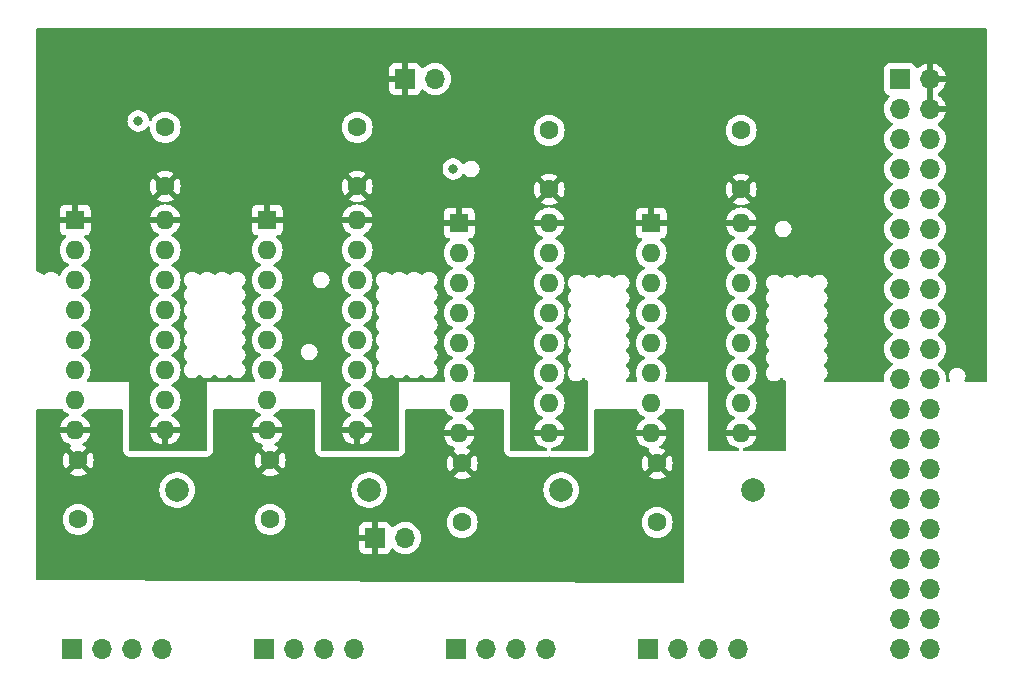
<source format=gbr>
%TF.GenerationSoftware,KiCad,Pcbnew,(7.0.0)*%
%TF.CreationDate,2023-04-25T22:49:32-05:00*%
%TF.ProjectId,ThorPCB,54686f72-5043-4422-9e6b-696361645f70,rev?*%
%TF.SameCoordinates,Original*%
%TF.FileFunction,Copper,L3,Inr*%
%TF.FilePolarity,Positive*%
%FSLAX46Y46*%
G04 Gerber Fmt 4.6, Leading zero omitted, Abs format (unit mm)*
G04 Created by KiCad (PCBNEW (7.0.0)) date 2023-04-25 22:49:32*
%MOMM*%
%LPD*%
G01*
G04 APERTURE LIST*
%TA.AperFunction,ComponentPad*%
%ADD10C,1.600000*%
%TD*%
%TA.AperFunction,ComponentPad*%
%ADD11R,1.600000X1.600000*%
%TD*%
%TA.AperFunction,ComponentPad*%
%ADD12O,1.600000X1.600000*%
%TD*%
%TA.AperFunction,ComponentPad*%
%ADD13R,1.700000X1.700000*%
%TD*%
%TA.AperFunction,ComponentPad*%
%ADD14O,1.700000X1.700000*%
%TD*%
%TA.AperFunction,ViaPad*%
%ADD15C,0.800000*%
%TD*%
%TA.AperFunction,ViaPad*%
%ADD16C,2.000000*%
%TD*%
G04 APERTURE END LIST*
D10*
%TO.N,+5V*%
%TO.C,C8*%
X129794000Y-60666000D03*
%TO.N,GND*%
X129794000Y-55666000D03*
%TD*%
%TO.N,+5V*%
%TO.C,C7*%
X146050000Y-60666000D03*
%TO.N,GND*%
X146050000Y-55666000D03*
%TD*%
%TO.N,GND*%
%TO.C,C6*%
X162306000Y-55920000D03*
%TO.N,+5V*%
X162306000Y-60920000D03*
%TD*%
%TO.N,+5V*%
%TO.C,C5*%
X178562000Y-60920000D03*
%TO.N,GND*%
X178562000Y-55920000D03*
%TD*%
%TO.N,+12V*%
%TO.C,C4*%
X171450000Y-84114000D03*
%TO.N,GND*%
X171450000Y-89114000D03*
%TD*%
%TO.N,+12V*%
%TO.C,C3*%
X154940000Y-84114000D03*
%TO.N,GND*%
X154940000Y-89114000D03*
%TD*%
%TO.N,+12V*%
%TO.C,C2*%
X138684000Y-83860000D03*
%TO.N,GND*%
X138684000Y-88860000D03*
%TD*%
%TO.N,+12V*%
%TO.C,C1*%
X122428000Y-83860000D03*
%TO.N,GND*%
X122428000Y-88860000D03*
%TD*%
D11*
%TO.N,+5V*%
%TO.C,U2*%
X154685999Y-63753999D03*
D12*
%TO.N,Net-(J1-Pin_18)*%
X154685999Y-66293999D03*
%TO.N,Net-(M2--)*%
X154685999Y-68833999D03*
%TO.N,GND*%
X154685999Y-71373999D03*
X154685999Y-73913999D03*
%TO.N,Net-(U2-2Y)*%
X154685999Y-76453999D03*
%TO.N,Net-(J1-Pin_16)*%
X154685999Y-78993999D03*
%TO.N,+12V*%
X154685999Y-81533999D03*
%TO.N,+5V*%
X162305999Y-81533999D03*
%TO.N,Net-(J1-Pin_21)*%
X162305999Y-78993999D03*
%TO.N,Net-(U2-3Y)*%
X162305999Y-76453999D03*
%TO.N,GND*%
X162305999Y-73913999D03*
X162305999Y-71373999D03*
%TO.N,Net-(U2-4Y)*%
X162305999Y-68833999D03*
%TO.N,Net-(J1-Pin_19)*%
X162305999Y-66293999D03*
%TO.N,+5V*%
X162305999Y-63753999D03*
%TD*%
D11*
%TO.N,+5V*%
%TO.C,U3*%
X170941999Y-63753999D03*
D12*
%TO.N,Net-(J1-Pin_12)*%
X170941999Y-66293999D03*
%TO.N,Net-(M3--)*%
X170941999Y-68833999D03*
%TO.N,GND*%
X170941999Y-71373999D03*
X170941999Y-73913999D03*
%TO.N,Net-(U3-2Y)*%
X170941999Y-76453999D03*
%TO.N,Net-(J1-Pin_11)*%
X170941999Y-78993999D03*
%TO.N,+12V*%
X170941999Y-81533999D03*
%TO.N,+5V*%
X178561999Y-81533999D03*
%TO.N,Net-(J1-Pin_13)*%
X178561999Y-78993999D03*
%TO.N,Net-(U3-3Y)*%
X178561999Y-76453999D03*
%TO.N,GND*%
X178561999Y-73913999D03*
X178561999Y-71373999D03*
%TO.N,Net-(U3-4Y)*%
X178561999Y-68833999D03*
%TO.N,Net-(J1-Pin_15)*%
X178561999Y-66293999D03*
%TO.N,+5V*%
X178561999Y-63753999D03*
%TD*%
D13*
%TO.N,unconnected-(J1-Pin_1-Pad1)*%
%TO.C,J1*%
X192023999Y-51561999D03*
D14*
%TO.N,+5V*%
X194563999Y-51561999D03*
%TO.N,Net-(J1-Pin_3)*%
X192023999Y-54101999D03*
%TO.N,+5V*%
X194563999Y-54101999D03*
%TO.N,Net-(J1-Pin_5)*%
X192023999Y-56641999D03*
%TO.N,GND*%
X194563999Y-56641999D03*
%TO.N,Net-(J1-Pin_7)*%
X192023999Y-59181999D03*
%TO.N,unconnected-(J1-Pin_8-Pad8)*%
X194563999Y-59181999D03*
%TO.N,GND*%
X192023999Y-61721999D03*
%TO.N,Net-(J1-Pin_10)*%
X194563999Y-61721999D03*
%TO.N,Net-(J1-Pin_11)*%
X192023999Y-64261999D03*
%TO.N,Net-(J1-Pin_12)*%
X194563999Y-64261999D03*
%TO.N,Net-(J1-Pin_13)*%
X192023999Y-66801999D03*
%TO.N,GND*%
X194563999Y-66801999D03*
%TO.N,Net-(J1-Pin_15)*%
X192023999Y-69341999D03*
%TO.N,Net-(J1-Pin_16)*%
X194563999Y-69341999D03*
%TO.N,unconnected-(J1-Pin_17-Pad17)*%
X192023999Y-71881999D03*
%TO.N,Net-(J1-Pin_18)*%
X194563999Y-71881999D03*
%TO.N,Net-(J1-Pin_19)*%
X192023999Y-74421999D03*
%TO.N,GND*%
X194563999Y-74421999D03*
%TO.N,Net-(J1-Pin_21)*%
X192023999Y-76961999D03*
%TO.N,Net-(J1-Pin_22)*%
X194563999Y-76961999D03*
%TO.N,Net-(J1-Pin_23)*%
X192023999Y-79501999D03*
%TO.N,Net-(J1-Pin_24)*%
X194563999Y-79501999D03*
%TO.N,GND*%
X192023999Y-82041999D03*
%TO.N,Net-(J1-Pin_26)*%
X194563999Y-82041999D03*
%TO.N,unconnected-(J1-Pin_27-Pad27)*%
X192023999Y-84581999D03*
%TO.N,unconnected-(J1-Pin_28-Pad28)*%
X194563999Y-84581999D03*
%TO.N,unconnected-(J1-Pin_29-Pad29)*%
X192023999Y-87121999D03*
%TO.N,GND*%
X194563999Y-87121999D03*
%TO.N,unconnected-(J1-Pin_31-Pad31)*%
X192023999Y-89661999D03*
%TO.N,unconnected-(J1-Pin_32-Pad32)*%
X194563999Y-89661999D03*
%TO.N,unconnected-(J1-Pin_33-Pad33)*%
X192023999Y-92201999D03*
%TO.N,GND*%
X194563999Y-92201999D03*
%TO.N,unconnected-(J1-Pin_35-Pad35)*%
X192023999Y-94741999D03*
%TO.N,unconnected-(J1-Pin_36-Pad36)*%
X194563999Y-94741999D03*
%TO.N,unconnected-(J1-Pin_37-Pad37)*%
X192023999Y-97281999D03*
%TO.N,unconnected-(J1-Pin_38-Pad38)*%
X194563999Y-97281999D03*
%TO.N,GND*%
X192023999Y-99821999D03*
%TO.N,unconnected-(J1-Pin_40-Pad40)*%
X194563999Y-99821999D03*
%TD*%
D12*
%TO.N,+5V*%
%TO.C,U1*%
X146049999Y-63499999D03*
%TO.N,Net-(J1-Pin_22)*%
X146049999Y-66039999D03*
%TO.N,Net-(U1-4Y)*%
X146049999Y-68579999D03*
%TO.N,GND*%
X146049999Y-71119999D03*
X146049999Y-73659999D03*
%TO.N,Net-(U1-3Y)*%
X146049999Y-76199999D03*
%TO.N,Net-(J1-Pin_24)*%
X146049999Y-78739999D03*
%TO.N,+5V*%
X146049999Y-81279999D03*
%TO.N,+12V*%
X138429999Y-81279999D03*
%TO.N,Net-(J1-Pin_26)*%
X138429999Y-78739999D03*
%TO.N,Net-(U1-2Y)*%
X138429999Y-76199999D03*
%TO.N,GND*%
X138429999Y-73659999D03*
X138429999Y-71119999D03*
%TO.N,Net-(M1--)*%
X138429999Y-68579999D03*
%TO.N,Net-(J1-Pin_23)*%
X138429999Y-66039999D03*
D11*
%TO.N,+5V*%
X138429999Y-63499999D03*
%TD*%
D13*
%TO.N,+12V*%
%TO.C,+*%
X147568999Y-90423999D03*
D14*
%TO.N,GND*%
X150108999Y-90423999D03*
%TD*%
D13*
%TO.N,Net-(U1-2Y)*%
%TO.C,M1*%
X138175999Y-99821999D03*
D14*
%TO.N,Net-(M1--)*%
X140715999Y-99821999D03*
%TO.N,Net-(U1-3Y)*%
X143255999Y-99821999D03*
%TO.N,Net-(U1-4Y)*%
X145795999Y-99821999D03*
%TD*%
D11*
%TO.N,+5V*%
%TO.C,U0*%
X122173999Y-63499999D03*
D12*
%TO.N,Net-(J1-Pin_7)*%
X122173999Y-66039999D03*
%TO.N,Net-(M0--)*%
X122173999Y-68579999D03*
%TO.N,GND*%
X122173999Y-71119999D03*
X122173999Y-73659999D03*
%TO.N,Net-(U0-2Y)*%
X122173999Y-76199999D03*
%TO.N,Net-(J1-Pin_5)*%
X122173999Y-78739999D03*
%TO.N,+12V*%
X122173999Y-81279999D03*
%TO.N,+5V*%
X129793999Y-81279999D03*
%TO.N,Net-(J1-Pin_3)*%
X129793999Y-78739999D03*
%TO.N,Net-(U0-3Y)*%
X129793999Y-76199999D03*
%TO.N,GND*%
X129793999Y-73659999D03*
X129793999Y-71119999D03*
%TO.N,Net-(U0-4Y)*%
X129793999Y-68579999D03*
%TO.N,Net-(J1-Pin_10)*%
X129793999Y-66039999D03*
%TO.N,+5V*%
X129793999Y-63499999D03*
%TD*%
D13*
%TO.N,Net-(U3-2Y)*%
%TO.C,M3*%
X170687999Y-99821999D03*
D14*
%TO.N,Net-(M3--)*%
X173227999Y-99821999D03*
%TO.N,Net-(U3-3Y)*%
X175767999Y-99821999D03*
%TO.N,Net-(U3-4Y)*%
X178307999Y-99821999D03*
%TD*%
D13*
%TO.N,Net-(U0-2Y)*%
%TO.C,M0*%
X121919999Y-99821999D03*
D14*
%TO.N,Net-(M0--)*%
X124459999Y-99821999D03*
%TO.N,Net-(U0-3Y)*%
X126999999Y-99821999D03*
%TO.N,Net-(U0-4Y)*%
X129539999Y-99821999D03*
%TD*%
D13*
%TO.N,+5V*%
%TO.C,J3*%
X150108999Y-51561999D03*
D14*
%TO.N,GND*%
X152648999Y-51561999D03*
%TD*%
D13*
%TO.N,Net-(U2-2Y)*%
%TO.C,M2*%
X154431999Y-99821999D03*
D14*
%TO.N,Net-(M2--)*%
X156971999Y-99821999D03*
%TO.N,Net-(U2-3Y)*%
X159511999Y-99821999D03*
%TO.N,Net-(U2-4Y)*%
X162051999Y-99821999D03*
%TD*%
D15*
%TO.N,Net-(J1-Pin_23)*%
X154178000Y-59182000D03*
%TO.N,Net-(J1-Pin_3)*%
X127508000Y-55118000D03*
D16*
%TO.N,Net-(U0-3Y)*%
X130810000Y-86360000D03*
%TO.N,Net-(U1-3Y)*%
X147066000Y-86360000D03*
%TO.N,Net-(U2-3Y)*%
X163322000Y-86360000D03*
%TO.N,Net-(U3-3Y)*%
X179578000Y-86360000D03*
%TD*%
%TA.AperFunction,Conductor*%
%TO.N,+5V*%
G36*
X128793953Y-77039139D02*
G01*
X128954861Y-77200047D01*
X129141266Y-77330568D01*
X129146172Y-77332855D01*
X129146176Y-77332858D01*
X129199274Y-77357618D01*
X129251450Y-77403375D01*
X129270869Y-77470000D01*
X129251450Y-77536625D01*
X129199274Y-77582382D01*
X129146176Y-77607141D01*
X129146163Y-77607148D01*
X129141266Y-77609432D01*
X129136833Y-77612535D01*
X129136826Y-77612540D01*
X128959296Y-77736847D01*
X128959291Y-77736850D01*
X128954861Y-77739953D01*
X128951037Y-77743776D01*
X128951031Y-77743782D01*
X128797782Y-77897031D01*
X128797776Y-77897037D01*
X128793953Y-77900861D01*
X128790850Y-77905291D01*
X128790847Y-77905296D01*
X128666540Y-78082826D01*
X128666535Y-78082833D01*
X128663432Y-78087266D01*
X128661144Y-78092172D01*
X128661142Y-78092176D01*
X128569550Y-78288594D01*
X128569547Y-78288599D01*
X128567261Y-78293504D01*
X128565862Y-78298724D01*
X128565858Y-78298736D01*
X128509764Y-78508083D01*
X128509762Y-78508094D01*
X128508365Y-78513308D01*
X128488532Y-78740000D01*
X128508365Y-78966692D01*
X128509762Y-78971907D01*
X128509764Y-78971916D01*
X128565858Y-79181263D01*
X128565861Y-79181271D01*
X128567261Y-79186496D01*
X128663432Y-79392734D01*
X128793953Y-79579139D01*
X128954861Y-79740047D01*
X129141266Y-79870568D01*
X129146175Y-79872857D01*
X129146180Y-79872860D01*
X129199864Y-79897893D01*
X129252040Y-79943649D01*
X129271460Y-80010274D01*
X129252041Y-80076899D01*
X129199866Y-80122657D01*
X129146416Y-80147581D01*
X129137087Y-80152967D01*
X128959618Y-80277232D01*
X128951352Y-80284169D01*
X128798169Y-80437352D01*
X128791232Y-80445618D01*
X128666967Y-80623087D01*
X128661579Y-80632419D01*
X128570022Y-80828765D01*
X128566330Y-80838907D01*
X128518820Y-81016219D01*
X128518452Y-81027448D01*
X128529395Y-81030000D01*
X131058605Y-81030000D01*
X131069547Y-81027448D01*
X131069179Y-81016219D01*
X131021669Y-80838907D01*
X131017977Y-80828765D01*
X130926420Y-80632419D01*
X130921032Y-80623087D01*
X130796767Y-80445618D01*
X130789830Y-80437352D01*
X130636647Y-80284169D01*
X130628381Y-80277232D01*
X130450912Y-80152967D01*
X130441579Y-80147579D01*
X130388134Y-80122657D01*
X130335958Y-80076899D01*
X130316539Y-80010274D01*
X130335959Y-79943649D01*
X130388131Y-79897894D01*
X130446734Y-79870568D01*
X130633139Y-79740047D01*
X130794047Y-79579139D01*
X130924568Y-79392734D01*
X131020739Y-79186496D01*
X131079635Y-78966692D01*
X131099468Y-78740000D01*
X131079635Y-78513308D01*
X131020739Y-78293504D01*
X130924568Y-78087266D01*
X130794047Y-77900861D01*
X130633139Y-77739953D01*
X130446734Y-77609432D01*
X130388724Y-77582381D01*
X130336549Y-77536625D01*
X130317130Y-77470000D01*
X130336549Y-77403375D01*
X130388725Y-77357618D01*
X130446734Y-77330568D01*
X130633139Y-77200047D01*
X130794047Y-77039139D01*
X130848060Y-76962000D01*
X133350000Y-76962000D01*
X133350000Y-77216000D01*
X133350000Y-77232326D01*
X133350000Y-82934000D01*
X133333387Y-82996000D01*
X133288000Y-83041387D01*
X133226000Y-83058000D01*
X126870000Y-83058000D01*
X126808000Y-83041387D01*
X126762613Y-82996000D01*
X126746000Y-82934000D01*
X126746000Y-81532551D01*
X128518452Y-81532551D01*
X128518820Y-81543780D01*
X128566330Y-81721092D01*
X128570022Y-81731234D01*
X128661579Y-81927580D01*
X128666967Y-81936912D01*
X128791232Y-82114381D01*
X128798169Y-82122647D01*
X128951352Y-82275830D01*
X128959618Y-82282767D01*
X129137087Y-82407032D01*
X129146419Y-82412420D01*
X129342765Y-82503977D01*
X129352907Y-82507669D01*
X129530219Y-82555179D01*
X129541448Y-82555547D01*
X129544000Y-82544605D01*
X130044000Y-82544605D01*
X130046551Y-82555547D01*
X130057780Y-82555179D01*
X130235092Y-82507669D01*
X130245234Y-82503977D01*
X130441580Y-82412420D01*
X130450912Y-82407032D01*
X130628381Y-82282767D01*
X130636647Y-82275830D01*
X130789830Y-82122647D01*
X130796767Y-82114381D01*
X130921032Y-81936912D01*
X130926420Y-81927580D01*
X131017977Y-81731234D01*
X131021669Y-81721092D01*
X131069179Y-81543780D01*
X131069547Y-81532551D01*
X131058605Y-81530000D01*
X130060326Y-81530000D01*
X130047450Y-81533450D01*
X130044000Y-81546326D01*
X130044000Y-82544605D01*
X129544000Y-82544605D01*
X129544000Y-81546326D01*
X129540549Y-81533450D01*
X129527674Y-81530000D01*
X128529395Y-81530000D01*
X128518452Y-81532551D01*
X126746000Y-81532551D01*
X126746000Y-77232326D01*
X126746000Y-76962000D01*
X128739940Y-76962000D01*
X128793953Y-77039139D01*
G37*
%TD.AperFunction*%
%TD*%
%TA.AperFunction,Conductor*%
%TO.N,+5V*%
G36*
X145049953Y-77039139D02*
G01*
X145210861Y-77200047D01*
X145397266Y-77330568D01*
X145402172Y-77332855D01*
X145402176Y-77332858D01*
X145455274Y-77357618D01*
X145507450Y-77403375D01*
X145526869Y-77470000D01*
X145507450Y-77536625D01*
X145455274Y-77582382D01*
X145402176Y-77607141D01*
X145402163Y-77607148D01*
X145397266Y-77609432D01*
X145392833Y-77612535D01*
X145392826Y-77612540D01*
X145215296Y-77736847D01*
X145215291Y-77736850D01*
X145210861Y-77739953D01*
X145207037Y-77743776D01*
X145207031Y-77743782D01*
X145053782Y-77897031D01*
X145053776Y-77897037D01*
X145049953Y-77900861D01*
X145046850Y-77905291D01*
X145046847Y-77905296D01*
X144922540Y-78082826D01*
X144922535Y-78082833D01*
X144919432Y-78087266D01*
X144917144Y-78092172D01*
X144917142Y-78092176D01*
X144825550Y-78288594D01*
X144825547Y-78288599D01*
X144823261Y-78293504D01*
X144821862Y-78298724D01*
X144821858Y-78298736D01*
X144765764Y-78508083D01*
X144765762Y-78508094D01*
X144764365Y-78513308D01*
X144744532Y-78740000D01*
X144764365Y-78966692D01*
X144765762Y-78971907D01*
X144765764Y-78971916D01*
X144821858Y-79181263D01*
X144821861Y-79181271D01*
X144823261Y-79186496D01*
X144919432Y-79392734D01*
X145049953Y-79579139D01*
X145210861Y-79740047D01*
X145397266Y-79870568D01*
X145402175Y-79872857D01*
X145402180Y-79872860D01*
X145455864Y-79897893D01*
X145508040Y-79943649D01*
X145527460Y-80010274D01*
X145508041Y-80076899D01*
X145455866Y-80122657D01*
X145402416Y-80147581D01*
X145393087Y-80152967D01*
X145215618Y-80277232D01*
X145207352Y-80284169D01*
X145054169Y-80437352D01*
X145047232Y-80445618D01*
X144922967Y-80623087D01*
X144917579Y-80632419D01*
X144826022Y-80828765D01*
X144822330Y-80838907D01*
X144774820Y-81016219D01*
X144774452Y-81027448D01*
X144785395Y-81030000D01*
X147314605Y-81030000D01*
X147325547Y-81027448D01*
X147325179Y-81016219D01*
X147277669Y-80838907D01*
X147273977Y-80828765D01*
X147182420Y-80632419D01*
X147177032Y-80623087D01*
X147052767Y-80445618D01*
X147045830Y-80437352D01*
X146892647Y-80284169D01*
X146884381Y-80277232D01*
X146706912Y-80152967D01*
X146697579Y-80147579D01*
X146644134Y-80122657D01*
X146591958Y-80076899D01*
X146572539Y-80010274D01*
X146591959Y-79943649D01*
X146644131Y-79897894D01*
X146702734Y-79870568D01*
X146889139Y-79740047D01*
X147050047Y-79579139D01*
X147180568Y-79392734D01*
X147276739Y-79186496D01*
X147335635Y-78966692D01*
X147355468Y-78740000D01*
X147335635Y-78513308D01*
X147276739Y-78293504D01*
X147180568Y-78087266D01*
X147050047Y-77900861D01*
X146889139Y-77739953D01*
X146702734Y-77609432D01*
X146644724Y-77582381D01*
X146592549Y-77536625D01*
X146573130Y-77470000D01*
X146592549Y-77403375D01*
X146644725Y-77357618D01*
X146702734Y-77330568D01*
X146889139Y-77200047D01*
X147050047Y-77039139D01*
X147104060Y-76962000D01*
X149606000Y-76962000D01*
X149606000Y-77216000D01*
X149606000Y-77232326D01*
X149606000Y-82934000D01*
X149589387Y-82996000D01*
X149544000Y-83041387D01*
X149482000Y-83058000D01*
X143126000Y-83058000D01*
X143064000Y-83041387D01*
X143018613Y-82996000D01*
X143002000Y-82934000D01*
X143002000Y-81532551D01*
X144774452Y-81532551D01*
X144774820Y-81543780D01*
X144822330Y-81721092D01*
X144826022Y-81731234D01*
X144917579Y-81927580D01*
X144922967Y-81936912D01*
X145047232Y-82114381D01*
X145054169Y-82122647D01*
X145207352Y-82275830D01*
X145215618Y-82282767D01*
X145393087Y-82407032D01*
X145402419Y-82412420D01*
X145598765Y-82503977D01*
X145608907Y-82507669D01*
X145786219Y-82555179D01*
X145797448Y-82555547D01*
X145800000Y-82544605D01*
X146300000Y-82544605D01*
X146302551Y-82555547D01*
X146313780Y-82555179D01*
X146491092Y-82507669D01*
X146501234Y-82503977D01*
X146697580Y-82412420D01*
X146706912Y-82407032D01*
X146884381Y-82282767D01*
X146892647Y-82275830D01*
X147045830Y-82122647D01*
X147052767Y-82114381D01*
X147177032Y-81936912D01*
X147182420Y-81927580D01*
X147273977Y-81731234D01*
X147277669Y-81721092D01*
X147325179Y-81543780D01*
X147325547Y-81532551D01*
X147314605Y-81530000D01*
X146316326Y-81530000D01*
X146303450Y-81533450D01*
X146300000Y-81546326D01*
X146300000Y-82544605D01*
X145800000Y-82544605D01*
X145800000Y-81546326D01*
X145796549Y-81533450D01*
X145783674Y-81530000D01*
X144785395Y-81530000D01*
X144774452Y-81532551D01*
X143002000Y-81532551D01*
X143002000Y-77232326D01*
X143002000Y-76962000D01*
X144995940Y-76962000D01*
X145049953Y-77039139D01*
G37*
%TD.AperFunction*%
%TD*%
%TA.AperFunction,Conductor*%
%TO.N,+5V*%
G36*
X161175432Y-77106734D02*
G01*
X161178539Y-77111171D01*
X161178540Y-77111173D01*
X161181629Y-77115584D01*
X161305953Y-77293139D01*
X161466861Y-77454047D01*
X161653266Y-77584568D01*
X161658172Y-77586855D01*
X161658176Y-77586858D01*
X161711274Y-77611618D01*
X161763450Y-77657375D01*
X161782869Y-77724000D01*
X161763450Y-77790625D01*
X161711274Y-77836382D01*
X161658176Y-77861141D01*
X161658163Y-77861148D01*
X161653266Y-77863432D01*
X161648833Y-77866535D01*
X161648826Y-77866540D01*
X161471296Y-77990847D01*
X161471291Y-77990850D01*
X161466861Y-77993953D01*
X161463037Y-77997776D01*
X161463031Y-77997782D01*
X161309782Y-78151031D01*
X161309776Y-78151037D01*
X161305953Y-78154861D01*
X161302850Y-78159291D01*
X161302847Y-78159296D01*
X161178540Y-78336826D01*
X161178535Y-78336833D01*
X161175432Y-78341266D01*
X161173144Y-78346172D01*
X161173142Y-78346176D01*
X161081550Y-78542594D01*
X161081547Y-78542599D01*
X161079261Y-78547504D01*
X161077862Y-78552724D01*
X161077858Y-78552736D01*
X161021764Y-78762083D01*
X161021762Y-78762094D01*
X161020365Y-78767308D01*
X161000532Y-78994000D01*
X161020365Y-79220692D01*
X161021762Y-79225907D01*
X161021764Y-79225916D01*
X161077858Y-79435263D01*
X161077861Y-79435271D01*
X161079261Y-79440496D01*
X161175432Y-79646734D01*
X161305953Y-79833139D01*
X161466861Y-79994047D01*
X161653266Y-80124568D01*
X161658175Y-80126857D01*
X161658180Y-80126860D01*
X161711864Y-80151893D01*
X161764040Y-80197649D01*
X161783460Y-80264274D01*
X161764041Y-80330899D01*
X161711866Y-80376657D01*
X161658416Y-80401581D01*
X161649087Y-80406967D01*
X161471618Y-80531232D01*
X161463352Y-80538169D01*
X161310169Y-80691352D01*
X161303232Y-80699618D01*
X161178967Y-80877087D01*
X161173579Y-80886419D01*
X161082022Y-81082765D01*
X161078330Y-81092907D01*
X161030820Y-81270219D01*
X161030452Y-81281448D01*
X161041395Y-81284000D01*
X163570605Y-81284000D01*
X163581547Y-81281448D01*
X163581179Y-81270219D01*
X163533669Y-81092907D01*
X163529977Y-81082765D01*
X163438420Y-80886419D01*
X163433032Y-80877087D01*
X163308767Y-80699618D01*
X163301830Y-80691352D01*
X163148647Y-80538169D01*
X163140381Y-80531232D01*
X162962912Y-80406967D01*
X162953579Y-80401579D01*
X162900134Y-80376657D01*
X162847958Y-80330899D01*
X162828539Y-80264274D01*
X162847959Y-80197649D01*
X162900131Y-80151894D01*
X162958734Y-80124568D01*
X163145139Y-79994047D01*
X163306047Y-79833139D01*
X163436568Y-79646734D01*
X163532739Y-79440496D01*
X163591635Y-79220692D01*
X163611468Y-78994000D01*
X163591635Y-78767308D01*
X163532739Y-78547504D01*
X163436568Y-78341266D01*
X163306047Y-78154861D01*
X163145139Y-77993953D01*
X162958734Y-77863432D01*
X162900724Y-77836381D01*
X162848549Y-77790625D01*
X162829130Y-77724000D01*
X162848549Y-77657375D01*
X162900725Y-77611618D01*
X162958734Y-77584568D01*
X163145139Y-77454047D01*
X163306047Y-77293139D01*
X163436568Y-77106734D01*
X163504059Y-76962000D01*
X164109048Y-76962000D01*
X164191148Y-77034734D01*
X164341775Y-77113790D01*
X164506944Y-77154500D01*
X164669556Y-77154500D01*
X164677056Y-77154500D01*
X164842225Y-77113790D01*
X164992852Y-77034734D01*
X165074952Y-76962000D01*
X165379048Y-76962000D01*
X165461148Y-77034734D01*
X165548492Y-77080576D01*
X165590494Y-77116546D01*
X165608000Y-77156510D01*
X165608000Y-77216000D01*
X165608000Y-77232323D01*
X165608000Y-82934000D01*
X165591387Y-82996000D01*
X165546000Y-83041387D01*
X165484000Y-83058000D01*
X162583046Y-83058000D01*
X162525789Y-83043989D01*
X162481471Y-83005124D01*
X162460107Y-82950185D01*
X162466524Y-82891590D01*
X162499273Y-82842578D01*
X162550952Y-82814225D01*
X162747097Y-82761667D01*
X162757231Y-82757979D01*
X162953580Y-82666420D01*
X162962912Y-82661032D01*
X163140381Y-82536767D01*
X163148647Y-82529830D01*
X163301830Y-82376647D01*
X163308767Y-82368381D01*
X163433032Y-82190912D01*
X163438420Y-82181580D01*
X163529977Y-81985234D01*
X163533669Y-81975092D01*
X163581179Y-81797780D01*
X163581547Y-81786551D01*
X163570605Y-81784000D01*
X161041395Y-81784000D01*
X161030452Y-81786551D01*
X161030820Y-81797780D01*
X161078330Y-81975092D01*
X161082022Y-81985234D01*
X161173579Y-82181580D01*
X161178967Y-82190912D01*
X161303232Y-82368381D01*
X161310169Y-82376647D01*
X161463352Y-82529830D01*
X161471618Y-82536767D01*
X161649087Y-82661032D01*
X161658419Y-82666420D01*
X161854768Y-82757979D01*
X161864902Y-82761667D01*
X162061048Y-82814225D01*
X162112727Y-82842578D01*
X162145476Y-82891590D01*
X162151893Y-82950185D01*
X162130529Y-83005124D01*
X162086211Y-83043989D01*
X162028954Y-83058000D01*
X159128000Y-83058000D01*
X159066000Y-83041387D01*
X159020613Y-82996000D01*
X159004000Y-82934000D01*
X159004000Y-77232326D01*
X159004000Y-76962000D01*
X161107941Y-76962000D01*
X161175432Y-77106734D01*
G37*
%TD.AperFunction*%
%TD*%
%TA.AperFunction,Conductor*%
%TO.N,+5V*%
G36*
X199328000Y-47260613D02*
G01*
X199373387Y-47306000D01*
X199390000Y-47368000D01*
X199390000Y-77092000D01*
X199373387Y-77154000D01*
X199328000Y-77199387D01*
X199266000Y-77216000D01*
X197584410Y-77216000D01*
X197523495Y-77200006D01*
X197478293Y-77156150D01*
X197460467Y-77095745D01*
X197473972Y-77037155D01*
X197474818Y-77035930D01*
X197535140Y-76876872D01*
X197555645Y-76708000D01*
X197535140Y-76539128D01*
X197521654Y-76503569D01*
X197477479Y-76387087D01*
X197474818Y-76380070D01*
X197378183Y-76240071D01*
X197250852Y-76127266D01*
X197180990Y-76090599D01*
X197106866Y-76051695D01*
X197106862Y-76051693D01*
X197100225Y-76048210D01*
X197092947Y-76046416D01*
X197092944Y-76046415D01*
X196942337Y-76009294D01*
X196942332Y-76009293D01*
X196935056Y-76007500D01*
X196764944Y-76007500D01*
X196757668Y-76009293D01*
X196757662Y-76009294D01*
X196607055Y-76046415D01*
X196607050Y-76046416D01*
X196599775Y-76048210D01*
X196593140Y-76051692D01*
X196593133Y-76051695D01*
X196455791Y-76123779D01*
X196455788Y-76123780D01*
X196449148Y-76127266D01*
X196443537Y-76132236D01*
X196443531Y-76132241D01*
X196330139Y-76232698D01*
X196321817Y-76240071D01*
X196317562Y-76246235D01*
X196317557Y-76246241D01*
X196229445Y-76373893D01*
X196229442Y-76373897D01*
X196225182Y-76380070D01*
X196222523Y-76387081D01*
X196222520Y-76387087D01*
X196167520Y-76532111D01*
X196167517Y-76532119D01*
X196164860Y-76539128D01*
X196163956Y-76546570D01*
X196163955Y-76546576D01*
X196145356Y-76699755D01*
X196144355Y-76708000D01*
X196144667Y-76710573D01*
X196138732Y-76734085D01*
X196151363Y-76765721D01*
X196163955Y-76869424D01*
X196163956Y-76869429D01*
X196164860Y-76876872D01*
X196167518Y-76883882D01*
X196167520Y-76883888D01*
X196218614Y-77018612D01*
X196225182Y-77035930D01*
X196226027Y-77037155D01*
X196239533Y-77095745D01*
X196221707Y-77156150D01*
X196176505Y-77200006D01*
X196115590Y-77216000D01*
X196032759Y-77216000D01*
X195967662Y-77197538D01*
X195921949Y-77147651D01*
X195909231Y-77081193D01*
X195919187Y-76967396D01*
X195919187Y-76967395D01*
X195919659Y-76962000D01*
X195904739Y-76791473D01*
X195910898Y-76755960D01*
X195899388Y-76730307D01*
X195899063Y-76726592D01*
X195894081Y-76708000D01*
X195839305Y-76503569D01*
X195839304Y-76503567D01*
X195837903Y-76498337D01*
X195738035Y-76284171D01*
X195602495Y-76090599D01*
X195435401Y-75923505D01*
X195430968Y-75920401D01*
X195430961Y-75920395D01*
X195249842Y-75793575D01*
X195210976Y-75749257D01*
X195196965Y-75692000D01*
X195210976Y-75634743D01*
X195249842Y-75590425D01*
X195430961Y-75463604D01*
X195430961Y-75463603D01*
X195435401Y-75460495D01*
X195602495Y-75293401D01*
X195738035Y-75099830D01*
X195837903Y-74885663D01*
X195899063Y-74657408D01*
X195919659Y-74422000D01*
X195899063Y-74186592D01*
X195843952Y-73980912D01*
X195839305Y-73963569D01*
X195839304Y-73963567D01*
X195837903Y-73958337D01*
X195738035Y-73744171D01*
X195602495Y-73550599D01*
X195435401Y-73383505D01*
X195430968Y-73380401D01*
X195430961Y-73380395D01*
X195249842Y-73253575D01*
X195210976Y-73209257D01*
X195196965Y-73152000D01*
X195210976Y-73094743D01*
X195249842Y-73050425D01*
X195430961Y-72923604D01*
X195430961Y-72923603D01*
X195435401Y-72920495D01*
X195602495Y-72753401D01*
X195738035Y-72559830D01*
X195837903Y-72345663D01*
X195899063Y-72117408D01*
X195919659Y-71882000D01*
X195899063Y-71646592D01*
X195837903Y-71418337D01*
X195738035Y-71204171D01*
X195602495Y-71010599D01*
X195435401Y-70843505D01*
X195430968Y-70840401D01*
X195430961Y-70840395D01*
X195249842Y-70713575D01*
X195210976Y-70669257D01*
X195196965Y-70612000D01*
X195210976Y-70554743D01*
X195249842Y-70510425D01*
X195430961Y-70383604D01*
X195430961Y-70383603D01*
X195435401Y-70380495D01*
X195602495Y-70213401D01*
X195738035Y-70019830D01*
X195837903Y-69805663D01*
X195899063Y-69577408D01*
X195919659Y-69342000D01*
X195899063Y-69106592D01*
X195837903Y-68878337D01*
X195738035Y-68664171D01*
X195602495Y-68470599D01*
X195435401Y-68303505D01*
X195430968Y-68300401D01*
X195430961Y-68300395D01*
X195249842Y-68173575D01*
X195210976Y-68129257D01*
X195196965Y-68072000D01*
X195210976Y-68014743D01*
X195249842Y-67970425D01*
X195430961Y-67843604D01*
X195430961Y-67843603D01*
X195435401Y-67840495D01*
X195602495Y-67673401D01*
X195738035Y-67479830D01*
X195837903Y-67265663D01*
X195899063Y-67037408D01*
X195919659Y-66802000D01*
X195899063Y-66566592D01*
X195837903Y-66338337D01*
X195738035Y-66124171D01*
X195602495Y-65930599D01*
X195435401Y-65763505D01*
X195430968Y-65760401D01*
X195430961Y-65760395D01*
X195249842Y-65633575D01*
X195210976Y-65589257D01*
X195196965Y-65532000D01*
X195210976Y-65474743D01*
X195249842Y-65430425D01*
X195430961Y-65303604D01*
X195430961Y-65303603D01*
X195435401Y-65300495D01*
X195602495Y-65133401D01*
X195738035Y-64939830D01*
X195837903Y-64725663D01*
X195899063Y-64497408D01*
X195919659Y-64262000D01*
X195899063Y-64026592D01*
X195837903Y-63798337D01*
X195738035Y-63584171D01*
X195602495Y-63390599D01*
X195435401Y-63223505D01*
X195430968Y-63220401D01*
X195430961Y-63220395D01*
X195249842Y-63093575D01*
X195210976Y-63049257D01*
X195196965Y-62992000D01*
X195210976Y-62934743D01*
X195249842Y-62890425D01*
X195430961Y-62763604D01*
X195430961Y-62763603D01*
X195435401Y-62760495D01*
X195602495Y-62593401D01*
X195738035Y-62399830D01*
X195837903Y-62185663D01*
X195899063Y-61957408D01*
X195919659Y-61722000D01*
X195899063Y-61486592D01*
X195837903Y-61258337D01*
X195738035Y-61044171D01*
X195602495Y-60850599D01*
X195435401Y-60683505D01*
X195430970Y-60680402D01*
X195430966Y-60680399D01*
X195249841Y-60553574D01*
X195210976Y-60509256D01*
X195196965Y-60451999D01*
X195210976Y-60394742D01*
X195249839Y-60350426D01*
X195435401Y-60220495D01*
X195602495Y-60053401D01*
X195738035Y-59859830D01*
X195837903Y-59645663D01*
X195899063Y-59417408D01*
X195919659Y-59182000D01*
X195899063Y-58946592D01*
X195837903Y-58718337D01*
X195738035Y-58504171D01*
X195602495Y-58310599D01*
X195435401Y-58143505D01*
X195430968Y-58140401D01*
X195430961Y-58140395D01*
X195249842Y-58013575D01*
X195210976Y-57969257D01*
X195196965Y-57912000D01*
X195210976Y-57854743D01*
X195249842Y-57810425D01*
X195430961Y-57683604D01*
X195430961Y-57683603D01*
X195435401Y-57680495D01*
X195602495Y-57513401D01*
X195738035Y-57319830D01*
X195837903Y-57105663D01*
X195899063Y-56877408D01*
X195919659Y-56642000D01*
X195899063Y-56406592D01*
X195837903Y-56178337D01*
X195738035Y-55964171D01*
X195602495Y-55770599D01*
X195435401Y-55603505D01*
X195430970Y-55600402D01*
X195430966Y-55600399D01*
X195249405Y-55473269D01*
X195210540Y-55428951D01*
X195196529Y-55371694D01*
X195210540Y-55314437D01*
X195249406Y-55270119D01*
X195430638Y-55143219D01*
X195438909Y-55136278D01*
X195598278Y-54976909D01*
X195605215Y-54968643D01*
X195734498Y-54784008D01*
X195739886Y-54774676D01*
X195835143Y-54570397D01*
X195838831Y-54560263D01*
X195890943Y-54365780D01*
X195891311Y-54354551D01*
X195880369Y-54352000D01*
X194438000Y-54352000D01*
X194376000Y-54335387D01*
X194330613Y-54290000D01*
X194314000Y-54228000D01*
X194314000Y-53835674D01*
X194814000Y-53835674D01*
X194817450Y-53848549D01*
X194830326Y-53852000D01*
X195880369Y-53852000D01*
X195891311Y-53849448D01*
X195890943Y-53838219D01*
X195838831Y-53643736D01*
X195835143Y-53633602D01*
X195739889Y-53429332D01*
X195734491Y-53419982D01*
X195605215Y-53235357D01*
X195598280Y-53227092D01*
X195438909Y-53067721D01*
X195430643Y-53060784D01*
X195248969Y-52933575D01*
X195210104Y-52889257D01*
X195196093Y-52832000D01*
X195210104Y-52774743D01*
X195248969Y-52730425D01*
X195430643Y-52603215D01*
X195438909Y-52596278D01*
X195598278Y-52436909D01*
X195605215Y-52428643D01*
X195734498Y-52244008D01*
X195739886Y-52234676D01*
X195835143Y-52030397D01*
X195838831Y-52020263D01*
X195890943Y-51825780D01*
X195891311Y-51814551D01*
X195880369Y-51812000D01*
X194830326Y-51812000D01*
X194817450Y-51815450D01*
X194814000Y-51828326D01*
X194814000Y-53835674D01*
X194314000Y-53835674D01*
X194314000Y-51295674D01*
X194814000Y-51295674D01*
X194817450Y-51308549D01*
X194830326Y-51312000D01*
X195880369Y-51312000D01*
X195891311Y-51309448D01*
X195890943Y-51298219D01*
X195838831Y-51103736D01*
X195835143Y-51093602D01*
X195739889Y-50889332D01*
X195734491Y-50879982D01*
X195605215Y-50695357D01*
X195598280Y-50687092D01*
X195438909Y-50527721D01*
X195430643Y-50520784D01*
X195246008Y-50391501D01*
X195236676Y-50386113D01*
X195032397Y-50290856D01*
X195022263Y-50287168D01*
X194827780Y-50235056D01*
X194816551Y-50234688D01*
X194814000Y-50245631D01*
X194814000Y-51295674D01*
X194314000Y-51295674D01*
X194314000Y-50245631D01*
X194311448Y-50234688D01*
X194300219Y-50235056D01*
X194105736Y-50287168D01*
X194095602Y-50290856D01*
X193891332Y-50386110D01*
X193881982Y-50391508D01*
X193697357Y-50520784D01*
X193689098Y-50527714D01*
X193570865Y-50645947D01*
X193518118Y-50677242D01*
X193456825Y-50679431D01*
X193401981Y-50651977D01*
X193367002Y-50601598D01*
X193365379Y-50597247D01*
X193317796Y-50469669D01*
X193231546Y-50354454D01*
X193141030Y-50286694D01*
X193123431Y-50273519D01*
X193123430Y-50273518D01*
X193116331Y-50268204D01*
X193009442Y-50228337D01*
X192988752Y-50220620D01*
X192988750Y-50220619D01*
X192981483Y-50217909D01*
X192973770Y-50217079D01*
X192973767Y-50217079D01*
X192925180Y-50211855D01*
X192925169Y-50211854D01*
X192921873Y-50211500D01*
X192918550Y-50211500D01*
X191129439Y-50211500D01*
X191129420Y-50211500D01*
X191126128Y-50211501D01*
X191122850Y-50211853D01*
X191122838Y-50211854D01*
X191074231Y-50217079D01*
X191074225Y-50217080D01*
X191066517Y-50217909D01*
X191059252Y-50220618D01*
X191059246Y-50220620D01*
X190939980Y-50265104D01*
X190939978Y-50265104D01*
X190931669Y-50268204D01*
X190924572Y-50273516D01*
X190924568Y-50273519D01*
X190823550Y-50349141D01*
X190823546Y-50349144D01*
X190816454Y-50354454D01*
X190811144Y-50361546D01*
X190811141Y-50361550D01*
X190735519Y-50462568D01*
X190735516Y-50462572D01*
X190730204Y-50469669D01*
X190727104Y-50477978D01*
X190727104Y-50477980D01*
X190682620Y-50597247D01*
X190682619Y-50597250D01*
X190679909Y-50604517D01*
X190679079Y-50612227D01*
X190679079Y-50612232D01*
X190673855Y-50660819D01*
X190673854Y-50660831D01*
X190673500Y-50664127D01*
X190673500Y-50667448D01*
X190673500Y-50667449D01*
X190673500Y-52456560D01*
X190673500Y-52456578D01*
X190673501Y-52459872D01*
X190673853Y-52463150D01*
X190673854Y-52463161D01*
X190679079Y-52511768D01*
X190679080Y-52511773D01*
X190679909Y-52519483D01*
X190682619Y-52526749D01*
X190682620Y-52526753D01*
X190708552Y-52596278D01*
X190730204Y-52654331D01*
X190735518Y-52661430D01*
X190735519Y-52661431D01*
X190791367Y-52736035D01*
X190816454Y-52769546D01*
X190931669Y-52855796D01*
X191021383Y-52889257D01*
X191063082Y-52904810D01*
X191113462Y-52939789D01*
X191140915Y-52994633D01*
X191138726Y-53055926D01*
X191107431Y-53108672D01*
X190985505Y-53230599D01*
X190982402Y-53235029D01*
X190982399Y-53235034D01*
X190853073Y-53419731D01*
X190853068Y-53419738D01*
X190849965Y-53424171D01*
X190847677Y-53429077D01*
X190847675Y-53429081D01*
X190752386Y-53633427D01*
X190752383Y-53633432D01*
X190750097Y-53638337D01*
X190748698Y-53643557D01*
X190748694Y-53643569D01*
X190690337Y-53861365D01*
X190690335Y-53861371D01*
X190688937Y-53866592D01*
X190668341Y-54102000D01*
X190688937Y-54337408D01*
X190690336Y-54342630D01*
X190690337Y-54342634D01*
X190748694Y-54560430D01*
X190748697Y-54560438D01*
X190750097Y-54565663D01*
X190752385Y-54570570D01*
X190752386Y-54570572D01*
X190847678Y-54774927D01*
X190847681Y-54774933D01*
X190849965Y-54779830D01*
X190853064Y-54784257D01*
X190853066Y-54784259D01*
X190982399Y-54968966D01*
X190982402Y-54968970D01*
X190985505Y-54973401D01*
X191152599Y-55140495D01*
X191157032Y-55143599D01*
X191157038Y-55143604D01*
X191338158Y-55270425D01*
X191377024Y-55314743D01*
X191391035Y-55372000D01*
X191377024Y-55429257D01*
X191338159Y-55473575D01*
X191157041Y-55600395D01*
X191152599Y-55603505D01*
X191148775Y-55607328D01*
X191148769Y-55607334D01*
X190989334Y-55766769D01*
X190989328Y-55766775D01*
X190985505Y-55770599D01*
X190982402Y-55775029D01*
X190982399Y-55775034D01*
X190853073Y-55959731D01*
X190853068Y-55959738D01*
X190849965Y-55964171D01*
X190847677Y-55969077D01*
X190847675Y-55969081D01*
X190752386Y-56173427D01*
X190752383Y-56173432D01*
X190750097Y-56178337D01*
X190748698Y-56183557D01*
X190748694Y-56183569D01*
X190690337Y-56401365D01*
X190690335Y-56401371D01*
X190688937Y-56406592D01*
X190668341Y-56642000D01*
X190668813Y-56647395D01*
X190682064Y-56798857D01*
X190688937Y-56877408D01*
X190690336Y-56882630D01*
X190690337Y-56882634D01*
X190748694Y-57100430D01*
X190748697Y-57100438D01*
X190750097Y-57105663D01*
X190752385Y-57110570D01*
X190752386Y-57110572D01*
X190847678Y-57314927D01*
X190847681Y-57314933D01*
X190849965Y-57319830D01*
X190853064Y-57324257D01*
X190853066Y-57324259D01*
X190982399Y-57508966D01*
X190982402Y-57508970D01*
X190985505Y-57513401D01*
X191152599Y-57680495D01*
X191157032Y-57683599D01*
X191157038Y-57683604D01*
X191338158Y-57810425D01*
X191377024Y-57854743D01*
X191391035Y-57912000D01*
X191377024Y-57969257D01*
X191338159Y-58013575D01*
X191157041Y-58140395D01*
X191152599Y-58143505D01*
X191148775Y-58147328D01*
X191148769Y-58147334D01*
X190989334Y-58306769D01*
X190989328Y-58306775D01*
X190985505Y-58310599D01*
X190982402Y-58315029D01*
X190982399Y-58315034D01*
X190853073Y-58499731D01*
X190853068Y-58499738D01*
X190849965Y-58504171D01*
X190847677Y-58509077D01*
X190847675Y-58509081D01*
X190752386Y-58713427D01*
X190752383Y-58713432D01*
X190750097Y-58718337D01*
X190748698Y-58723557D01*
X190748694Y-58723569D01*
X190690337Y-58941365D01*
X190690335Y-58941371D01*
X190688937Y-58946592D01*
X190688465Y-58951977D01*
X190688465Y-58951982D01*
X190682464Y-59020576D01*
X190668341Y-59182000D01*
X190668813Y-59187395D01*
X190684811Y-59370256D01*
X190688937Y-59417408D01*
X190690336Y-59422630D01*
X190690337Y-59422634D01*
X190748694Y-59640430D01*
X190748697Y-59640438D01*
X190750097Y-59645663D01*
X190752385Y-59650570D01*
X190752386Y-59650572D01*
X190847678Y-59854927D01*
X190847681Y-59854933D01*
X190849965Y-59859830D01*
X190853064Y-59864257D01*
X190853066Y-59864259D01*
X190982399Y-60048966D01*
X190982402Y-60048970D01*
X190985505Y-60053401D01*
X191152599Y-60220495D01*
X191157032Y-60223599D01*
X191157038Y-60223604D01*
X191338158Y-60350425D01*
X191377024Y-60394743D01*
X191391035Y-60452000D01*
X191377024Y-60509257D01*
X191338160Y-60553574D01*
X191152599Y-60683505D01*
X191148775Y-60687328D01*
X191148769Y-60687334D01*
X190989334Y-60846769D01*
X190989328Y-60846775D01*
X190985505Y-60850599D01*
X190982402Y-60855029D01*
X190982399Y-60855034D01*
X190853073Y-61039731D01*
X190853068Y-61039738D01*
X190849965Y-61044171D01*
X190847677Y-61049077D01*
X190847675Y-61049081D01*
X190752386Y-61253427D01*
X190752383Y-61253432D01*
X190750097Y-61258337D01*
X190748698Y-61263557D01*
X190748694Y-61263569D01*
X190690337Y-61481365D01*
X190690335Y-61481371D01*
X190688937Y-61486592D01*
X190688465Y-61491977D01*
X190688465Y-61491982D01*
X190675359Y-61641781D01*
X190668341Y-61722000D01*
X190668813Y-61727395D01*
X190683037Y-61889979D01*
X190688937Y-61957408D01*
X190690336Y-61962630D01*
X190690337Y-61962634D01*
X190748694Y-62180430D01*
X190748697Y-62180438D01*
X190750097Y-62185663D01*
X190752385Y-62190570D01*
X190752386Y-62190572D01*
X190847678Y-62394927D01*
X190847681Y-62394933D01*
X190849965Y-62399830D01*
X190853064Y-62404257D01*
X190853066Y-62404259D01*
X190982399Y-62588966D01*
X190982402Y-62588970D01*
X190985505Y-62593401D01*
X191152599Y-62760495D01*
X191157032Y-62763599D01*
X191157038Y-62763604D01*
X191338158Y-62890425D01*
X191377024Y-62934743D01*
X191391035Y-62992000D01*
X191377024Y-63049257D01*
X191338159Y-63093575D01*
X191157041Y-63220395D01*
X191152599Y-63223505D01*
X191148775Y-63227328D01*
X191148769Y-63227334D01*
X190989334Y-63386769D01*
X190989328Y-63386775D01*
X190985505Y-63390599D01*
X190982402Y-63395029D01*
X190982399Y-63395034D01*
X190853073Y-63579731D01*
X190853068Y-63579738D01*
X190849965Y-63584171D01*
X190847677Y-63589077D01*
X190847675Y-63589081D01*
X190752386Y-63793427D01*
X190752383Y-63793432D01*
X190750097Y-63798337D01*
X190748698Y-63803557D01*
X190748694Y-63803569D01*
X190690337Y-64021365D01*
X190690335Y-64021371D01*
X190688937Y-64026592D01*
X190688465Y-64031977D01*
X190688465Y-64031982D01*
X190677535Y-64156912D01*
X190668341Y-64262000D01*
X190668813Y-64267395D01*
X190683729Y-64437888D01*
X190688937Y-64497408D01*
X190690336Y-64502630D01*
X190690337Y-64502634D01*
X190748694Y-64720430D01*
X190748697Y-64720438D01*
X190750097Y-64725663D01*
X190752385Y-64730570D01*
X190752386Y-64730572D01*
X190847678Y-64934927D01*
X190847681Y-64934933D01*
X190849965Y-64939830D01*
X190853064Y-64944257D01*
X190853066Y-64944259D01*
X190982399Y-65128966D01*
X190982402Y-65128970D01*
X190985505Y-65133401D01*
X191152599Y-65300495D01*
X191157032Y-65303599D01*
X191157038Y-65303604D01*
X191338158Y-65430425D01*
X191377024Y-65474743D01*
X191391035Y-65532000D01*
X191377024Y-65589257D01*
X191338159Y-65633575D01*
X191157041Y-65760395D01*
X191152599Y-65763505D01*
X191148775Y-65767328D01*
X191148769Y-65767334D01*
X190989334Y-65926769D01*
X190989328Y-65926775D01*
X190985505Y-65930599D01*
X190982402Y-65935029D01*
X190982399Y-65935034D01*
X190853073Y-66119731D01*
X190853068Y-66119738D01*
X190849965Y-66124171D01*
X190847677Y-66129077D01*
X190847675Y-66129081D01*
X190752386Y-66333427D01*
X190752383Y-66333432D01*
X190750097Y-66338337D01*
X190748698Y-66343557D01*
X190748694Y-66343569D01*
X190690337Y-66561365D01*
X190690335Y-66561371D01*
X190688937Y-66566592D01*
X190688465Y-66571977D01*
X190688465Y-66571982D01*
X190668813Y-66796605D01*
X190668341Y-66802000D01*
X190688937Y-67037408D01*
X190690336Y-67042630D01*
X190690337Y-67042634D01*
X190748694Y-67260430D01*
X190748697Y-67260438D01*
X190750097Y-67265663D01*
X190752385Y-67270570D01*
X190752386Y-67270572D01*
X190847678Y-67474927D01*
X190847681Y-67474933D01*
X190849965Y-67479830D01*
X190853064Y-67484257D01*
X190853066Y-67484259D01*
X190982399Y-67668966D01*
X190982402Y-67668970D01*
X190985505Y-67673401D01*
X191152599Y-67840495D01*
X191157032Y-67843599D01*
X191157038Y-67843604D01*
X191338158Y-67970425D01*
X191377024Y-68014743D01*
X191391035Y-68072000D01*
X191377024Y-68129257D01*
X191338159Y-68173575D01*
X191157041Y-68300395D01*
X191152599Y-68303505D01*
X191148775Y-68307328D01*
X191148769Y-68307334D01*
X190989334Y-68466769D01*
X190989328Y-68466775D01*
X190985505Y-68470599D01*
X190982402Y-68475029D01*
X190982399Y-68475034D01*
X190853073Y-68659731D01*
X190853068Y-68659738D01*
X190849965Y-68664171D01*
X190847677Y-68669077D01*
X190847675Y-68669081D01*
X190752386Y-68873427D01*
X190752383Y-68873432D01*
X190750097Y-68878337D01*
X190748698Y-68883557D01*
X190748694Y-68883569D01*
X190690337Y-69101365D01*
X190690335Y-69101371D01*
X190688937Y-69106592D01*
X190688465Y-69111977D01*
X190688465Y-69111982D01*
X190671847Y-69301929D01*
X190668341Y-69342000D01*
X190668813Y-69347395D01*
X190687572Y-69561815D01*
X190688937Y-69577408D01*
X190690336Y-69582630D01*
X190690337Y-69582634D01*
X190748694Y-69800430D01*
X190748697Y-69800438D01*
X190750097Y-69805663D01*
X190752385Y-69810570D01*
X190752386Y-69810572D01*
X190847678Y-70014927D01*
X190847681Y-70014933D01*
X190849965Y-70019830D01*
X190853064Y-70024257D01*
X190853066Y-70024259D01*
X190982399Y-70208966D01*
X190982402Y-70208970D01*
X190985505Y-70213401D01*
X191152599Y-70380495D01*
X191157032Y-70383599D01*
X191157038Y-70383604D01*
X191338158Y-70510425D01*
X191377024Y-70554743D01*
X191391035Y-70612000D01*
X191377024Y-70669257D01*
X191338159Y-70713575D01*
X191157041Y-70840395D01*
X191152599Y-70843505D01*
X191148775Y-70847328D01*
X191148769Y-70847334D01*
X190989334Y-71006769D01*
X190989328Y-71006775D01*
X190985505Y-71010599D01*
X190982402Y-71015029D01*
X190982399Y-71015034D01*
X190853073Y-71199731D01*
X190853068Y-71199738D01*
X190849965Y-71204171D01*
X190847677Y-71209077D01*
X190847675Y-71209081D01*
X190752386Y-71413427D01*
X190752383Y-71413432D01*
X190750097Y-71418337D01*
X190748698Y-71423557D01*
X190748694Y-71423569D01*
X190690337Y-71641365D01*
X190690335Y-71641371D01*
X190688937Y-71646592D01*
X190688465Y-71651977D01*
X190688465Y-71651982D01*
X190671847Y-71841929D01*
X190668341Y-71882000D01*
X190668813Y-71887395D01*
X190687572Y-72101815D01*
X190688937Y-72117408D01*
X190690336Y-72122630D01*
X190690337Y-72122634D01*
X190748694Y-72340430D01*
X190748697Y-72340438D01*
X190750097Y-72345663D01*
X190752385Y-72350570D01*
X190752386Y-72350572D01*
X190847678Y-72554927D01*
X190847681Y-72554933D01*
X190849965Y-72559830D01*
X190853064Y-72564257D01*
X190853066Y-72564259D01*
X190982399Y-72748966D01*
X190982402Y-72748970D01*
X190985505Y-72753401D01*
X191152599Y-72920495D01*
X191157032Y-72923599D01*
X191157038Y-72923604D01*
X191338158Y-73050425D01*
X191377024Y-73094743D01*
X191391035Y-73152000D01*
X191377024Y-73209257D01*
X191338159Y-73253575D01*
X191157041Y-73380395D01*
X191152599Y-73383505D01*
X191148775Y-73387328D01*
X191148769Y-73387334D01*
X190989334Y-73546769D01*
X190989328Y-73546775D01*
X190985505Y-73550599D01*
X190982402Y-73555029D01*
X190982399Y-73555034D01*
X190853073Y-73739731D01*
X190853068Y-73739738D01*
X190849965Y-73744171D01*
X190847677Y-73749077D01*
X190847675Y-73749081D01*
X190752386Y-73953427D01*
X190752383Y-73953432D01*
X190750097Y-73958337D01*
X190748698Y-73963557D01*
X190748694Y-73963569D01*
X190690337Y-74181365D01*
X190690335Y-74181371D01*
X190688937Y-74186592D01*
X190688465Y-74191977D01*
X190688465Y-74191982D01*
X190671847Y-74381929D01*
X190668341Y-74422000D01*
X190668813Y-74427395D01*
X190687572Y-74641815D01*
X190688937Y-74657408D01*
X190690336Y-74662630D01*
X190690337Y-74662634D01*
X190748694Y-74880430D01*
X190748697Y-74880438D01*
X190750097Y-74885663D01*
X190752385Y-74890570D01*
X190752386Y-74890572D01*
X190847678Y-75094927D01*
X190847681Y-75094933D01*
X190849965Y-75099830D01*
X190853064Y-75104257D01*
X190853066Y-75104259D01*
X190982399Y-75288966D01*
X190982402Y-75288970D01*
X190985505Y-75293401D01*
X191152599Y-75460495D01*
X191157032Y-75463599D01*
X191157038Y-75463604D01*
X191338158Y-75590425D01*
X191377024Y-75634743D01*
X191391035Y-75692000D01*
X191377024Y-75749257D01*
X191338159Y-75793575D01*
X191157041Y-75920395D01*
X191152599Y-75923505D01*
X191148775Y-75927328D01*
X191148769Y-75927334D01*
X190989334Y-76086769D01*
X190989328Y-76086775D01*
X190985505Y-76090599D01*
X190982402Y-76095029D01*
X190982399Y-76095034D01*
X190853073Y-76279731D01*
X190853068Y-76279738D01*
X190849965Y-76284171D01*
X190847677Y-76289077D01*
X190847675Y-76289081D01*
X190752386Y-76493427D01*
X190752383Y-76493432D01*
X190750097Y-76498337D01*
X190748698Y-76503557D01*
X190748694Y-76503569D01*
X190690337Y-76721365D01*
X190690337Y-76721367D01*
X190688937Y-76726592D01*
X190688465Y-76731977D01*
X190688465Y-76731982D01*
X190671412Y-76926901D01*
X190668341Y-76962000D01*
X190668813Y-76967395D01*
X190668813Y-76967396D01*
X190678769Y-77081193D01*
X190666051Y-77147651D01*
X190620338Y-77197538D01*
X190555241Y-77216000D01*
X185689206Y-77216000D01*
X185631580Y-77201797D01*
X185587156Y-77162440D01*
X185566110Y-77106947D01*
X185573264Y-77048029D01*
X185606979Y-76999185D01*
X185645053Y-76965454D01*
X185694183Y-76921929D01*
X185790818Y-76781930D01*
X185851140Y-76622872D01*
X185871645Y-76454000D01*
X185851140Y-76285128D01*
X185827230Y-76222083D01*
X185793479Y-76133087D01*
X185790818Y-76126070D01*
X185708977Y-76007504D01*
X185698442Y-75992241D01*
X185698441Y-75992240D01*
X185694183Y-75986071D01*
X185610363Y-75911813D01*
X185573487Y-75853499D01*
X185573487Y-75784501D01*
X185610363Y-75726186D01*
X185694183Y-75651929D01*
X185790818Y-75511930D01*
X185851140Y-75352872D01*
X185871645Y-75184000D01*
X185851140Y-75015128D01*
X185790818Y-74856070D01*
X185694183Y-74716071D01*
X185610363Y-74641813D01*
X185573487Y-74583499D01*
X185573487Y-74514501D01*
X185610363Y-74456186D01*
X185694183Y-74381929D01*
X185790818Y-74241930D01*
X185851140Y-74082872D01*
X185871645Y-73914000D01*
X185851140Y-73745128D01*
X185827230Y-73682083D01*
X185793479Y-73593087D01*
X185790818Y-73586070D01*
X185694183Y-73446071D01*
X185610363Y-73371813D01*
X185573487Y-73313499D01*
X185573487Y-73244501D01*
X185610363Y-73186186D01*
X185694183Y-73111929D01*
X185790818Y-72971930D01*
X185851140Y-72812872D01*
X185871645Y-72644000D01*
X185851140Y-72475128D01*
X185790818Y-72316070D01*
X185694183Y-72176071D01*
X185610363Y-72101813D01*
X185573487Y-72043499D01*
X185573487Y-71974501D01*
X185610363Y-71916186D01*
X185694183Y-71841929D01*
X185790818Y-71701930D01*
X185851140Y-71542872D01*
X185871645Y-71374000D01*
X185851140Y-71205128D01*
X185827230Y-71142083D01*
X185793479Y-71053087D01*
X185790818Y-71046070D01*
X185694183Y-70906071D01*
X185610364Y-70831814D01*
X185573487Y-70773497D01*
X185573487Y-70704499D01*
X185610360Y-70646188D01*
X185694183Y-70571929D01*
X185790818Y-70431930D01*
X185851140Y-70272872D01*
X185871645Y-70104000D01*
X185851140Y-69935128D01*
X185790818Y-69776070D01*
X185694183Y-69636071D01*
X185610363Y-69561813D01*
X185573487Y-69503499D01*
X185573487Y-69434501D01*
X185610363Y-69376186D01*
X185694183Y-69301929D01*
X185790818Y-69161930D01*
X185851140Y-69002872D01*
X185871645Y-68834000D01*
X185851140Y-68665128D01*
X185827230Y-68602083D01*
X185793479Y-68513087D01*
X185790818Y-68506070D01*
X185694183Y-68366071D01*
X185566852Y-68253266D01*
X185538143Y-68238198D01*
X185422866Y-68177695D01*
X185422862Y-68177693D01*
X185416225Y-68174210D01*
X185408947Y-68172416D01*
X185408944Y-68172415D01*
X185258337Y-68135294D01*
X185258332Y-68135293D01*
X185251056Y-68133500D01*
X185080944Y-68133500D01*
X185073668Y-68135293D01*
X185073662Y-68135294D01*
X184923055Y-68172415D01*
X184923050Y-68172416D01*
X184915775Y-68174210D01*
X184909140Y-68177692D01*
X184909133Y-68177695D01*
X184771791Y-68249779D01*
X184771788Y-68249780D01*
X184765148Y-68253266D01*
X184759537Y-68258236D01*
X184759531Y-68258241D01*
X184646139Y-68358698D01*
X184637817Y-68366071D01*
X184633562Y-68372234D01*
X184633555Y-68372243D01*
X184633049Y-68372978D01*
X184632380Y-68373569D01*
X184628581Y-68377859D01*
X184628060Y-68377397D01*
X184588625Y-68412334D01*
X184531000Y-68426537D01*
X184473375Y-68412334D01*
X184433939Y-68377397D01*
X184433419Y-68377859D01*
X184429619Y-68373569D01*
X184428951Y-68372978D01*
X184428444Y-68372243D01*
X184428440Y-68372239D01*
X184424183Y-68366071D01*
X184296852Y-68253266D01*
X184268143Y-68238198D01*
X184152866Y-68177695D01*
X184152862Y-68177693D01*
X184146225Y-68174210D01*
X184138947Y-68172416D01*
X184138944Y-68172415D01*
X183988337Y-68135294D01*
X183988332Y-68135293D01*
X183981056Y-68133500D01*
X183810944Y-68133500D01*
X183803668Y-68135293D01*
X183803662Y-68135294D01*
X183653055Y-68172415D01*
X183653050Y-68172416D01*
X183645775Y-68174210D01*
X183639140Y-68177692D01*
X183639133Y-68177695D01*
X183501791Y-68249779D01*
X183501788Y-68249780D01*
X183495148Y-68253266D01*
X183489537Y-68258236D01*
X183489531Y-68258241D01*
X183376139Y-68358698D01*
X183367817Y-68366071D01*
X183363562Y-68372234D01*
X183363555Y-68372243D01*
X183363049Y-68372978D01*
X183362380Y-68373569D01*
X183358581Y-68377859D01*
X183358060Y-68377397D01*
X183318625Y-68412334D01*
X183261000Y-68426537D01*
X183203375Y-68412334D01*
X183163939Y-68377397D01*
X183163419Y-68377859D01*
X183159619Y-68373569D01*
X183158951Y-68372978D01*
X183158444Y-68372243D01*
X183158440Y-68372239D01*
X183154183Y-68366071D01*
X183026852Y-68253266D01*
X182998143Y-68238198D01*
X182882866Y-68177695D01*
X182882862Y-68177693D01*
X182876225Y-68174210D01*
X182868947Y-68172416D01*
X182868944Y-68172415D01*
X182718337Y-68135294D01*
X182718332Y-68135293D01*
X182711056Y-68133500D01*
X182540944Y-68133500D01*
X182533668Y-68135293D01*
X182533662Y-68135294D01*
X182383055Y-68172415D01*
X182383050Y-68172416D01*
X182375775Y-68174210D01*
X182369140Y-68177692D01*
X182369133Y-68177695D01*
X182231791Y-68249779D01*
X182231788Y-68249780D01*
X182225148Y-68253266D01*
X182219537Y-68258236D01*
X182219531Y-68258241D01*
X182106139Y-68358698D01*
X182097817Y-68366071D01*
X182093562Y-68372234D01*
X182093555Y-68372243D01*
X182093049Y-68372978D01*
X182092380Y-68373569D01*
X182088581Y-68377859D01*
X182088060Y-68377397D01*
X182048625Y-68412334D01*
X181991000Y-68426537D01*
X181933375Y-68412334D01*
X181893939Y-68377397D01*
X181893419Y-68377859D01*
X181889619Y-68373569D01*
X181888951Y-68372978D01*
X181888444Y-68372243D01*
X181888440Y-68372239D01*
X181884183Y-68366071D01*
X181756852Y-68253266D01*
X181728143Y-68238198D01*
X181612866Y-68177695D01*
X181612862Y-68177693D01*
X181606225Y-68174210D01*
X181598947Y-68172416D01*
X181598944Y-68172415D01*
X181448337Y-68135294D01*
X181448332Y-68135293D01*
X181441056Y-68133500D01*
X181270944Y-68133500D01*
X181263668Y-68135293D01*
X181263662Y-68135294D01*
X181113055Y-68172415D01*
X181113050Y-68172416D01*
X181105775Y-68174210D01*
X181099140Y-68177692D01*
X181099133Y-68177695D01*
X180961791Y-68249779D01*
X180961788Y-68249780D01*
X180955148Y-68253266D01*
X180949537Y-68258236D01*
X180949531Y-68258241D01*
X180836139Y-68358698D01*
X180827817Y-68366071D01*
X180823562Y-68372235D01*
X180823557Y-68372241D01*
X180735445Y-68499893D01*
X180735442Y-68499897D01*
X180731182Y-68506070D01*
X180728523Y-68513081D01*
X180728520Y-68513087D01*
X180673520Y-68658111D01*
X180673517Y-68658119D01*
X180670860Y-68665128D01*
X180669956Y-68672570D01*
X180669955Y-68672576D01*
X180651356Y-68825755D01*
X180650355Y-68834000D01*
X180651259Y-68841445D01*
X180669955Y-68995423D01*
X180669956Y-68995427D01*
X180670860Y-69002872D01*
X180673518Y-69009882D01*
X180673520Y-69009888D01*
X180728520Y-69154912D01*
X180731182Y-69161930D01*
X180735444Y-69168105D01*
X180735445Y-69168106D01*
X180823053Y-69295028D01*
X180827817Y-69301929D01*
X180873048Y-69342000D01*
X180911635Y-69376185D01*
X180948512Y-69434501D01*
X180948512Y-69503499D01*
X180911634Y-69561815D01*
X180827817Y-69636071D01*
X180823562Y-69642235D01*
X180823557Y-69642241D01*
X180735445Y-69769893D01*
X180735442Y-69769897D01*
X180731182Y-69776070D01*
X180728523Y-69783081D01*
X180728520Y-69783087D01*
X180673520Y-69928111D01*
X180673517Y-69928119D01*
X180670860Y-69935128D01*
X180669956Y-69942570D01*
X180669955Y-69942576D01*
X180659602Y-70027842D01*
X180650355Y-70104000D01*
X180651259Y-70111445D01*
X180669955Y-70265423D01*
X180669956Y-70265427D01*
X180670860Y-70272872D01*
X180673518Y-70279882D01*
X180673520Y-70279888D01*
X180728520Y-70424912D01*
X180731182Y-70431930D01*
X180735444Y-70438105D01*
X180735445Y-70438106D01*
X180823053Y-70565028D01*
X180827817Y-70571929D01*
X180911635Y-70646185D01*
X180948512Y-70704499D01*
X180948512Y-70773497D01*
X180911635Y-70831814D01*
X180827817Y-70906071D01*
X180823562Y-70912235D01*
X180823557Y-70912241D01*
X180735445Y-71039893D01*
X180735442Y-71039897D01*
X180731182Y-71046070D01*
X180728523Y-71053081D01*
X180728520Y-71053087D01*
X180673520Y-71198111D01*
X180673517Y-71198119D01*
X180670860Y-71205128D01*
X180669956Y-71212570D01*
X180669955Y-71212576D01*
X180651356Y-71365755D01*
X180650355Y-71374000D01*
X180651259Y-71381445D01*
X180669955Y-71535423D01*
X180669956Y-71535427D01*
X180670860Y-71542872D01*
X180673518Y-71549882D01*
X180673520Y-71549888D01*
X180728520Y-71694912D01*
X180731182Y-71701930D01*
X180735444Y-71708105D01*
X180735445Y-71708106D01*
X180823053Y-71835028D01*
X180827817Y-71841929D01*
X180873048Y-71882000D01*
X180911635Y-71916185D01*
X180948512Y-71974501D01*
X180948512Y-72043499D01*
X180911634Y-72101815D01*
X180827817Y-72176071D01*
X180823562Y-72182235D01*
X180823557Y-72182241D01*
X180735445Y-72309893D01*
X180735442Y-72309897D01*
X180731182Y-72316070D01*
X180728523Y-72323081D01*
X180728520Y-72323087D01*
X180673520Y-72468111D01*
X180673517Y-72468119D01*
X180670860Y-72475128D01*
X180669956Y-72482570D01*
X180669955Y-72482576D01*
X180659602Y-72567842D01*
X180650355Y-72644000D01*
X180651259Y-72651445D01*
X180669955Y-72805423D01*
X180669956Y-72805427D01*
X180670860Y-72812872D01*
X180673518Y-72819882D01*
X180673520Y-72819888D01*
X180728520Y-72964912D01*
X180731182Y-72971930D01*
X180735444Y-72978105D01*
X180735445Y-72978106D01*
X180823053Y-73105028D01*
X180827817Y-73111929D01*
X180873048Y-73152000D01*
X180911635Y-73186185D01*
X180948512Y-73244501D01*
X180948512Y-73313499D01*
X180911635Y-73371815D01*
X180842224Y-73433308D01*
X180827817Y-73446071D01*
X180823562Y-73452235D01*
X180823557Y-73452241D01*
X180735445Y-73579893D01*
X180735442Y-73579897D01*
X180731182Y-73586070D01*
X180728523Y-73593081D01*
X180728520Y-73593087D01*
X180673520Y-73738111D01*
X180673517Y-73738119D01*
X180670860Y-73745128D01*
X180669956Y-73752570D01*
X180669955Y-73752576D01*
X180651356Y-73905755D01*
X180650355Y-73914000D01*
X180651259Y-73921445D01*
X180669955Y-74075423D01*
X180669956Y-74075427D01*
X180670860Y-74082872D01*
X180673518Y-74089882D01*
X180673520Y-74089888D01*
X180728520Y-74234912D01*
X180731182Y-74241930D01*
X180735444Y-74248105D01*
X180735445Y-74248106D01*
X180823053Y-74375028D01*
X180827817Y-74381929D01*
X180873048Y-74422000D01*
X180911635Y-74456185D01*
X180948512Y-74514501D01*
X180948512Y-74583499D01*
X180911634Y-74641815D01*
X180827817Y-74716071D01*
X180823562Y-74722235D01*
X180823557Y-74722241D01*
X180735445Y-74849893D01*
X180735442Y-74849897D01*
X180731182Y-74856070D01*
X180728523Y-74863081D01*
X180728520Y-74863087D01*
X180673520Y-75008111D01*
X180673517Y-75008119D01*
X180670860Y-75015128D01*
X180669956Y-75022570D01*
X180669955Y-75022576D01*
X180654617Y-75148901D01*
X180650355Y-75184000D01*
X180651259Y-75191445D01*
X180669955Y-75345423D01*
X180669956Y-75345427D01*
X180670860Y-75352872D01*
X180673518Y-75359882D01*
X180673520Y-75359888D01*
X180728520Y-75504912D01*
X180731182Y-75511930D01*
X180735444Y-75518105D01*
X180735445Y-75518106D01*
X180823053Y-75645028D01*
X180827817Y-75651929D01*
X180873048Y-75692000D01*
X180911635Y-75726185D01*
X180948512Y-75784501D01*
X180948512Y-75853499D01*
X180911635Y-75911815D01*
X180842224Y-75973308D01*
X180827817Y-75986071D01*
X180823562Y-75992235D01*
X180823557Y-75992241D01*
X180735445Y-76119893D01*
X180735442Y-76119897D01*
X180731182Y-76126070D01*
X180728523Y-76133081D01*
X180728520Y-76133087D01*
X180673520Y-76278111D01*
X180673517Y-76278119D01*
X180670860Y-76285128D01*
X180669956Y-76292570D01*
X180669955Y-76292576D01*
X180651356Y-76445755D01*
X180650355Y-76454000D01*
X180651259Y-76461445D01*
X180669955Y-76615423D01*
X180669956Y-76615427D01*
X180670860Y-76622872D01*
X180673518Y-76629882D01*
X180673520Y-76629888D01*
X180728520Y-76774912D01*
X180731182Y-76781930D01*
X180735444Y-76788105D01*
X180735445Y-76788106D01*
X180823053Y-76915028D01*
X180827817Y-76921929D01*
X180873048Y-76962000D01*
X179760059Y-76962000D01*
X179788739Y-76900496D01*
X179847635Y-76680692D01*
X179867468Y-76454000D01*
X179847635Y-76227308D01*
X179820829Y-76127266D01*
X179790141Y-76012736D01*
X179790140Y-76012734D01*
X179788739Y-76007504D01*
X179692568Y-75801266D01*
X179562047Y-75614861D01*
X179401139Y-75453953D01*
X179246141Y-75345423D01*
X179219173Y-75326540D01*
X179219171Y-75326539D01*
X179214734Y-75323432D01*
X179156724Y-75296381D01*
X179104549Y-75250625D01*
X179085130Y-75184000D01*
X179104549Y-75117375D01*
X179156725Y-75071618D01*
X179162391Y-75068976D01*
X179214734Y-75044568D01*
X179401139Y-74914047D01*
X179562047Y-74753139D01*
X179692568Y-74566734D01*
X179788739Y-74360496D01*
X179847635Y-74140692D01*
X179867468Y-73914000D01*
X179847635Y-73687308D01*
X179822389Y-73593087D01*
X179790141Y-73472736D01*
X179790140Y-73472734D01*
X179788739Y-73467504D01*
X179692568Y-73261266D01*
X179562047Y-73074861D01*
X179401139Y-72913953D01*
X179214734Y-72783432D01*
X179156724Y-72756381D01*
X179104549Y-72710625D01*
X179085130Y-72644000D01*
X179104549Y-72577375D01*
X179156725Y-72531618D01*
X179162391Y-72528976D01*
X179214734Y-72504568D01*
X179401139Y-72374047D01*
X179562047Y-72213139D01*
X179692568Y-72026734D01*
X179788739Y-71820496D01*
X179847635Y-71600692D01*
X179867468Y-71374000D01*
X179847635Y-71147308D01*
X179822389Y-71053087D01*
X179790141Y-70932736D01*
X179790140Y-70932734D01*
X179788739Y-70927504D01*
X179692568Y-70721266D01*
X179562047Y-70534861D01*
X179401139Y-70373953D01*
X179214734Y-70243432D01*
X179156724Y-70216381D01*
X179104549Y-70170625D01*
X179085130Y-70104000D01*
X179104549Y-70037375D01*
X179156725Y-69991618D01*
X179162391Y-69988976D01*
X179214734Y-69964568D01*
X179401139Y-69834047D01*
X179562047Y-69673139D01*
X179692568Y-69486734D01*
X179788739Y-69280496D01*
X179847635Y-69060692D01*
X179867468Y-68834000D01*
X179847635Y-68607308D01*
X179822389Y-68513087D01*
X179790141Y-68392736D01*
X179790140Y-68392734D01*
X179788739Y-68387504D01*
X179692568Y-68181266D01*
X179562047Y-67994861D01*
X179401139Y-67833953D01*
X179339224Y-67790600D01*
X179219173Y-67706540D01*
X179219171Y-67706539D01*
X179214734Y-67703432D01*
X179209827Y-67701143D01*
X179209817Y-67701138D01*
X179156724Y-67676380D01*
X179104549Y-67630623D01*
X179085130Y-67563997D01*
X179104550Y-67497372D01*
X179156723Y-67451618D01*
X179214734Y-67424568D01*
X179401139Y-67294047D01*
X179562047Y-67133139D01*
X179692568Y-66946734D01*
X179788739Y-66740496D01*
X179847635Y-66520692D01*
X179867468Y-66294000D01*
X179847635Y-66067308D01*
X179838872Y-66034605D01*
X179790141Y-65852736D01*
X179790140Y-65852734D01*
X179788739Y-65847504D01*
X179692568Y-65641266D01*
X179562047Y-65454861D01*
X179401139Y-65293953D01*
X179214734Y-65163432D01*
X179209831Y-65161145D01*
X179209823Y-65161141D01*
X179156134Y-65136106D01*
X179103958Y-65090349D01*
X179084539Y-65023723D01*
X179103959Y-64957098D01*
X179156135Y-64911341D01*
X179209585Y-64886417D01*
X179218912Y-64881032D01*
X179396381Y-64756767D01*
X179404647Y-64749830D01*
X179557830Y-64596647D01*
X179564767Y-64588381D01*
X179689032Y-64410912D01*
X179694420Y-64401580D01*
X179759507Y-64262000D01*
X181412355Y-64262000D01*
X181413259Y-64269445D01*
X181431955Y-64423423D01*
X181431956Y-64423427D01*
X181432860Y-64430872D01*
X181435518Y-64437882D01*
X181435520Y-64437888D01*
X181471886Y-64533777D01*
X181493182Y-64589930D01*
X181497444Y-64596105D01*
X181497445Y-64596106D01*
X181571296Y-64703098D01*
X181589817Y-64729929D01*
X181672511Y-64803189D01*
X181709939Y-64836348D01*
X181717148Y-64842734D01*
X181867775Y-64921790D01*
X182032944Y-64962500D01*
X182195556Y-64962500D01*
X182203056Y-64962500D01*
X182368225Y-64921790D01*
X182518852Y-64842734D01*
X182646183Y-64729929D01*
X182742818Y-64589930D01*
X182803140Y-64430872D01*
X182823645Y-64262000D01*
X182803140Y-64093128D01*
X182742818Y-63934070D01*
X182646183Y-63794071D01*
X182518852Y-63681266D01*
X182493823Y-63668129D01*
X182374866Y-63605695D01*
X182374862Y-63605693D01*
X182368225Y-63602210D01*
X182360947Y-63600416D01*
X182360944Y-63600415D01*
X182210337Y-63563294D01*
X182210332Y-63563293D01*
X182203056Y-63561500D01*
X182032944Y-63561500D01*
X182025668Y-63563293D01*
X182025662Y-63563294D01*
X181875055Y-63600415D01*
X181875050Y-63600416D01*
X181867775Y-63602210D01*
X181861140Y-63605692D01*
X181861133Y-63605695D01*
X181723791Y-63677779D01*
X181723788Y-63677780D01*
X181717148Y-63681266D01*
X181711537Y-63686236D01*
X181711531Y-63686241D01*
X181595430Y-63789098D01*
X181589817Y-63794071D01*
X181585562Y-63800235D01*
X181585557Y-63800241D01*
X181497445Y-63927893D01*
X181497442Y-63927897D01*
X181493182Y-63934070D01*
X181490523Y-63941081D01*
X181490520Y-63941087D01*
X181435520Y-64086111D01*
X181435517Y-64086119D01*
X181432860Y-64093128D01*
X181431956Y-64100570D01*
X181431955Y-64100576D01*
X181426248Y-64147580D01*
X181412355Y-64262000D01*
X179759507Y-64262000D01*
X179785977Y-64205234D01*
X179789669Y-64195092D01*
X179837179Y-64017780D01*
X179837547Y-64006551D01*
X179826605Y-64004000D01*
X177297395Y-64004000D01*
X177286452Y-64006551D01*
X177286820Y-64017780D01*
X177334330Y-64195092D01*
X177338022Y-64205234D01*
X177429579Y-64401580D01*
X177434967Y-64410912D01*
X177559232Y-64588381D01*
X177566169Y-64596647D01*
X177719352Y-64749830D01*
X177727618Y-64756767D01*
X177905087Y-64881032D01*
X177914423Y-64886422D01*
X177967864Y-64911342D01*
X178020040Y-64957098D01*
X178039460Y-65023723D01*
X178020041Y-65090348D01*
X177967866Y-65136106D01*
X177940868Y-65148695D01*
X177909266Y-65163432D01*
X177904833Y-65166535D01*
X177904826Y-65166540D01*
X177727296Y-65290847D01*
X177727294Y-65290849D01*
X177722861Y-65293953D01*
X177719037Y-65297776D01*
X177719031Y-65297782D01*
X177565782Y-65451031D01*
X177565776Y-65451037D01*
X177561953Y-65454861D01*
X177558850Y-65459291D01*
X177558847Y-65459296D01*
X177434540Y-65636826D01*
X177434535Y-65636833D01*
X177431432Y-65641266D01*
X177429144Y-65646172D01*
X177429142Y-65646176D01*
X177337550Y-65842594D01*
X177337547Y-65842599D01*
X177335261Y-65847504D01*
X177333862Y-65852724D01*
X177333858Y-65852736D01*
X177277764Y-66062083D01*
X177277762Y-66062094D01*
X177276365Y-66067308D01*
X177275893Y-66072693D01*
X177275893Y-66072698D01*
X177267465Y-66169036D01*
X177256532Y-66294000D01*
X177257004Y-66299395D01*
X177273802Y-66491405D01*
X177276365Y-66520692D01*
X177277762Y-66525907D01*
X177277764Y-66525916D01*
X177333858Y-66735263D01*
X177333861Y-66735271D01*
X177335261Y-66740496D01*
X177431432Y-66946734D01*
X177561953Y-67133139D01*
X177722861Y-67294047D01*
X177909266Y-67424568D01*
X177967276Y-67451618D01*
X178019449Y-67497373D01*
X178038869Y-67563997D01*
X178019451Y-67630622D01*
X177967276Y-67676380D01*
X177914178Y-67701141D01*
X177914173Y-67701143D01*
X177909266Y-67703432D01*
X177904833Y-67706535D01*
X177904826Y-67706540D01*
X177727296Y-67830847D01*
X177727291Y-67830850D01*
X177722861Y-67833953D01*
X177719037Y-67837776D01*
X177719031Y-67837782D01*
X177565782Y-67991031D01*
X177565776Y-67991037D01*
X177561953Y-67994861D01*
X177558850Y-67999291D01*
X177558847Y-67999296D01*
X177434540Y-68176826D01*
X177434535Y-68176833D01*
X177431432Y-68181266D01*
X177429144Y-68186172D01*
X177429142Y-68186176D01*
X177337550Y-68382594D01*
X177337547Y-68382599D01*
X177335261Y-68387504D01*
X177333862Y-68392724D01*
X177333858Y-68392736D01*
X177277764Y-68602083D01*
X177277762Y-68602094D01*
X177276365Y-68607308D01*
X177275893Y-68612693D01*
X177275893Y-68612698D01*
X177267465Y-68709036D01*
X177256532Y-68834000D01*
X177257004Y-68839395D01*
X177274708Y-69041760D01*
X177276365Y-69060692D01*
X177277762Y-69065907D01*
X177277764Y-69065916D01*
X177333858Y-69275263D01*
X177333861Y-69275271D01*
X177335261Y-69280496D01*
X177337549Y-69285403D01*
X177337550Y-69285405D01*
X177385504Y-69388241D01*
X177431432Y-69486734D01*
X177434539Y-69491171D01*
X177434540Y-69491173D01*
X177491147Y-69572017D01*
X177561953Y-69673139D01*
X177722861Y-69834047D01*
X177909266Y-69964568D01*
X177914172Y-69966855D01*
X177914176Y-69966858D01*
X177967274Y-69991618D01*
X178019450Y-70037375D01*
X178038869Y-70104000D01*
X178019450Y-70170625D01*
X177967274Y-70216382D01*
X177914176Y-70241141D01*
X177914163Y-70241148D01*
X177909266Y-70243432D01*
X177904833Y-70246535D01*
X177904826Y-70246540D01*
X177727296Y-70370847D01*
X177727291Y-70370850D01*
X177722861Y-70373953D01*
X177719037Y-70377776D01*
X177719031Y-70377782D01*
X177565782Y-70531031D01*
X177565776Y-70531037D01*
X177561953Y-70534861D01*
X177558850Y-70539291D01*
X177558847Y-70539296D01*
X177434540Y-70716826D01*
X177434535Y-70716833D01*
X177431432Y-70721266D01*
X177429144Y-70726172D01*
X177429142Y-70726176D01*
X177337550Y-70922594D01*
X177337547Y-70922599D01*
X177335261Y-70927504D01*
X177333862Y-70932724D01*
X177333858Y-70932736D01*
X177277764Y-71142083D01*
X177277762Y-71142094D01*
X177276365Y-71147308D01*
X177275893Y-71152693D01*
X177275893Y-71152698D01*
X177267465Y-71249036D01*
X177256532Y-71374000D01*
X177257004Y-71379395D01*
X177274708Y-71581760D01*
X177276365Y-71600692D01*
X177277762Y-71605907D01*
X177277764Y-71605916D01*
X177333858Y-71815263D01*
X177333861Y-71815271D01*
X177335261Y-71820496D01*
X177337549Y-71825403D01*
X177337550Y-71825405D01*
X177385504Y-71928241D01*
X177431432Y-72026734D01*
X177434539Y-72031171D01*
X177434540Y-72031173D01*
X177491147Y-72112017D01*
X177561953Y-72213139D01*
X177722861Y-72374047D01*
X177909266Y-72504568D01*
X177914172Y-72506855D01*
X177914176Y-72506858D01*
X177967274Y-72531618D01*
X178019450Y-72577375D01*
X178038869Y-72644000D01*
X178019450Y-72710625D01*
X177967274Y-72756382D01*
X177914176Y-72781141D01*
X177914163Y-72781148D01*
X177909266Y-72783432D01*
X177904833Y-72786535D01*
X177904826Y-72786540D01*
X177727296Y-72910847D01*
X177727291Y-72910850D01*
X177722861Y-72913953D01*
X177719037Y-72917776D01*
X177719031Y-72917782D01*
X177565782Y-73071031D01*
X177565776Y-73071037D01*
X177561953Y-73074861D01*
X177558850Y-73079291D01*
X177558847Y-73079296D01*
X177434540Y-73256826D01*
X177434535Y-73256833D01*
X177431432Y-73261266D01*
X177429144Y-73266172D01*
X177429142Y-73266176D01*
X177337550Y-73462594D01*
X177337547Y-73462599D01*
X177335261Y-73467504D01*
X177333862Y-73472724D01*
X177333858Y-73472736D01*
X177277764Y-73682083D01*
X177277762Y-73682094D01*
X177276365Y-73687308D01*
X177275893Y-73692693D01*
X177275893Y-73692698D01*
X177267465Y-73789036D01*
X177256532Y-73914000D01*
X177257004Y-73919395D01*
X177274708Y-74121760D01*
X177276365Y-74140692D01*
X177277762Y-74145907D01*
X177277764Y-74145916D01*
X177333858Y-74355263D01*
X177333861Y-74355271D01*
X177335261Y-74360496D01*
X177337549Y-74365403D01*
X177337550Y-74365405D01*
X177385504Y-74468241D01*
X177431432Y-74566734D01*
X177434539Y-74571171D01*
X177434540Y-74571173D01*
X177491147Y-74652017D01*
X177561953Y-74753139D01*
X177722861Y-74914047D01*
X177909266Y-75044568D01*
X177914172Y-75046855D01*
X177914176Y-75046858D01*
X177967274Y-75071618D01*
X178019450Y-75117375D01*
X178038869Y-75184000D01*
X178019450Y-75250625D01*
X177967274Y-75296382D01*
X177914176Y-75321141D01*
X177914163Y-75321148D01*
X177909266Y-75323432D01*
X177904833Y-75326535D01*
X177904826Y-75326540D01*
X177727296Y-75450847D01*
X177727291Y-75450850D01*
X177722861Y-75453953D01*
X177719037Y-75457776D01*
X177719031Y-75457782D01*
X177565782Y-75611031D01*
X177565776Y-75611037D01*
X177561953Y-75614861D01*
X177558850Y-75619291D01*
X177558847Y-75619296D01*
X177434540Y-75796826D01*
X177434535Y-75796833D01*
X177431432Y-75801266D01*
X177429144Y-75806172D01*
X177429142Y-75806176D01*
X177337550Y-76002594D01*
X177337547Y-76002599D01*
X177335261Y-76007504D01*
X177333862Y-76012724D01*
X177333858Y-76012736D01*
X177277764Y-76222083D01*
X177277762Y-76222094D01*
X177276365Y-76227308D01*
X177275893Y-76232693D01*
X177275893Y-76232698D01*
X177267465Y-76329036D01*
X177256532Y-76454000D01*
X177257004Y-76459395D01*
X177274708Y-76661760D01*
X177276365Y-76680692D01*
X177277762Y-76685907D01*
X177277764Y-76685916D01*
X177333858Y-76895263D01*
X177333861Y-76895271D01*
X177335261Y-76900496D01*
X177337549Y-76905403D01*
X177337550Y-76905405D01*
X177341762Y-76914437D01*
X177363941Y-76962000D01*
X175768000Y-76962000D01*
X175768000Y-77216000D01*
X172216258Y-77216000D01*
X172156615Y-77200714D01*
X172111677Y-77158625D01*
X172092523Y-77100110D01*
X172103876Y-77039595D01*
X172140059Y-76962000D01*
X172168739Y-76900496D01*
X172227635Y-76680692D01*
X172247468Y-76454000D01*
X172227635Y-76227308D01*
X172200829Y-76127266D01*
X172170141Y-76012736D01*
X172170140Y-76012734D01*
X172168739Y-76007504D01*
X172072568Y-75801266D01*
X171942047Y-75614861D01*
X171781139Y-75453953D01*
X171626141Y-75345423D01*
X171599173Y-75326540D01*
X171599171Y-75326539D01*
X171594734Y-75323432D01*
X171536724Y-75296381D01*
X171484549Y-75250625D01*
X171465130Y-75184000D01*
X171484549Y-75117375D01*
X171536725Y-75071618D01*
X171542391Y-75068976D01*
X171594734Y-75044568D01*
X171781139Y-74914047D01*
X171942047Y-74753139D01*
X172072568Y-74566734D01*
X172168739Y-74360496D01*
X172227635Y-74140692D01*
X172247468Y-73914000D01*
X172227635Y-73687308D01*
X172202389Y-73593087D01*
X172170141Y-73472736D01*
X172170140Y-73472734D01*
X172168739Y-73467504D01*
X172072568Y-73261266D01*
X171942047Y-73074861D01*
X171781139Y-72913953D01*
X171594734Y-72783432D01*
X171536724Y-72756381D01*
X171484549Y-72710625D01*
X171465130Y-72644000D01*
X171484549Y-72577375D01*
X171536725Y-72531618D01*
X171542391Y-72528976D01*
X171594734Y-72504568D01*
X171781139Y-72374047D01*
X171942047Y-72213139D01*
X172072568Y-72026734D01*
X172168739Y-71820496D01*
X172227635Y-71600692D01*
X172247468Y-71374000D01*
X172227635Y-71147308D01*
X172202389Y-71053087D01*
X172170141Y-70932736D01*
X172170140Y-70932734D01*
X172168739Y-70927504D01*
X172072568Y-70721266D01*
X171942047Y-70534861D01*
X171781139Y-70373953D01*
X171594734Y-70243432D01*
X171536724Y-70216381D01*
X171484549Y-70170625D01*
X171465130Y-70104000D01*
X171484549Y-70037375D01*
X171536725Y-69991618D01*
X171542391Y-69988976D01*
X171594734Y-69964568D01*
X171781139Y-69834047D01*
X171942047Y-69673139D01*
X172072568Y-69486734D01*
X172168739Y-69280496D01*
X172227635Y-69060692D01*
X172247468Y-68834000D01*
X172227635Y-68607308D01*
X172202389Y-68513087D01*
X172170141Y-68392736D01*
X172170140Y-68392734D01*
X172168739Y-68387504D01*
X172072568Y-68181266D01*
X171942047Y-67994861D01*
X171781139Y-67833953D01*
X171719224Y-67790600D01*
X171599173Y-67706540D01*
X171599171Y-67706539D01*
X171594734Y-67703432D01*
X171589827Y-67701143D01*
X171589817Y-67701138D01*
X171536724Y-67676380D01*
X171484549Y-67630623D01*
X171465130Y-67563997D01*
X171484550Y-67497372D01*
X171536723Y-67451618D01*
X171594734Y-67424568D01*
X171781139Y-67294047D01*
X171942047Y-67133139D01*
X172072568Y-66946734D01*
X172168739Y-66740496D01*
X172227635Y-66520692D01*
X172247468Y-66294000D01*
X172227635Y-66067308D01*
X172218872Y-66034605D01*
X172170141Y-65852736D01*
X172170140Y-65852734D01*
X172168739Y-65847504D01*
X172072568Y-65641266D01*
X171942047Y-65454861D01*
X171781139Y-65293953D01*
X171755911Y-65276288D01*
X171716774Y-65231445D01*
X171703042Y-65173531D01*
X171717877Y-65115890D01*
X171757862Y-65071802D01*
X171813784Y-65051424D01*
X171841666Y-65048427D01*
X171856641Y-65044888D01*
X171975777Y-65000452D01*
X171991189Y-64992037D01*
X172092092Y-64916501D01*
X172104501Y-64904092D01*
X172180037Y-64803189D01*
X172188452Y-64787777D01*
X172232888Y-64668641D01*
X172236426Y-64653667D01*
X172241646Y-64605114D01*
X172242000Y-64598518D01*
X172242000Y-64020326D01*
X172238549Y-64007450D01*
X172225674Y-64004000D01*
X169658326Y-64004000D01*
X169645450Y-64007450D01*
X169642000Y-64020326D01*
X169642000Y-64598518D01*
X169642353Y-64605114D01*
X169647573Y-64653667D01*
X169651111Y-64668641D01*
X169695547Y-64787777D01*
X169703962Y-64803189D01*
X169779498Y-64904092D01*
X169791907Y-64916501D01*
X169892810Y-64992037D01*
X169908222Y-65000452D01*
X170027358Y-65044888D01*
X170042333Y-65048427D01*
X170070215Y-65051424D01*
X170126137Y-65071802D01*
X170166122Y-65115890D01*
X170180957Y-65173530D01*
X170167225Y-65231443D01*
X170128090Y-65276286D01*
X170107299Y-65290844D01*
X170107288Y-65290853D01*
X170102861Y-65293953D01*
X170099037Y-65297776D01*
X170099031Y-65297782D01*
X169945782Y-65451031D01*
X169945776Y-65451037D01*
X169941953Y-65454861D01*
X169938850Y-65459291D01*
X169938847Y-65459296D01*
X169814540Y-65636826D01*
X169814535Y-65636833D01*
X169811432Y-65641266D01*
X169809144Y-65646172D01*
X169809142Y-65646176D01*
X169717550Y-65842594D01*
X169717547Y-65842599D01*
X169715261Y-65847504D01*
X169713862Y-65852724D01*
X169713858Y-65852736D01*
X169657764Y-66062083D01*
X169657762Y-66062094D01*
X169656365Y-66067308D01*
X169655893Y-66072693D01*
X169655893Y-66072698D01*
X169647465Y-66169036D01*
X169636532Y-66294000D01*
X169637004Y-66299395D01*
X169653802Y-66491405D01*
X169656365Y-66520692D01*
X169657762Y-66525907D01*
X169657764Y-66525916D01*
X169713858Y-66735263D01*
X169713861Y-66735271D01*
X169715261Y-66740496D01*
X169811432Y-66946734D01*
X169941953Y-67133139D01*
X170102861Y-67294047D01*
X170289266Y-67424568D01*
X170347276Y-67451618D01*
X170399449Y-67497373D01*
X170418869Y-67563997D01*
X170399451Y-67630622D01*
X170347276Y-67676380D01*
X170294178Y-67701141D01*
X170294173Y-67701143D01*
X170289266Y-67703432D01*
X170284833Y-67706535D01*
X170284826Y-67706540D01*
X170107296Y-67830847D01*
X170107291Y-67830850D01*
X170102861Y-67833953D01*
X170099037Y-67837776D01*
X170099031Y-67837782D01*
X169945782Y-67991031D01*
X169945776Y-67991037D01*
X169941953Y-67994861D01*
X169938850Y-67999291D01*
X169938847Y-67999296D01*
X169814540Y-68176826D01*
X169814535Y-68176833D01*
X169811432Y-68181266D01*
X169809144Y-68186172D01*
X169809142Y-68186176D01*
X169717550Y-68382594D01*
X169717547Y-68382599D01*
X169715261Y-68387504D01*
X169713862Y-68392724D01*
X169713858Y-68392736D01*
X169657764Y-68602083D01*
X169657762Y-68602094D01*
X169656365Y-68607308D01*
X169655893Y-68612693D01*
X169655893Y-68612698D01*
X169647465Y-68709036D01*
X169636532Y-68834000D01*
X169637004Y-68839395D01*
X169654708Y-69041760D01*
X169656365Y-69060692D01*
X169657762Y-69065907D01*
X169657764Y-69065916D01*
X169713858Y-69275263D01*
X169713861Y-69275271D01*
X169715261Y-69280496D01*
X169717549Y-69285403D01*
X169717550Y-69285405D01*
X169765504Y-69388241D01*
X169811432Y-69486734D01*
X169814539Y-69491171D01*
X169814540Y-69491173D01*
X169871147Y-69572017D01*
X169941953Y-69673139D01*
X170102861Y-69834047D01*
X170289266Y-69964568D01*
X170294172Y-69966855D01*
X170294176Y-69966858D01*
X170347274Y-69991618D01*
X170399450Y-70037375D01*
X170418869Y-70104000D01*
X170399450Y-70170625D01*
X170347274Y-70216382D01*
X170294176Y-70241141D01*
X170294163Y-70241148D01*
X170289266Y-70243432D01*
X170284833Y-70246535D01*
X170284826Y-70246540D01*
X170107296Y-70370847D01*
X170107291Y-70370850D01*
X170102861Y-70373953D01*
X170099037Y-70377776D01*
X170099031Y-70377782D01*
X169945782Y-70531031D01*
X169945776Y-70531037D01*
X169941953Y-70534861D01*
X169938850Y-70539291D01*
X169938847Y-70539296D01*
X169814540Y-70716826D01*
X169814535Y-70716833D01*
X169811432Y-70721266D01*
X169809144Y-70726172D01*
X169809142Y-70726176D01*
X169717550Y-70922594D01*
X169717547Y-70922599D01*
X169715261Y-70927504D01*
X169713862Y-70932724D01*
X169713858Y-70932736D01*
X169657764Y-71142083D01*
X169657762Y-71142094D01*
X169656365Y-71147308D01*
X169655893Y-71152693D01*
X169655893Y-71152698D01*
X169647465Y-71249036D01*
X169636532Y-71374000D01*
X169637004Y-71379395D01*
X169654708Y-71581760D01*
X169656365Y-71600692D01*
X169657762Y-71605907D01*
X169657764Y-71605916D01*
X169713858Y-71815263D01*
X169713861Y-71815271D01*
X169715261Y-71820496D01*
X169717549Y-71825403D01*
X169717550Y-71825405D01*
X169765504Y-71928241D01*
X169811432Y-72026734D01*
X169814539Y-72031171D01*
X169814540Y-72031173D01*
X169871147Y-72112017D01*
X169941953Y-72213139D01*
X170102861Y-72374047D01*
X170289266Y-72504568D01*
X170294172Y-72506855D01*
X170294176Y-72506858D01*
X170347274Y-72531618D01*
X170399450Y-72577375D01*
X170418869Y-72644000D01*
X170399450Y-72710625D01*
X170347274Y-72756382D01*
X170294176Y-72781141D01*
X170294163Y-72781148D01*
X170289266Y-72783432D01*
X170284833Y-72786535D01*
X170284826Y-72786540D01*
X170107296Y-72910847D01*
X170107291Y-72910850D01*
X170102861Y-72913953D01*
X170099037Y-72917776D01*
X170099031Y-72917782D01*
X169945782Y-73071031D01*
X169945776Y-73071037D01*
X169941953Y-73074861D01*
X169938850Y-73079291D01*
X169938847Y-73079296D01*
X169814540Y-73256826D01*
X169814535Y-73256833D01*
X169811432Y-73261266D01*
X169809144Y-73266172D01*
X169809142Y-73266176D01*
X169717550Y-73462594D01*
X169717547Y-73462599D01*
X169715261Y-73467504D01*
X169713862Y-73472724D01*
X169713858Y-73472736D01*
X169657764Y-73682083D01*
X169657762Y-73682094D01*
X169656365Y-73687308D01*
X169655893Y-73692693D01*
X169655893Y-73692698D01*
X169647465Y-73789036D01*
X169636532Y-73914000D01*
X169637004Y-73919395D01*
X169654708Y-74121760D01*
X169656365Y-74140692D01*
X169657762Y-74145907D01*
X169657764Y-74145916D01*
X169713858Y-74355263D01*
X169713861Y-74355271D01*
X169715261Y-74360496D01*
X169717549Y-74365403D01*
X169717550Y-74365405D01*
X169765504Y-74468241D01*
X169811432Y-74566734D01*
X169814539Y-74571171D01*
X169814540Y-74571173D01*
X169871147Y-74652017D01*
X169941953Y-74753139D01*
X170102861Y-74914047D01*
X170289266Y-75044568D01*
X170294172Y-75046855D01*
X170294176Y-75046858D01*
X170347274Y-75071618D01*
X170399450Y-75117375D01*
X170418869Y-75184000D01*
X170399450Y-75250625D01*
X170347274Y-75296382D01*
X170294176Y-75321141D01*
X170294163Y-75321148D01*
X170289266Y-75323432D01*
X170284833Y-75326535D01*
X170284826Y-75326540D01*
X170107296Y-75450847D01*
X170107291Y-75450850D01*
X170102861Y-75453953D01*
X170099037Y-75457776D01*
X170099031Y-75457782D01*
X169945782Y-75611031D01*
X169945776Y-75611037D01*
X169941953Y-75614861D01*
X169938850Y-75619291D01*
X169938847Y-75619296D01*
X169814540Y-75796826D01*
X169814535Y-75796833D01*
X169811432Y-75801266D01*
X169809144Y-75806172D01*
X169809142Y-75806176D01*
X169717550Y-76002594D01*
X169717547Y-76002599D01*
X169715261Y-76007504D01*
X169713862Y-76012724D01*
X169713858Y-76012736D01*
X169657764Y-76222083D01*
X169657762Y-76222094D01*
X169656365Y-76227308D01*
X169655893Y-76232693D01*
X169655893Y-76232698D01*
X169647465Y-76329036D01*
X169636532Y-76454000D01*
X169637004Y-76459395D01*
X169654708Y-76661760D01*
X169656365Y-76680692D01*
X169657762Y-76685907D01*
X169657764Y-76685916D01*
X169713858Y-76895263D01*
X169713861Y-76895271D01*
X169715261Y-76900496D01*
X169717549Y-76905403D01*
X169717550Y-76905405D01*
X169780124Y-77039595D01*
X169791477Y-77100110D01*
X169772323Y-77158625D01*
X169727385Y-77200714D01*
X169667742Y-77216000D01*
X168925206Y-77216000D01*
X168867580Y-77201797D01*
X168823156Y-77162440D01*
X168802110Y-77106947D01*
X168809264Y-77048029D01*
X168842979Y-76999185D01*
X168881053Y-76965454D01*
X168930183Y-76921929D01*
X169026818Y-76781930D01*
X169087140Y-76622872D01*
X169107645Y-76454000D01*
X169087140Y-76285128D01*
X169063230Y-76222083D01*
X169029479Y-76133087D01*
X169026818Y-76126070D01*
X168944977Y-76007504D01*
X168934442Y-75992241D01*
X168934441Y-75992240D01*
X168930183Y-75986071D01*
X168846363Y-75911813D01*
X168809487Y-75853499D01*
X168809487Y-75784501D01*
X168846363Y-75726186D01*
X168930183Y-75651929D01*
X169026818Y-75511930D01*
X169087140Y-75352872D01*
X169107645Y-75184000D01*
X169087140Y-75015128D01*
X169026818Y-74856070D01*
X168930183Y-74716071D01*
X168846363Y-74641813D01*
X168809487Y-74583499D01*
X168809487Y-74514501D01*
X168846363Y-74456186D01*
X168930183Y-74381929D01*
X169026818Y-74241930D01*
X169087140Y-74082872D01*
X169107645Y-73914000D01*
X169087140Y-73745128D01*
X169063230Y-73682083D01*
X169029479Y-73593087D01*
X169026818Y-73586070D01*
X168930183Y-73446071D01*
X168846363Y-73371813D01*
X168809487Y-73313499D01*
X168809487Y-73244501D01*
X168846363Y-73186186D01*
X168930183Y-73111929D01*
X169026818Y-72971930D01*
X169087140Y-72812872D01*
X169107645Y-72644000D01*
X169087140Y-72475128D01*
X169026818Y-72316070D01*
X168930183Y-72176071D01*
X168846363Y-72101813D01*
X168809487Y-72043499D01*
X168809487Y-71974501D01*
X168846363Y-71916186D01*
X168930183Y-71841929D01*
X169026818Y-71701930D01*
X169087140Y-71542872D01*
X169107645Y-71374000D01*
X169087140Y-71205128D01*
X169063230Y-71142083D01*
X169029479Y-71053087D01*
X169026818Y-71046070D01*
X168930183Y-70906071D01*
X168846364Y-70831814D01*
X168809487Y-70773497D01*
X168809487Y-70704499D01*
X168846360Y-70646188D01*
X168930183Y-70571929D01*
X169026818Y-70431930D01*
X169087140Y-70272872D01*
X169107645Y-70104000D01*
X169087140Y-69935128D01*
X169026818Y-69776070D01*
X168930183Y-69636071D01*
X168846363Y-69561813D01*
X168809487Y-69503499D01*
X168809487Y-69434501D01*
X168846363Y-69376186D01*
X168930183Y-69301929D01*
X169026818Y-69161930D01*
X169087140Y-69002872D01*
X169107645Y-68834000D01*
X169087140Y-68665128D01*
X169063230Y-68602083D01*
X169029479Y-68513087D01*
X169026818Y-68506070D01*
X168930183Y-68366071D01*
X168802852Y-68253266D01*
X168774143Y-68238198D01*
X168658866Y-68177695D01*
X168658862Y-68177693D01*
X168652225Y-68174210D01*
X168644947Y-68172416D01*
X168644944Y-68172415D01*
X168494337Y-68135294D01*
X168494332Y-68135293D01*
X168487056Y-68133500D01*
X168316944Y-68133500D01*
X168309668Y-68135293D01*
X168309662Y-68135294D01*
X168159055Y-68172415D01*
X168159050Y-68172416D01*
X168151775Y-68174210D01*
X168145140Y-68177692D01*
X168145133Y-68177695D01*
X168007791Y-68249779D01*
X168007788Y-68249780D01*
X168001148Y-68253266D01*
X167995537Y-68258236D01*
X167995531Y-68258241D01*
X167882139Y-68358698D01*
X167873817Y-68366071D01*
X167869562Y-68372234D01*
X167869555Y-68372243D01*
X167869049Y-68372978D01*
X167868380Y-68373569D01*
X167864581Y-68377859D01*
X167864060Y-68377397D01*
X167824625Y-68412334D01*
X167767000Y-68426537D01*
X167709375Y-68412334D01*
X167669939Y-68377397D01*
X167669419Y-68377859D01*
X167665619Y-68373569D01*
X167664951Y-68372978D01*
X167664444Y-68372243D01*
X167664440Y-68372239D01*
X167660183Y-68366071D01*
X167532852Y-68253266D01*
X167504143Y-68238198D01*
X167388866Y-68177695D01*
X167388862Y-68177693D01*
X167382225Y-68174210D01*
X167374947Y-68172416D01*
X167374944Y-68172415D01*
X167224337Y-68135294D01*
X167224332Y-68135293D01*
X167217056Y-68133500D01*
X167046944Y-68133500D01*
X167039668Y-68135293D01*
X167039662Y-68135294D01*
X166889055Y-68172415D01*
X166889050Y-68172416D01*
X166881775Y-68174210D01*
X166875140Y-68177692D01*
X166875133Y-68177695D01*
X166737791Y-68249779D01*
X166737788Y-68249780D01*
X166731148Y-68253266D01*
X166725537Y-68258236D01*
X166725531Y-68258241D01*
X166612139Y-68358698D01*
X166603817Y-68366071D01*
X166599562Y-68372234D01*
X166599555Y-68372243D01*
X166599049Y-68372978D01*
X166598380Y-68373569D01*
X166594581Y-68377859D01*
X166594060Y-68377397D01*
X166554625Y-68412334D01*
X166497000Y-68426537D01*
X166439375Y-68412334D01*
X166399939Y-68377397D01*
X166399419Y-68377859D01*
X166395619Y-68373569D01*
X166394951Y-68372978D01*
X166394444Y-68372243D01*
X166394440Y-68372239D01*
X166390183Y-68366071D01*
X166262852Y-68253266D01*
X166234143Y-68238198D01*
X166118866Y-68177695D01*
X166118862Y-68177693D01*
X166112225Y-68174210D01*
X166104947Y-68172416D01*
X166104944Y-68172415D01*
X165954337Y-68135294D01*
X165954332Y-68135293D01*
X165947056Y-68133500D01*
X165776944Y-68133500D01*
X165769668Y-68135293D01*
X165769662Y-68135294D01*
X165619055Y-68172415D01*
X165619050Y-68172416D01*
X165611775Y-68174210D01*
X165605140Y-68177692D01*
X165605133Y-68177695D01*
X165467791Y-68249779D01*
X165467788Y-68249780D01*
X165461148Y-68253266D01*
X165455537Y-68258236D01*
X165455531Y-68258241D01*
X165342139Y-68358698D01*
X165333817Y-68366071D01*
X165329562Y-68372234D01*
X165329555Y-68372243D01*
X165329049Y-68372978D01*
X165328380Y-68373569D01*
X165324581Y-68377859D01*
X165324060Y-68377397D01*
X165284625Y-68412334D01*
X165227000Y-68426537D01*
X165169375Y-68412334D01*
X165129939Y-68377397D01*
X165129419Y-68377859D01*
X165125619Y-68373569D01*
X165124951Y-68372978D01*
X165124444Y-68372243D01*
X165124440Y-68372239D01*
X165120183Y-68366071D01*
X164992852Y-68253266D01*
X164964143Y-68238198D01*
X164848866Y-68177695D01*
X164848862Y-68177693D01*
X164842225Y-68174210D01*
X164834947Y-68172416D01*
X164834944Y-68172415D01*
X164684337Y-68135294D01*
X164684332Y-68135293D01*
X164677056Y-68133500D01*
X164506944Y-68133500D01*
X164499668Y-68135293D01*
X164499662Y-68135294D01*
X164349055Y-68172415D01*
X164349050Y-68172416D01*
X164341775Y-68174210D01*
X164335140Y-68177692D01*
X164335133Y-68177695D01*
X164197791Y-68249779D01*
X164197788Y-68249780D01*
X164191148Y-68253266D01*
X164185537Y-68258236D01*
X164185531Y-68258241D01*
X164072139Y-68358698D01*
X164063817Y-68366071D01*
X164059562Y-68372235D01*
X164059557Y-68372241D01*
X163971445Y-68499893D01*
X163971442Y-68499897D01*
X163967182Y-68506070D01*
X163964523Y-68513081D01*
X163964520Y-68513087D01*
X163909520Y-68658111D01*
X163909517Y-68658119D01*
X163906860Y-68665128D01*
X163905956Y-68672570D01*
X163905955Y-68672576D01*
X163887356Y-68825755D01*
X163886355Y-68834000D01*
X163887259Y-68841445D01*
X163905955Y-68995423D01*
X163905956Y-68995427D01*
X163906860Y-69002872D01*
X163909518Y-69009882D01*
X163909520Y-69009888D01*
X163964520Y-69154912D01*
X163967182Y-69161930D01*
X163971444Y-69168105D01*
X163971445Y-69168106D01*
X164059053Y-69295028D01*
X164063817Y-69301929D01*
X164109048Y-69342000D01*
X164147635Y-69376185D01*
X164184512Y-69434501D01*
X164184512Y-69503499D01*
X164147634Y-69561815D01*
X164063817Y-69636071D01*
X164059562Y-69642235D01*
X164059557Y-69642241D01*
X163971445Y-69769893D01*
X163971442Y-69769897D01*
X163967182Y-69776070D01*
X163964523Y-69783081D01*
X163964520Y-69783087D01*
X163909520Y-69928111D01*
X163909517Y-69928119D01*
X163906860Y-69935128D01*
X163905956Y-69942570D01*
X163905955Y-69942576D01*
X163895602Y-70027842D01*
X163886355Y-70104000D01*
X163887259Y-70111445D01*
X163905955Y-70265423D01*
X163905956Y-70265427D01*
X163906860Y-70272872D01*
X163909518Y-70279882D01*
X163909520Y-70279888D01*
X163964520Y-70424912D01*
X163967182Y-70431930D01*
X163971444Y-70438105D01*
X163971445Y-70438106D01*
X164059053Y-70565028D01*
X164063817Y-70571929D01*
X164147635Y-70646185D01*
X164184512Y-70704499D01*
X164184512Y-70773497D01*
X164147635Y-70831814D01*
X164063817Y-70906071D01*
X164059562Y-70912235D01*
X164059557Y-70912241D01*
X163971445Y-71039893D01*
X163971442Y-71039897D01*
X163967182Y-71046070D01*
X163964523Y-71053081D01*
X163964520Y-71053087D01*
X163909520Y-71198111D01*
X163909517Y-71198119D01*
X163906860Y-71205128D01*
X163905956Y-71212570D01*
X163905955Y-71212576D01*
X163887356Y-71365755D01*
X163886355Y-71374000D01*
X163887259Y-71381445D01*
X163905955Y-71535423D01*
X163905956Y-71535427D01*
X163906860Y-71542872D01*
X163909518Y-71549882D01*
X163909520Y-71549888D01*
X163964520Y-71694912D01*
X163967182Y-71701930D01*
X163971444Y-71708105D01*
X163971445Y-71708106D01*
X164059053Y-71835028D01*
X164063817Y-71841929D01*
X164109048Y-71882000D01*
X164147635Y-71916185D01*
X164184512Y-71974501D01*
X164184512Y-72043499D01*
X164147634Y-72101815D01*
X164063817Y-72176071D01*
X164059562Y-72182235D01*
X164059557Y-72182241D01*
X163971445Y-72309893D01*
X163971442Y-72309897D01*
X163967182Y-72316070D01*
X163964523Y-72323081D01*
X163964520Y-72323087D01*
X163909520Y-72468111D01*
X163909517Y-72468119D01*
X163906860Y-72475128D01*
X163905956Y-72482570D01*
X163905955Y-72482576D01*
X163895602Y-72567842D01*
X163886355Y-72644000D01*
X163887259Y-72651445D01*
X163905955Y-72805423D01*
X163905956Y-72805427D01*
X163906860Y-72812872D01*
X163909518Y-72819882D01*
X163909520Y-72819888D01*
X163964520Y-72964912D01*
X163967182Y-72971930D01*
X163971444Y-72978105D01*
X163971445Y-72978106D01*
X164059053Y-73105028D01*
X164063817Y-73111929D01*
X164109048Y-73152000D01*
X164147635Y-73186185D01*
X164184512Y-73244501D01*
X164184512Y-73313499D01*
X164147635Y-73371815D01*
X164078224Y-73433308D01*
X164063817Y-73446071D01*
X164059562Y-73452235D01*
X164059557Y-73452241D01*
X163971445Y-73579893D01*
X163971442Y-73579897D01*
X163967182Y-73586070D01*
X163964523Y-73593081D01*
X163964520Y-73593087D01*
X163909520Y-73738111D01*
X163909517Y-73738119D01*
X163906860Y-73745128D01*
X163905956Y-73752570D01*
X163905955Y-73752576D01*
X163887356Y-73905755D01*
X163886355Y-73914000D01*
X163887259Y-73921445D01*
X163905955Y-74075423D01*
X163905956Y-74075427D01*
X163906860Y-74082872D01*
X163909518Y-74089882D01*
X163909520Y-74089888D01*
X163964520Y-74234912D01*
X163967182Y-74241930D01*
X163971444Y-74248105D01*
X163971445Y-74248106D01*
X164059053Y-74375028D01*
X164063817Y-74381929D01*
X164109048Y-74422000D01*
X164147635Y-74456185D01*
X164184512Y-74514501D01*
X164184512Y-74583499D01*
X164147634Y-74641815D01*
X164063817Y-74716071D01*
X164059562Y-74722235D01*
X164059557Y-74722241D01*
X163971445Y-74849893D01*
X163971442Y-74849897D01*
X163967182Y-74856070D01*
X163964523Y-74863081D01*
X163964520Y-74863087D01*
X163909520Y-75008111D01*
X163909517Y-75008119D01*
X163906860Y-75015128D01*
X163905956Y-75022570D01*
X163905955Y-75022576D01*
X163890617Y-75148901D01*
X163886355Y-75184000D01*
X163887259Y-75191445D01*
X163905955Y-75345423D01*
X163905956Y-75345427D01*
X163906860Y-75352872D01*
X163909518Y-75359882D01*
X163909520Y-75359888D01*
X163964520Y-75504912D01*
X163967182Y-75511930D01*
X163971444Y-75518105D01*
X163971445Y-75518106D01*
X164059053Y-75645028D01*
X164063817Y-75651929D01*
X164109048Y-75692000D01*
X164147635Y-75726185D01*
X164184512Y-75784501D01*
X164184512Y-75853499D01*
X164147635Y-75911815D01*
X164078224Y-75973308D01*
X164063817Y-75986071D01*
X164059562Y-75992235D01*
X164059557Y-75992241D01*
X163971445Y-76119893D01*
X163971442Y-76119897D01*
X163967182Y-76126070D01*
X163964523Y-76133081D01*
X163964520Y-76133087D01*
X163909520Y-76278111D01*
X163909517Y-76278119D01*
X163906860Y-76285128D01*
X163905956Y-76292570D01*
X163905955Y-76292576D01*
X163887356Y-76445755D01*
X163886355Y-76454000D01*
X163887259Y-76461445D01*
X163905955Y-76615423D01*
X163905956Y-76615427D01*
X163906860Y-76622872D01*
X163909518Y-76629882D01*
X163909520Y-76629888D01*
X163964520Y-76774912D01*
X163967182Y-76781930D01*
X163971444Y-76788105D01*
X163971445Y-76788106D01*
X164059053Y-76915028D01*
X164063817Y-76921929D01*
X164109048Y-76962000D01*
X163504059Y-76962000D01*
X163532739Y-76900496D01*
X163591635Y-76680692D01*
X163611468Y-76454000D01*
X163591635Y-76227308D01*
X163564829Y-76127266D01*
X163534141Y-76012736D01*
X163534140Y-76012734D01*
X163532739Y-76007504D01*
X163436568Y-75801266D01*
X163306047Y-75614861D01*
X163145139Y-75453953D01*
X162990141Y-75345423D01*
X162963173Y-75326540D01*
X162963171Y-75326539D01*
X162958734Y-75323432D01*
X162900724Y-75296381D01*
X162848549Y-75250625D01*
X162829130Y-75184000D01*
X162848549Y-75117375D01*
X162900725Y-75071618D01*
X162906391Y-75068976D01*
X162958734Y-75044568D01*
X163145139Y-74914047D01*
X163306047Y-74753139D01*
X163436568Y-74566734D01*
X163532739Y-74360496D01*
X163591635Y-74140692D01*
X163611468Y-73914000D01*
X163591635Y-73687308D01*
X163566389Y-73593087D01*
X163534141Y-73472736D01*
X163534140Y-73472734D01*
X163532739Y-73467504D01*
X163436568Y-73261266D01*
X163306047Y-73074861D01*
X163145139Y-72913953D01*
X162958734Y-72783432D01*
X162900724Y-72756381D01*
X162848549Y-72710625D01*
X162829130Y-72644000D01*
X162848549Y-72577375D01*
X162900725Y-72531618D01*
X162906391Y-72528976D01*
X162958734Y-72504568D01*
X163145139Y-72374047D01*
X163306047Y-72213139D01*
X163436568Y-72026734D01*
X163532739Y-71820496D01*
X163591635Y-71600692D01*
X163611468Y-71374000D01*
X163591635Y-71147308D01*
X163566389Y-71053087D01*
X163534141Y-70932736D01*
X163534140Y-70932734D01*
X163532739Y-70927504D01*
X163436568Y-70721266D01*
X163306047Y-70534861D01*
X163145139Y-70373953D01*
X162958734Y-70243432D01*
X162900724Y-70216381D01*
X162848549Y-70170625D01*
X162829130Y-70104000D01*
X162848549Y-70037375D01*
X162900725Y-69991618D01*
X162906391Y-69988976D01*
X162958734Y-69964568D01*
X163145139Y-69834047D01*
X163306047Y-69673139D01*
X163436568Y-69486734D01*
X163532739Y-69280496D01*
X163591635Y-69060692D01*
X163611468Y-68834000D01*
X163591635Y-68607308D01*
X163566389Y-68513087D01*
X163534141Y-68392736D01*
X163534140Y-68392734D01*
X163532739Y-68387504D01*
X163436568Y-68181266D01*
X163306047Y-67994861D01*
X163145139Y-67833953D01*
X163083224Y-67790600D01*
X162963173Y-67706540D01*
X162963171Y-67706539D01*
X162958734Y-67703432D01*
X162953827Y-67701143D01*
X162953817Y-67701138D01*
X162900724Y-67676380D01*
X162848549Y-67630623D01*
X162829130Y-67563997D01*
X162848550Y-67497372D01*
X162900723Y-67451618D01*
X162958734Y-67424568D01*
X163145139Y-67294047D01*
X163306047Y-67133139D01*
X163436568Y-66946734D01*
X163532739Y-66740496D01*
X163591635Y-66520692D01*
X163611468Y-66294000D01*
X163591635Y-66067308D01*
X163582872Y-66034605D01*
X163534141Y-65852736D01*
X163534140Y-65852734D01*
X163532739Y-65847504D01*
X163436568Y-65641266D01*
X163306047Y-65454861D01*
X163145139Y-65293953D01*
X162958734Y-65163432D01*
X162953831Y-65161145D01*
X162953823Y-65161141D01*
X162900134Y-65136106D01*
X162847958Y-65090349D01*
X162828539Y-65023723D01*
X162847959Y-64957098D01*
X162900135Y-64911341D01*
X162953585Y-64886417D01*
X162962912Y-64881032D01*
X163140381Y-64756767D01*
X163148647Y-64749830D01*
X163301830Y-64596647D01*
X163308767Y-64588381D01*
X163433032Y-64410912D01*
X163438420Y-64401580D01*
X163529977Y-64205234D01*
X163533669Y-64195092D01*
X163581179Y-64017780D01*
X163581547Y-64006551D01*
X163570605Y-64004000D01*
X161041395Y-64004000D01*
X161030452Y-64006551D01*
X161030820Y-64017780D01*
X161078330Y-64195092D01*
X161082022Y-64205234D01*
X161173579Y-64401580D01*
X161178967Y-64410912D01*
X161303232Y-64588381D01*
X161310169Y-64596647D01*
X161463352Y-64749830D01*
X161471618Y-64756767D01*
X161649087Y-64881032D01*
X161658423Y-64886422D01*
X161711864Y-64911342D01*
X161764040Y-64957098D01*
X161783460Y-65023723D01*
X161764041Y-65090348D01*
X161711866Y-65136106D01*
X161684868Y-65148695D01*
X161653266Y-65163432D01*
X161648833Y-65166535D01*
X161648826Y-65166540D01*
X161471296Y-65290847D01*
X161471294Y-65290849D01*
X161466861Y-65293953D01*
X161463037Y-65297776D01*
X161463031Y-65297782D01*
X161309782Y-65451031D01*
X161309776Y-65451037D01*
X161305953Y-65454861D01*
X161302850Y-65459291D01*
X161302847Y-65459296D01*
X161178540Y-65636826D01*
X161178535Y-65636833D01*
X161175432Y-65641266D01*
X161173144Y-65646172D01*
X161173142Y-65646176D01*
X161081550Y-65842594D01*
X161081547Y-65842599D01*
X161079261Y-65847504D01*
X161077862Y-65852724D01*
X161077858Y-65852736D01*
X161021764Y-66062083D01*
X161021762Y-66062094D01*
X161020365Y-66067308D01*
X161019893Y-66072693D01*
X161019893Y-66072698D01*
X161011465Y-66169036D01*
X161000532Y-66294000D01*
X161001004Y-66299395D01*
X161017802Y-66491405D01*
X161020365Y-66520692D01*
X161021762Y-66525907D01*
X161021764Y-66525916D01*
X161077858Y-66735263D01*
X161077861Y-66735271D01*
X161079261Y-66740496D01*
X161175432Y-66946734D01*
X161305953Y-67133139D01*
X161466861Y-67294047D01*
X161653266Y-67424568D01*
X161711276Y-67451618D01*
X161763449Y-67497373D01*
X161782869Y-67563997D01*
X161763451Y-67630622D01*
X161711276Y-67676380D01*
X161658178Y-67701141D01*
X161658173Y-67701143D01*
X161653266Y-67703432D01*
X161648833Y-67706535D01*
X161648826Y-67706540D01*
X161471296Y-67830847D01*
X161471291Y-67830850D01*
X161466861Y-67833953D01*
X161463037Y-67837776D01*
X161463031Y-67837782D01*
X161309782Y-67991031D01*
X161309776Y-67991037D01*
X161305953Y-67994861D01*
X161302850Y-67999291D01*
X161302847Y-67999296D01*
X161178540Y-68176826D01*
X161178535Y-68176833D01*
X161175432Y-68181266D01*
X161173144Y-68186172D01*
X161173142Y-68186176D01*
X161081550Y-68382594D01*
X161081547Y-68382599D01*
X161079261Y-68387504D01*
X161077862Y-68392724D01*
X161077858Y-68392736D01*
X161021764Y-68602083D01*
X161021762Y-68602094D01*
X161020365Y-68607308D01*
X161019893Y-68612693D01*
X161019893Y-68612698D01*
X161011465Y-68709036D01*
X161000532Y-68834000D01*
X161001004Y-68839395D01*
X161018708Y-69041760D01*
X161020365Y-69060692D01*
X161021762Y-69065907D01*
X161021764Y-69065916D01*
X161077858Y-69275263D01*
X161077861Y-69275271D01*
X161079261Y-69280496D01*
X161081549Y-69285403D01*
X161081550Y-69285405D01*
X161129504Y-69388241D01*
X161175432Y-69486734D01*
X161178539Y-69491171D01*
X161178540Y-69491173D01*
X161235147Y-69572017D01*
X161305953Y-69673139D01*
X161466861Y-69834047D01*
X161653266Y-69964568D01*
X161658172Y-69966855D01*
X161658176Y-69966858D01*
X161711274Y-69991618D01*
X161763450Y-70037375D01*
X161782869Y-70104000D01*
X161763450Y-70170625D01*
X161711274Y-70216382D01*
X161658176Y-70241141D01*
X161658163Y-70241148D01*
X161653266Y-70243432D01*
X161648833Y-70246535D01*
X161648826Y-70246540D01*
X161471296Y-70370847D01*
X161471291Y-70370850D01*
X161466861Y-70373953D01*
X161463037Y-70377776D01*
X161463031Y-70377782D01*
X161309782Y-70531031D01*
X161309776Y-70531037D01*
X161305953Y-70534861D01*
X161302850Y-70539291D01*
X161302847Y-70539296D01*
X161178540Y-70716826D01*
X161178535Y-70716833D01*
X161175432Y-70721266D01*
X161173144Y-70726172D01*
X161173142Y-70726176D01*
X161081550Y-70922594D01*
X161081547Y-70922599D01*
X161079261Y-70927504D01*
X161077862Y-70932724D01*
X161077858Y-70932736D01*
X161021764Y-71142083D01*
X161021762Y-71142094D01*
X161020365Y-71147308D01*
X161019893Y-71152693D01*
X161019893Y-71152698D01*
X161011465Y-71249036D01*
X161000532Y-71374000D01*
X161001004Y-71379395D01*
X161018708Y-71581760D01*
X161020365Y-71600692D01*
X161021762Y-71605907D01*
X161021764Y-71605916D01*
X161077858Y-71815263D01*
X161077861Y-71815271D01*
X161079261Y-71820496D01*
X161081549Y-71825403D01*
X161081550Y-71825405D01*
X161129504Y-71928241D01*
X161175432Y-72026734D01*
X161178539Y-72031171D01*
X161178540Y-72031173D01*
X161235147Y-72112017D01*
X161305953Y-72213139D01*
X161466861Y-72374047D01*
X161653266Y-72504568D01*
X161658172Y-72506855D01*
X161658176Y-72506858D01*
X161711274Y-72531618D01*
X161763450Y-72577375D01*
X161782869Y-72644000D01*
X161763450Y-72710625D01*
X161711274Y-72756382D01*
X161658176Y-72781141D01*
X161658163Y-72781148D01*
X161653266Y-72783432D01*
X161648833Y-72786535D01*
X161648826Y-72786540D01*
X161471296Y-72910847D01*
X161471291Y-72910850D01*
X161466861Y-72913953D01*
X161463037Y-72917776D01*
X161463031Y-72917782D01*
X161309782Y-73071031D01*
X161309776Y-73071037D01*
X161305953Y-73074861D01*
X161302850Y-73079291D01*
X161302847Y-73079296D01*
X161178540Y-73256826D01*
X161178535Y-73256833D01*
X161175432Y-73261266D01*
X161173144Y-73266172D01*
X161173142Y-73266176D01*
X161081550Y-73462594D01*
X161081547Y-73462599D01*
X161079261Y-73467504D01*
X161077862Y-73472724D01*
X161077858Y-73472736D01*
X161021764Y-73682083D01*
X161021762Y-73682094D01*
X161020365Y-73687308D01*
X161019893Y-73692693D01*
X161019893Y-73692698D01*
X161011465Y-73789036D01*
X161000532Y-73914000D01*
X161001004Y-73919395D01*
X161018708Y-74121760D01*
X161020365Y-74140692D01*
X161021762Y-74145907D01*
X161021764Y-74145916D01*
X161077858Y-74355263D01*
X161077861Y-74355271D01*
X161079261Y-74360496D01*
X161081549Y-74365403D01*
X161081550Y-74365405D01*
X161129504Y-74468241D01*
X161175432Y-74566734D01*
X161178539Y-74571171D01*
X161178540Y-74571173D01*
X161235147Y-74652017D01*
X161305953Y-74753139D01*
X161466861Y-74914047D01*
X161653266Y-75044568D01*
X161658172Y-75046855D01*
X161658176Y-75046858D01*
X161711274Y-75071618D01*
X161763450Y-75117375D01*
X161782869Y-75184000D01*
X161763450Y-75250625D01*
X161711274Y-75296382D01*
X161658176Y-75321141D01*
X161658163Y-75321148D01*
X161653266Y-75323432D01*
X161648833Y-75326535D01*
X161648826Y-75326540D01*
X161471296Y-75450847D01*
X161471291Y-75450850D01*
X161466861Y-75453953D01*
X161463037Y-75457776D01*
X161463031Y-75457782D01*
X161309782Y-75611031D01*
X161309776Y-75611037D01*
X161305953Y-75614861D01*
X161302850Y-75619291D01*
X161302847Y-75619296D01*
X161178540Y-75796826D01*
X161178535Y-75796833D01*
X161175432Y-75801266D01*
X161173144Y-75806172D01*
X161173142Y-75806176D01*
X161081550Y-76002594D01*
X161081547Y-76002599D01*
X161079261Y-76007504D01*
X161077862Y-76012724D01*
X161077858Y-76012736D01*
X161021764Y-76222083D01*
X161021762Y-76222094D01*
X161020365Y-76227308D01*
X161019893Y-76232693D01*
X161019893Y-76232698D01*
X161011465Y-76329036D01*
X161000532Y-76454000D01*
X161001004Y-76459395D01*
X161018708Y-76661760D01*
X161020365Y-76680692D01*
X161021762Y-76685907D01*
X161021764Y-76685916D01*
X161077858Y-76895263D01*
X161077861Y-76895271D01*
X161079261Y-76900496D01*
X161081549Y-76905403D01*
X161081550Y-76905405D01*
X161085762Y-76914437D01*
X161107941Y-76962000D01*
X159004000Y-76962000D01*
X159004000Y-77216000D01*
X155960258Y-77216000D01*
X155900615Y-77200714D01*
X155855677Y-77158625D01*
X155836523Y-77100110D01*
X155847876Y-77039595D01*
X155884059Y-76962000D01*
X155912739Y-76900496D01*
X155971635Y-76680692D01*
X155991468Y-76454000D01*
X155971635Y-76227308D01*
X155944829Y-76127266D01*
X155914141Y-76012736D01*
X155914140Y-76012734D01*
X155912739Y-76007504D01*
X155816568Y-75801266D01*
X155686047Y-75614861D01*
X155525139Y-75453953D01*
X155370141Y-75345423D01*
X155343173Y-75326540D01*
X155343171Y-75326539D01*
X155338734Y-75323432D01*
X155280724Y-75296381D01*
X155228549Y-75250625D01*
X155209130Y-75184000D01*
X155228549Y-75117375D01*
X155280725Y-75071618D01*
X155286391Y-75068976D01*
X155338734Y-75044568D01*
X155525139Y-74914047D01*
X155686047Y-74753139D01*
X155816568Y-74566734D01*
X155912739Y-74360496D01*
X155971635Y-74140692D01*
X155991468Y-73914000D01*
X155971635Y-73687308D01*
X155946389Y-73593087D01*
X155914141Y-73472736D01*
X155914140Y-73472734D01*
X155912739Y-73467504D01*
X155816568Y-73261266D01*
X155686047Y-73074861D01*
X155525139Y-72913953D01*
X155338734Y-72783432D01*
X155280724Y-72756381D01*
X155228549Y-72710625D01*
X155209130Y-72644000D01*
X155228549Y-72577375D01*
X155280725Y-72531618D01*
X155286391Y-72528976D01*
X155338734Y-72504568D01*
X155525139Y-72374047D01*
X155686047Y-72213139D01*
X155816568Y-72026734D01*
X155912739Y-71820496D01*
X155971635Y-71600692D01*
X155991468Y-71374000D01*
X155971635Y-71147308D01*
X155946389Y-71053087D01*
X155914141Y-70932736D01*
X155914140Y-70932734D01*
X155912739Y-70927504D01*
X155816568Y-70721266D01*
X155686047Y-70534861D01*
X155525139Y-70373953D01*
X155338734Y-70243432D01*
X155280724Y-70216381D01*
X155228549Y-70170625D01*
X155209130Y-70104000D01*
X155228549Y-70037375D01*
X155280725Y-69991618D01*
X155286391Y-69988976D01*
X155338734Y-69964568D01*
X155525139Y-69834047D01*
X155686047Y-69673139D01*
X155816568Y-69486734D01*
X155912739Y-69280496D01*
X155971635Y-69060692D01*
X155991468Y-68834000D01*
X155971635Y-68607308D01*
X155946389Y-68513087D01*
X155914141Y-68392736D01*
X155914140Y-68392734D01*
X155912739Y-68387504D01*
X155816568Y-68181266D01*
X155686047Y-67994861D01*
X155525139Y-67833953D01*
X155463224Y-67790600D01*
X155343173Y-67706540D01*
X155343171Y-67706539D01*
X155338734Y-67703432D01*
X155333827Y-67701143D01*
X155333817Y-67701138D01*
X155280724Y-67676380D01*
X155228549Y-67630623D01*
X155209130Y-67563997D01*
X155228550Y-67497372D01*
X155280723Y-67451618D01*
X155338734Y-67424568D01*
X155525139Y-67294047D01*
X155686047Y-67133139D01*
X155816568Y-66946734D01*
X155912739Y-66740496D01*
X155971635Y-66520692D01*
X155991468Y-66294000D01*
X155971635Y-66067308D01*
X155962872Y-66034605D01*
X155914141Y-65852736D01*
X155914140Y-65852734D01*
X155912739Y-65847504D01*
X155816568Y-65641266D01*
X155686047Y-65454861D01*
X155525139Y-65293953D01*
X155499911Y-65276288D01*
X155460774Y-65231445D01*
X155447042Y-65173531D01*
X155461877Y-65115890D01*
X155501862Y-65071802D01*
X155557784Y-65051424D01*
X155585666Y-65048427D01*
X155600641Y-65044888D01*
X155719777Y-65000452D01*
X155735189Y-64992037D01*
X155836092Y-64916501D01*
X155848501Y-64904092D01*
X155924037Y-64803189D01*
X155932452Y-64787777D01*
X155976888Y-64668641D01*
X155980426Y-64653667D01*
X155985646Y-64605114D01*
X155986000Y-64598518D01*
X155986000Y-64020326D01*
X155982549Y-64007450D01*
X155969674Y-64004000D01*
X153402326Y-64004000D01*
X153389450Y-64007450D01*
X153386000Y-64020326D01*
X153386000Y-64598518D01*
X153386353Y-64605114D01*
X153391573Y-64653667D01*
X153395111Y-64668641D01*
X153439547Y-64787777D01*
X153447962Y-64803189D01*
X153523498Y-64904092D01*
X153535907Y-64916501D01*
X153636810Y-64992037D01*
X153652222Y-65000452D01*
X153771358Y-65044888D01*
X153786333Y-65048427D01*
X153814215Y-65051424D01*
X153870137Y-65071802D01*
X153910122Y-65115890D01*
X153924957Y-65173530D01*
X153911225Y-65231443D01*
X153872090Y-65276286D01*
X153851299Y-65290844D01*
X153851288Y-65290853D01*
X153846861Y-65293953D01*
X153843037Y-65297776D01*
X153843031Y-65297782D01*
X153689782Y-65451031D01*
X153689776Y-65451037D01*
X153685953Y-65454861D01*
X153682850Y-65459291D01*
X153682847Y-65459296D01*
X153558540Y-65636826D01*
X153558535Y-65636833D01*
X153555432Y-65641266D01*
X153553144Y-65646172D01*
X153553142Y-65646176D01*
X153461550Y-65842594D01*
X153461547Y-65842599D01*
X153459261Y-65847504D01*
X153457862Y-65852724D01*
X153457858Y-65852736D01*
X153401764Y-66062083D01*
X153401762Y-66062094D01*
X153400365Y-66067308D01*
X153399893Y-66072693D01*
X153399893Y-66072698D01*
X153391465Y-66169036D01*
X153380532Y-66294000D01*
X153381004Y-66299395D01*
X153397802Y-66491405D01*
X153400365Y-66520692D01*
X153401762Y-66525907D01*
X153401764Y-66525916D01*
X153457858Y-66735263D01*
X153457861Y-66735271D01*
X153459261Y-66740496D01*
X153555432Y-66946734D01*
X153685953Y-67133139D01*
X153846861Y-67294047D01*
X154033266Y-67424568D01*
X154091276Y-67451618D01*
X154143449Y-67497373D01*
X154162869Y-67563997D01*
X154143451Y-67630622D01*
X154091276Y-67676380D01*
X154038178Y-67701141D01*
X154038173Y-67701143D01*
X154033266Y-67703432D01*
X154028833Y-67706535D01*
X154028826Y-67706540D01*
X153851296Y-67830847D01*
X153851291Y-67830850D01*
X153846861Y-67833953D01*
X153843037Y-67837776D01*
X153843031Y-67837782D01*
X153689782Y-67991031D01*
X153689776Y-67991037D01*
X153685953Y-67994861D01*
X153682850Y-67999291D01*
X153682847Y-67999296D01*
X153558540Y-68176826D01*
X153558535Y-68176833D01*
X153555432Y-68181266D01*
X153553144Y-68186172D01*
X153553142Y-68186176D01*
X153461550Y-68382594D01*
X153461547Y-68382599D01*
X153459261Y-68387504D01*
X153457862Y-68392724D01*
X153457858Y-68392736D01*
X153401764Y-68602083D01*
X153401762Y-68602094D01*
X153400365Y-68607308D01*
X153399893Y-68612693D01*
X153399893Y-68612698D01*
X153391465Y-68709036D01*
X153380532Y-68834000D01*
X153381004Y-68839395D01*
X153398708Y-69041760D01*
X153400365Y-69060692D01*
X153401762Y-69065907D01*
X153401764Y-69065916D01*
X153457858Y-69275263D01*
X153457861Y-69275271D01*
X153459261Y-69280496D01*
X153461549Y-69285403D01*
X153461550Y-69285405D01*
X153509504Y-69388241D01*
X153555432Y-69486734D01*
X153558539Y-69491171D01*
X153558540Y-69491173D01*
X153615147Y-69572017D01*
X153685953Y-69673139D01*
X153846861Y-69834047D01*
X154033266Y-69964568D01*
X154038172Y-69966855D01*
X154038176Y-69966858D01*
X154091274Y-69991618D01*
X154143450Y-70037375D01*
X154162869Y-70104000D01*
X154143450Y-70170625D01*
X154091274Y-70216382D01*
X154038176Y-70241141D01*
X154038163Y-70241148D01*
X154033266Y-70243432D01*
X154028833Y-70246535D01*
X154028826Y-70246540D01*
X153851296Y-70370847D01*
X153851291Y-70370850D01*
X153846861Y-70373953D01*
X153843037Y-70377776D01*
X153843031Y-70377782D01*
X153689782Y-70531031D01*
X153689776Y-70531037D01*
X153685953Y-70534861D01*
X153682850Y-70539291D01*
X153682847Y-70539296D01*
X153558540Y-70716826D01*
X153558535Y-70716833D01*
X153555432Y-70721266D01*
X153553144Y-70726172D01*
X153553142Y-70726176D01*
X153461550Y-70922594D01*
X153461547Y-70922599D01*
X153459261Y-70927504D01*
X153457862Y-70932724D01*
X153457858Y-70932736D01*
X153401764Y-71142083D01*
X153401762Y-71142094D01*
X153400365Y-71147308D01*
X153399893Y-71152693D01*
X153399893Y-71152698D01*
X153391465Y-71249036D01*
X153380532Y-71374000D01*
X153381004Y-71379395D01*
X153398708Y-71581760D01*
X153400365Y-71600692D01*
X153401762Y-71605907D01*
X153401764Y-71605916D01*
X153457858Y-71815263D01*
X153457861Y-71815271D01*
X153459261Y-71820496D01*
X153461549Y-71825403D01*
X153461550Y-71825405D01*
X153509504Y-71928241D01*
X153555432Y-72026734D01*
X153558539Y-72031171D01*
X153558540Y-72031173D01*
X153615147Y-72112017D01*
X153685953Y-72213139D01*
X153846861Y-72374047D01*
X154033266Y-72504568D01*
X154038172Y-72506855D01*
X154038176Y-72506858D01*
X154091274Y-72531618D01*
X154143450Y-72577375D01*
X154162869Y-72644000D01*
X154143450Y-72710625D01*
X154091274Y-72756382D01*
X154038176Y-72781141D01*
X154038163Y-72781148D01*
X154033266Y-72783432D01*
X154028833Y-72786535D01*
X154028826Y-72786540D01*
X153851296Y-72910847D01*
X153851291Y-72910850D01*
X153846861Y-72913953D01*
X153843037Y-72917776D01*
X153843031Y-72917782D01*
X153689782Y-73071031D01*
X153689776Y-73071037D01*
X153685953Y-73074861D01*
X153682850Y-73079291D01*
X153682847Y-73079296D01*
X153558540Y-73256826D01*
X153558535Y-73256833D01*
X153555432Y-73261266D01*
X153553144Y-73266172D01*
X153553142Y-73266176D01*
X153461550Y-73462594D01*
X153461547Y-73462599D01*
X153459261Y-73467504D01*
X153457862Y-73472724D01*
X153457858Y-73472736D01*
X153401764Y-73682083D01*
X153401762Y-73682094D01*
X153400365Y-73687308D01*
X153399893Y-73692693D01*
X153399893Y-73692698D01*
X153391465Y-73789036D01*
X153380532Y-73914000D01*
X153381004Y-73919395D01*
X153398708Y-74121760D01*
X153400365Y-74140692D01*
X153401762Y-74145907D01*
X153401764Y-74145916D01*
X153457858Y-74355263D01*
X153457861Y-74355271D01*
X153459261Y-74360496D01*
X153461549Y-74365403D01*
X153461550Y-74365405D01*
X153509504Y-74468241D01*
X153555432Y-74566734D01*
X153558539Y-74571171D01*
X153558540Y-74571173D01*
X153615147Y-74652017D01*
X153685953Y-74753139D01*
X153846861Y-74914047D01*
X154033266Y-75044568D01*
X154038172Y-75046855D01*
X154038176Y-75046858D01*
X154091274Y-75071618D01*
X154143450Y-75117375D01*
X154162869Y-75184000D01*
X154143450Y-75250625D01*
X154091274Y-75296382D01*
X154038176Y-75321141D01*
X154038163Y-75321148D01*
X154033266Y-75323432D01*
X154028833Y-75326535D01*
X154028826Y-75326540D01*
X153851296Y-75450847D01*
X153851291Y-75450850D01*
X153846861Y-75453953D01*
X153843037Y-75457776D01*
X153843031Y-75457782D01*
X153689782Y-75611031D01*
X153689776Y-75611037D01*
X153685953Y-75614861D01*
X153682850Y-75619291D01*
X153682847Y-75619296D01*
X153558540Y-75796826D01*
X153558535Y-75796833D01*
X153555432Y-75801266D01*
X153553144Y-75806172D01*
X153553142Y-75806176D01*
X153461550Y-76002594D01*
X153461547Y-76002599D01*
X153459261Y-76007504D01*
X153457862Y-76012724D01*
X153457858Y-76012736D01*
X153401764Y-76222083D01*
X153401762Y-76222094D01*
X153400365Y-76227308D01*
X153399893Y-76232693D01*
X153399893Y-76232698D01*
X153391465Y-76329036D01*
X153380532Y-76454000D01*
X153381004Y-76459395D01*
X153398708Y-76661760D01*
X153400365Y-76680692D01*
X153401762Y-76685907D01*
X153401764Y-76685916D01*
X153457858Y-76895263D01*
X153457861Y-76895271D01*
X153459261Y-76900496D01*
X153461549Y-76905403D01*
X153461550Y-76905405D01*
X153524124Y-77039595D01*
X153535477Y-77100110D01*
X153516323Y-77158625D01*
X153471385Y-77200714D01*
X153411742Y-77216000D01*
X149606000Y-77216000D01*
X149606000Y-76962000D01*
X147104060Y-76962000D01*
X147180568Y-76852734D01*
X147276739Y-76646496D01*
X147335635Y-76426692D01*
X147355468Y-76200000D01*
X147630355Y-76200000D01*
X147631259Y-76207445D01*
X147649955Y-76361423D01*
X147649956Y-76361427D01*
X147650860Y-76368872D01*
X147653518Y-76375882D01*
X147653520Y-76375888D01*
X147701943Y-76503569D01*
X147711182Y-76527930D01*
X147715444Y-76534105D01*
X147715445Y-76534106D01*
X147803053Y-76661028D01*
X147807817Y-76667929D01*
X147935148Y-76780734D01*
X148085775Y-76859790D01*
X148250944Y-76900500D01*
X148413556Y-76900500D01*
X148421056Y-76900500D01*
X148586225Y-76859790D01*
X148736852Y-76780734D01*
X148864183Y-76667929D01*
X148868947Y-76661026D01*
X148869612Y-76660437D01*
X148873419Y-76656141D01*
X148873940Y-76656602D01*
X148913371Y-76621667D01*
X148971000Y-76607462D01*
X149028629Y-76621667D01*
X149068059Y-76656602D01*
X149068581Y-76656141D01*
X149072387Y-76660437D01*
X149073052Y-76661026D01*
X149077817Y-76667929D01*
X149205148Y-76780734D01*
X149355775Y-76859790D01*
X149520944Y-76900500D01*
X149683556Y-76900500D01*
X149691056Y-76900500D01*
X149856225Y-76859790D01*
X150006852Y-76780734D01*
X150134183Y-76667929D01*
X150138947Y-76661026D01*
X150139612Y-76660437D01*
X150143419Y-76656141D01*
X150143940Y-76656602D01*
X150183371Y-76621667D01*
X150241000Y-76607462D01*
X150298629Y-76621667D01*
X150338059Y-76656602D01*
X150338581Y-76656141D01*
X150342387Y-76660437D01*
X150343052Y-76661026D01*
X150347817Y-76667929D01*
X150475148Y-76780734D01*
X150625775Y-76859790D01*
X150790944Y-76900500D01*
X150953556Y-76900500D01*
X150961056Y-76900500D01*
X151126225Y-76859790D01*
X151276852Y-76780734D01*
X151404183Y-76667929D01*
X151408947Y-76661026D01*
X151409612Y-76660437D01*
X151413419Y-76656141D01*
X151413940Y-76656602D01*
X151453371Y-76621667D01*
X151511000Y-76607462D01*
X151568629Y-76621667D01*
X151608059Y-76656602D01*
X151608581Y-76656141D01*
X151612387Y-76660437D01*
X151613052Y-76661026D01*
X151617817Y-76667929D01*
X151745148Y-76780734D01*
X151895775Y-76859790D01*
X152060944Y-76900500D01*
X152223556Y-76900500D01*
X152231056Y-76900500D01*
X152396225Y-76859790D01*
X152546852Y-76780734D01*
X152674183Y-76667929D01*
X152770818Y-76527930D01*
X152831140Y-76368872D01*
X152851645Y-76200000D01*
X152831140Y-76031128D01*
X152807230Y-75968083D01*
X152773479Y-75879087D01*
X152770818Y-75872070D01*
X152674183Y-75732071D01*
X152590363Y-75657813D01*
X152553487Y-75599499D01*
X152553487Y-75530501D01*
X152590363Y-75472186D01*
X152674183Y-75397929D01*
X152770818Y-75257930D01*
X152831140Y-75098872D01*
X152851645Y-74930000D01*
X152831140Y-74761128D01*
X152770818Y-74602070D01*
X152674183Y-74462071D01*
X152590364Y-74387814D01*
X152553487Y-74329497D01*
X152553487Y-74260499D01*
X152590360Y-74202188D01*
X152674183Y-74127929D01*
X152770818Y-73987930D01*
X152831140Y-73828872D01*
X152851645Y-73660000D01*
X152831140Y-73491128D01*
X152807230Y-73428083D01*
X152773479Y-73339087D01*
X152770818Y-73332070D01*
X152674183Y-73192071D01*
X152590363Y-73117813D01*
X152553487Y-73059499D01*
X152553487Y-72990501D01*
X152590363Y-72932186D01*
X152674183Y-72857929D01*
X152770818Y-72717930D01*
X152831140Y-72558872D01*
X152851645Y-72390000D01*
X152831140Y-72221128D01*
X152770818Y-72062070D01*
X152674183Y-71922071D01*
X152590363Y-71847813D01*
X152553487Y-71789499D01*
X152553487Y-71720501D01*
X152590363Y-71662186D01*
X152674183Y-71587929D01*
X152770818Y-71447930D01*
X152831140Y-71288872D01*
X152851645Y-71120000D01*
X152831140Y-70951128D01*
X152807230Y-70888083D01*
X152773479Y-70799087D01*
X152770818Y-70792070D01*
X152674183Y-70652071D01*
X152590364Y-70577814D01*
X152553487Y-70519497D01*
X152553487Y-70450499D01*
X152590360Y-70392188D01*
X152674183Y-70317929D01*
X152770818Y-70177930D01*
X152831140Y-70018872D01*
X152851645Y-69850000D01*
X152831140Y-69681128D01*
X152770818Y-69522070D01*
X152674183Y-69382071D01*
X152590363Y-69307813D01*
X152553487Y-69249499D01*
X152553487Y-69180501D01*
X152590363Y-69122186D01*
X152674183Y-69047929D01*
X152770818Y-68907930D01*
X152831140Y-68748872D01*
X152851645Y-68580000D01*
X152831140Y-68411128D01*
X152807230Y-68348083D01*
X152773479Y-68259087D01*
X152770818Y-68252070D01*
X152688977Y-68133504D01*
X152678442Y-68118241D01*
X152678441Y-68118240D01*
X152674183Y-68112071D01*
X152546852Y-67999266D01*
X152491901Y-67970425D01*
X152402866Y-67923695D01*
X152402862Y-67923693D01*
X152396225Y-67920210D01*
X152388947Y-67918416D01*
X152388944Y-67918415D01*
X152238337Y-67881294D01*
X152238332Y-67881293D01*
X152231056Y-67879500D01*
X152060944Y-67879500D01*
X152053668Y-67881293D01*
X152053662Y-67881294D01*
X151903055Y-67918415D01*
X151903050Y-67918416D01*
X151895775Y-67920210D01*
X151889140Y-67923692D01*
X151889133Y-67923695D01*
X151751791Y-67995779D01*
X151751788Y-67995780D01*
X151745148Y-67999266D01*
X151739537Y-68004236D01*
X151739531Y-68004241D01*
X151623430Y-68107098D01*
X151617817Y-68112071D01*
X151613562Y-68118234D01*
X151613555Y-68118243D01*
X151613049Y-68118978D01*
X151612380Y-68119569D01*
X151608581Y-68123859D01*
X151608060Y-68123397D01*
X151568625Y-68158334D01*
X151511000Y-68172537D01*
X151453375Y-68158334D01*
X151413939Y-68123397D01*
X151413419Y-68123859D01*
X151409619Y-68119569D01*
X151408951Y-68118978D01*
X151408444Y-68118243D01*
X151408440Y-68118239D01*
X151404183Y-68112071D01*
X151276852Y-67999266D01*
X151221901Y-67970425D01*
X151132866Y-67923695D01*
X151132862Y-67923693D01*
X151126225Y-67920210D01*
X151118947Y-67918416D01*
X151118944Y-67918415D01*
X150968337Y-67881294D01*
X150968332Y-67881293D01*
X150961056Y-67879500D01*
X150790944Y-67879500D01*
X150783668Y-67881293D01*
X150783662Y-67881294D01*
X150633055Y-67918415D01*
X150633050Y-67918416D01*
X150625775Y-67920210D01*
X150619140Y-67923692D01*
X150619133Y-67923695D01*
X150481791Y-67995779D01*
X150481788Y-67995780D01*
X150475148Y-67999266D01*
X150469537Y-68004236D01*
X150469531Y-68004241D01*
X150353430Y-68107098D01*
X150347817Y-68112071D01*
X150343562Y-68118234D01*
X150343555Y-68118243D01*
X150343049Y-68118978D01*
X150342380Y-68119569D01*
X150338581Y-68123859D01*
X150338060Y-68123397D01*
X150298625Y-68158334D01*
X150241000Y-68172537D01*
X150183375Y-68158334D01*
X150143939Y-68123397D01*
X150143419Y-68123859D01*
X150139619Y-68119569D01*
X150138951Y-68118978D01*
X150138444Y-68118243D01*
X150138440Y-68118239D01*
X150134183Y-68112071D01*
X150006852Y-67999266D01*
X149951901Y-67970425D01*
X149862866Y-67923695D01*
X149862862Y-67923693D01*
X149856225Y-67920210D01*
X149848947Y-67918416D01*
X149848944Y-67918415D01*
X149698337Y-67881294D01*
X149698332Y-67881293D01*
X149691056Y-67879500D01*
X149520944Y-67879500D01*
X149513668Y-67881293D01*
X149513662Y-67881294D01*
X149363055Y-67918415D01*
X149363050Y-67918416D01*
X149355775Y-67920210D01*
X149349140Y-67923692D01*
X149349133Y-67923695D01*
X149211791Y-67995779D01*
X149211788Y-67995780D01*
X149205148Y-67999266D01*
X149199537Y-68004236D01*
X149199531Y-68004241D01*
X149083430Y-68107098D01*
X149077817Y-68112071D01*
X149073562Y-68118234D01*
X149073555Y-68118243D01*
X149073049Y-68118978D01*
X149072380Y-68119569D01*
X149068581Y-68123859D01*
X149068060Y-68123397D01*
X149028625Y-68158334D01*
X148971000Y-68172537D01*
X148913375Y-68158334D01*
X148873939Y-68123397D01*
X148873419Y-68123859D01*
X148869619Y-68119569D01*
X148868951Y-68118978D01*
X148868444Y-68118243D01*
X148868440Y-68118239D01*
X148864183Y-68112071D01*
X148736852Y-67999266D01*
X148681901Y-67970425D01*
X148592866Y-67923695D01*
X148592862Y-67923693D01*
X148586225Y-67920210D01*
X148578947Y-67918416D01*
X148578944Y-67918415D01*
X148428337Y-67881294D01*
X148428332Y-67881293D01*
X148421056Y-67879500D01*
X148250944Y-67879500D01*
X148243668Y-67881293D01*
X148243662Y-67881294D01*
X148093055Y-67918415D01*
X148093050Y-67918416D01*
X148085775Y-67920210D01*
X148079140Y-67923692D01*
X148079133Y-67923695D01*
X147941791Y-67995779D01*
X147941788Y-67995780D01*
X147935148Y-67999266D01*
X147929537Y-68004236D01*
X147929531Y-68004241D01*
X147813430Y-68107098D01*
X147807817Y-68112071D01*
X147803562Y-68118235D01*
X147803557Y-68118241D01*
X147715445Y-68245893D01*
X147715442Y-68245897D01*
X147711182Y-68252070D01*
X147708523Y-68259081D01*
X147708520Y-68259087D01*
X147653520Y-68404111D01*
X147653517Y-68404119D01*
X147650860Y-68411128D01*
X147649956Y-68418570D01*
X147649955Y-68418576D01*
X147643100Y-68475034D01*
X147630355Y-68580000D01*
X147631259Y-68587445D01*
X147649955Y-68741423D01*
X147649956Y-68741427D01*
X147650860Y-68748872D01*
X147653518Y-68755882D01*
X147653520Y-68755888D01*
X147701943Y-68883569D01*
X147711182Y-68907930D01*
X147715444Y-68914105D01*
X147715445Y-68914106D01*
X147803053Y-69041028D01*
X147807817Y-69047929D01*
X147868134Y-69101365D01*
X147891635Y-69122185D01*
X147928512Y-69180501D01*
X147928512Y-69249499D01*
X147891634Y-69307815D01*
X147807817Y-69382071D01*
X147803562Y-69388235D01*
X147803557Y-69388241D01*
X147715445Y-69515893D01*
X147715442Y-69515897D01*
X147711182Y-69522070D01*
X147708523Y-69529081D01*
X147708520Y-69529087D01*
X147653520Y-69674111D01*
X147653517Y-69674119D01*
X147650860Y-69681128D01*
X147649956Y-69688570D01*
X147649955Y-69688576D01*
X147635608Y-69806739D01*
X147630355Y-69850000D01*
X147631259Y-69857445D01*
X147649955Y-70011423D01*
X147649956Y-70011427D01*
X147650860Y-70018872D01*
X147653518Y-70025882D01*
X147653520Y-70025888D01*
X147708520Y-70170912D01*
X147711182Y-70177930D01*
X147715444Y-70184105D01*
X147715445Y-70184106D01*
X147803053Y-70311028D01*
X147807817Y-70317929D01*
X147871055Y-70373953D01*
X147891635Y-70392185D01*
X147928512Y-70450501D01*
X147928512Y-70519499D01*
X147891636Y-70577814D01*
X147807817Y-70652071D01*
X147803562Y-70658235D01*
X147803557Y-70658241D01*
X147715445Y-70785893D01*
X147715442Y-70785897D01*
X147711182Y-70792070D01*
X147708523Y-70799081D01*
X147708520Y-70799087D01*
X147653520Y-70944111D01*
X147653517Y-70944119D01*
X147650860Y-70951128D01*
X147649956Y-70958570D01*
X147649955Y-70958576D01*
X147643100Y-71015034D01*
X147630355Y-71120000D01*
X147631259Y-71127445D01*
X147649955Y-71281423D01*
X147649956Y-71281427D01*
X147650860Y-71288872D01*
X147653518Y-71295882D01*
X147653520Y-71295888D01*
X147701943Y-71423569D01*
X147711182Y-71447930D01*
X147715444Y-71454105D01*
X147715445Y-71454106D01*
X147803053Y-71581028D01*
X147807817Y-71587929D01*
X147868134Y-71641365D01*
X147891635Y-71662185D01*
X147928512Y-71720501D01*
X147928512Y-71789499D01*
X147891634Y-71847815D01*
X147807817Y-71922071D01*
X147803562Y-71928235D01*
X147803557Y-71928241D01*
X147715445Y-72055893D01*
X147715442Y-72055897D01*
X147711182Y-72062070D01*
X147708523Y-72069081D01*
X147708520Y-72069087D01*
X147653520Y-72214111D01*
X147653517Y-72214119D01*
X147650860Y-72221128D01*
X147649956Y-72228570D01*
X147649955Y-72228576D01*
X147635608Y-72346739D01*
X147630355Y-72390000D01*
X147631259Y-72397445D01*
X147649955Y-72551423D01*
X147649956Y-72551427D01*
X147650860Y-72558872D01*
X147653518Y-72565882D01*
X147653520Y-72565888D01*
X147708520Y-72710912D01*
X147711182Y-72717930D01*
X147715444Y-72724105D01*
X147715445Y-72724106D01*
X147803053Y-72851028D01*
X147807817Y-72857929D01*
X147871055Y-72913953D01*
X147891635Y-72932185D01*
X147928512Y-72990501D01*
X147928512Y-73059499D01*
X147891634Y-73117815D01*
X147807817Y-73192071D01*
X147803562Y-73198235D01*
X147803557Y-73198241D01*
X147715445Y-73325893D01*
X147715442Y-73325897D01*
X147711182Y-73332070D01*
X147708523Y-73339081D01*
X147708520Y-73339087D01*
X147653520Y-73484111D01*
X147653517Y-73484119D01*
X147650860Y-73491128D01*
X147649956Y-73498570D01*
X147649955Y-73498576D01*
X147643100Y-73555034D01*
X147630355Y-73660000D01*
X147631259Y-73667445D01*
X147649955Y-73821423D01*
X147649956Y-73821427D01*
X147650860Y-73828872D01*
X147653518Y-73835882D01*
X147653520Y-73835888D01*
X147701943Y-73963569D01*
X147711182Y-73987930D01*
X147715444Y-73994105D01*
X147715445Y-73994106D01*
X147803053Y-74121028D01*
X147807817Y-74127929D01*
X147891635Y-74202185D01*
X147928512Y-74260499D01*
X147928512Y-74329497D01*
X147891635Y-74387814D01*
X147807817Y-74462071D01*
X147803562Y-74468235D01*
X147803557Y-74468241D01*
X147715445Y-74595893D01*
X147715442Y-74595897D01*
X147711182Y-74602070D01*
X147708523Y-74609081D01*
X147708520Y-74609087D01*
X147653520Y-74754111D01*
X147653517Y-74754119D01*
X147650860Y-74761128D01*
X147649956Y-74768570D01*
X147649955Y-74768576D01*
X147635608Y-74886739D01*
X147630355Y-74930000D01*
X147631259Y-74937445D01*
X147649955Y-75091423D01*
X147649956Y-75091427D01*
X147650860Y-75098872D01*
X147653518Y-75105882D01*
X147653520Y-75105888D01*
X147708520Y-75250912D01*
X147711182Y-75257930D01*
X147715444Y-75264105D01*
X147715445Y-75264106D01*
X147803053Y-75391028D01*
X147807817Y-75397929D01*
X147871055Y-75453953D01*
X147891635Y-75472185D01*
X147928512Y-75530501D01*
X147928512Y-75599499D01*
X147891634Y-75657815D01*
X147807817Y-75732071D01*
X147803562Y-75738235D01*
X147803557Y-75738241D01*
X147715445Y-75865893D01*
X147715442Y-75865897D01*
X147711182Y-75872070D01*
X147708523Y-75879081D01*
X147708520Y-75879087D01*
X147653520Y-76024111D01*
X147653517Y-76024119D01*
X147650860Y-76031128D01*
X147649956Y-76038570D01*
X147649955Y-76038576D01*
X147638480Y-76133087D01*
X147630355Y-76200000D01*
X147355468Y-76200000D01*
X147335635Y-75973308D01*
X147308829Y-75873266D01*
X147278141Y-75758736D01*
X147278140Y-75758734D01*
X147276739Y-75753504D01*
X147180568Y-75547266D01*
X147050047Y-75360861D01*
X146889139Y-75199953D01*
X146702734Y-75069432D01*
X146644724Y-75042381D01*
X146592549Y-74996625D01*
X146573130Y-74930000D01*
X146592549Y-74863375D01*
X146644725Y-74817618D01*
X146702734Y-74790568D01*
X146889139Y-74660047D01*
X147050047Y-74499139D01*
X147180568Y-74312734D01*
X147276739Y-74106496D01*
X147335635Y-73886692D01*
X147355468Y-73660000D01*
X147335635Y-73433308D01*
X147308829Y-73333266D01*
X147278141Y-73218736D01*
X147278140Y-73218734D01*
X147276739Y-73213504D01*
X147180568Y-73007266D01*
X147050047Y-72820861D01*
X146889139Y-72659953D01*
X146702734Y-72529432D01*
X146644724Y-72502381D01*
X146592549Y-72456625D01*
X146573130Y-72390000D01*
X146592549Y-72323375D01*
X146644725Y-72277618D01*
X146702734Y-72250568D01*
X146889139Y-72120047D01*
X147050047Y-71959139D01*
X147180568Y-71772734D01*
X147276739Y-71566496D01*
X147335635Y-71346692D01*
X147355468Y-71120000D01*
X147335635Y-70893308D01*
X147308829Y-70793266D01*
X147278141Y-70678736D01*
X147278140Y-70678734D01*
X147276739Y-70673504D01*
X147180568Y-70467266D01*
X147050047Y-70280861D01*
X146889139Y-70119953D01*
X146702734Y-69989432D01*
X146644724Y-69962381D01*
X146592549Y-69916625D01*
X146573130Y-69850000D01*
X146592549Y-69783375D01*
X146644725Y-69737618D01*
X146702734Y-69710568D01*
X146889139Y-69580047D01*
X147050047Y-69419139D01*
X147180568Y-69232734D01*
X147276739Y-69026496D01*
X147335635Y-68806692D01*
X147355468Y-68580000D01*
X147335635Y-68353308D01*
X147308829Y-68253266D01*
X147278141Y-68138736D01*
X147278140Y-68138734D01*
X147276739Y-68133504D01*
X147180568Y-67927266D01*
X147050047Y-67740861D01*
X146889139Y-67579953D01*
X146804572Y-67520739D01*
X146707173Y-67452540D01*
X146707171Y-67452539D01*
X146702734Y-67449432D01*
X146644724Y-67422381D01*
X146592549Y-67376625D01*
X146573130Y-67310000D01*
X146592549Y-67243375D01*
X146644725Y-67197618D01*
X146702734Y-67170568D01*
X146889139Y-67040047D01*
X147050047Y-66879139D01*
X147180568Y-66692734D01*
X147276739Y-66486496D01*
X147335635Y-66266692D01*
X147355468Y-66040000D01*
X147335635Y-65813308D01*
X147276739Y-65593504D01*
X147180568Y-65387266D01*
X147050047Y-65200861D01*
X146889139Y-65039953D01*
X146739145Y-64934927D01*
X146707173Y-64912540D01*
X146707171Y-64912539D01*
X146702734Y-64909432D01*
X146697831Y-64907145D01*
X146697823Y-64907141D01*
X146644134Y-64882106D01*
X146591958Y-64836349D01*
X146572539Y-64769723D01*
X146591959Y-64703098D01*
X146644135Y-64657341D01*
X146697585Y-64632417D01*
X146706912Y-64627032D01*
X146884381Y-64502767D01*
X146892647Y-64495830D01*
X147045830Y-64342647D01*
X147052767Y-64334381D01*
X147177032Y-64156912D01*
X147182420Y-64147580D01*
X147273977Y-63951234D01*
X147277669Y-63941092D01*
X147325179Y-63763780D01*
X147325547Y-63752551D01*
X147314605Y-63750000D01*
X144785395Y-63750000D01*
X144774452Y-63752551D01*
X144774820Y-63763780D01*
X144822330Y-63941092D01*
X144826022Y-63951234D01*
X144917579Y-64147580D01*
X144922967Y-64156912D01*
X145047232Y-64334381D01*
X145054169Y-64342647D01*
X145207352Y-64495830D01*
X145215618Y-64502767D01*
X145393087Y-64627032D01*
X145402423Y-64632422D01*
X145455864Y-64657342D01*
X145508040Y-64703098D01*
X145527460Y-64769723D01*
X145508041Y-64836348D01*
X145455865Y-64882106D01*
X145397266Y-64909432D01*
X145392833Y-64912535D01*
X145392826Y-64912540D01*
X145215296Y-65036847D01*
X145215294Y-65036849D01*
X145210861Y-65039953D01*
X145207037Y-65043776D01*
X145207031Y-65043782D01*
X145053782Y-65197031D01*
X145053776Y-65197037D01*
X145049953Y-65200861D01*
X145046850Y-65205291D01*
X145046847Y-65205296D01*
X144922540Y-65382826D01*
X144922535Y-65382833D01*
X144919432Y-65387266D01*
X144917144Y-65392172D01*
X144917142Y-65392176D01*
X144825550Y-65588594D01*
X144825547Y-65588599D01*
X144823261Y-65593504D01*
X144821862Y-65598724D01*
X144821858Y-65598736D01*
X144765764Y-65808083D01*
X144765762Y-65808094D01*
X144764365Y-65813308D01*
X144763893Y-65818693D01*
X144763893Y-65818698D01*
X144761373Y-65847504D01*
X144744532Y-66040000D01*
X144745004Y-66045395D01*
X144752325Y-66129081D01*
X144764365Y-66266692D01*
X144765762Y-66271907D01*
X144765764Y-66271916D01*
X144821858Y-66481263D01*
X144821861Y-66481271D01*
X144823261Y-66486496D01*
X144919432Y-66692734D01*
X145049953Y-66879139D01*
X145210861Y-67040047D01*
X145397266Y-67170568D01*
X145402172Y-67172855D01*
X145402176Y-67172858D01*
X145455274Y-67197618D01*
X145507450Y-67243375D01*
X145526869Y-67310000D01*
X145507450Y-67376625D01*
X145455274Y-67422382D01*
X145402176Y-67447141D01*
X145402163Y-67447148D01*
X145397266Y-67449432D01*
X145392833Y-67452535D01*
X145392826Y-67452540D01*
X145215296Y-67576847D01*
X145215291Y-67576850D01*
X145210861Y-67579953D01*
X145207037Y-67583776D01*
X145207031Y-67583782D01*
X145053782Y-67737031D01*
X145053776Y-67737037D01*
X145049953Y-67740861D01*
X145046850Y-67745291D01*
X145046847Y-67745296D01*
X144922540Y-67922826D01*
X144922535Y-67922833D01*
X144919432Y-67927266D01*
X144917144Y-67932172D01*
X144917142Y-67932176D01*
X144825550Y-68128594D01*
X144825547Y-68128599D01*
X144823261Y-68133504D01*
X144821862Y-68138724D01*
X144821858Y-68138736D01*
X144765764Y-68348083D01*
X144765762Y-68348094D01*
X144764365Y-68353308D01*
X144763893Y-68358693D01*
X144763893Y-68358698D01*
X144757958Y-68426537D01*
X144744532Y-68580000D01*
X144745004Y-68585395D01*
X144758654Y-68741423D01*
X144764365Y-68806692D01*
X144765762Y-68811907D01*
X144765764Y-68811916D01*
X144821858Y-69021263D01*
X144821861Y-69021271D01*
X144823261Y-69026496D01*
X144825549Y-69031403D01*
X144825550Y-69031405D01*
X144829762Y-69040437D01*
X144919432Y-69232734D01*
X144922539Y-69237171D01*
X144922540Y-69237173D01*
X144992163Y-69336605D01*
X145049953Y-69419139D01*
X145210861Y-69580047D01*
X145397266Y-69710568D01*
X145455276Y-69737618D01*
X145507449Y-69783373D01*
X145526869Y-69849997D01*
X145507451Y-69916622D01*
X145455276Y-69962380D01*
X145402178Y-69987141D01*
X145402173Y-69987143D01*
X145397266Y-69989432D01*
X145392833Y-69992535D01*
X145392826Y-69992540D01*
X145215296Y-70116847D01*
X145215291Y-70116850D01*
X145210861Y-70119953D01*
X145207037Y-70123776D01*
X145207031Y-70123782D01*
X145053782Y-70277031D01*
X145053776Y-70277037D01*
X145049953Y-70280861D01*
X145046850Y-70285291D01*
X145046847Y-70285296D01*
X144922540Y-70462826D01*
X144922535Y-70462833D01*
X144919432Y-70467266D01*
X144917144Y-70472172D01*
X144917142Y-70472176D01*
X144825550Y-70668594D01*
X144825547Y-70668599D01*
X144823261Y-70673504D01*
X144821862Y-70678724D01*
X144821858Y-70678736D01*
X144765764Y-70888083D01*
X144765762Y-70888094D01*
X144764365Y-70893308D01*
X144763893Y-70898693D01*
X144763893Y-70898698D01*
X144757958Y-70966537D01*
X144744532Y-71120000D01*
X144745004Y-71125395D01*
X144758654Y-71281423D01*
X144764365Y-71346692D01*
X144765762Y-71351907D01*
X144765764Y-71351916D01*
X144821858Y-71561263D01*
X144821861Y-71561271D01*
X144823261Y-71566496D01*
X144825549Y-71571403D01*
X144825550Y-71571405D01*
X144829762Y-71580437D01*
X144919432Y-71772734D01*
X144922539Y-71777171D01*
X144922540Y-71777173D01*
X144992163Y-71876605D01*
X145049953Y-71959139D01*
X145210861Y-72120047D01*
X145397266Y-72250568D01*
X145402172Y-72252855D01*
X145402176Y-72252858D01*
X145455274Y-72277618D01*
X145507450Y-72323375D01*
X145526869Y-72390000D01*
X145507450Y-72456625D01*
X145455274Y-72502382D01*
X145402176Y-72527141D01*
X145402163Y-72527148D01*
X145397266Y-72529432D01*
X145392833Y-72532535D01*
X145392826Y-72532540D01*
X145215296Y-72656847D01*
X145215291Y-72656850D01*
X145210861Y-72659953D01*
X145207037Y-72663776D01*
X145207031Y-72663782D01*
X145053782Y-72817031D01*
X145053776Y-72817037D01*
X145049953Y-72820861D01*
X145046850Y-72825291D01*
X145046847Y-72825296D01*
X144922540Y-73002826D01*
X144922535Y-73002833D01*
X144919432Y-73007266D01*
X144917144Y-73012172D01*
X144917142Y-73012176D01*
X144825550Y-73208594D01*
X144825547Y-73208599D01*
X144823261Y-73213504D01*
X144821862Y-73218724D01*
X144821858Y-73218736D01*
X144765764Y-73428083D01*
X144765762Y-73428094D01*
X144764365Y-73433308D01*
X144763893Y-73438693D01*
X144763893Y-73438698D01*
X144757958Y-73506537D01*
X144744532Y-73660000D01*
X144745004Y-73665395D01*
X144758654Y-73821423D01*
X144764365Y-73886692D01*
X144765762Y-73891907D01*
X144765764Y-73891916D01*
X144821858Y-74101263D01*
X144821861Y-74101271D01*
X144823261Y-74106496D01*
X144825549Y-74111403D01*
X144825550Y-74111405D01*
X144873504Y-74214241D01*
X144919432Y-74312734D01*
X144922539Y-74317171D01*
X144922540Y-74317173D01*
X144963050Y-74375028D01*
X145049953Y-74499139D01*
X145210861Y-74660047D01*
X145397266Y-74790568D01*
X145402172Y-74792855D01*
X145402176Y-74792858D01*
X145455274Y-74817618D01*
X145507450Y-74863375D01*
X145526869Y-74930000D01*
X145507450Y-74996625D01*
X145455274Y-75042382D01*
X145402176Y-75067141D01*
X145402163Y-75067148D01*
X145397266Y-75069432D01*
X145392833Y-75072535D01*
X145392826Y-75072540D01*
X145215296Y-75196847D01*
X145215291Y-75196850D01*
X145210861Y-75199953D01*
X145207037Y-75203776D01*
X145207031Y-75203782D01*
X145053782Y-75357031D01*
X145053776Y-75357037D01*
X145049953Y-75360861D01*
X145046850Y-75365291D01*
X145046847Y-75365296D01*
X144922540Y-75542826D01*
X144922535Y-75542833D01*
X144919432Y-75547266D01*
X144917144Y-75552172D01*
X144917142Y-75552176D01*
X144825550Y-75748594D01*
X144825547Y-75748599D01*
X144823261Y-75753504D01*
X144821862Y-75758724D01*
X144821858Y-75758736D01*
X144765764Y-75968083D01*
X144765762Y-75968094D01*
X144764365Y-75973308D01*
X144763893Y-75978693D01*
X144763893Y-75978698D01*
X144757969Y-76046415D01*
X144744532Y-76200000D01*
X144745004Y-76205395D01*
X144759745Y-76373893D01*
X144764365Y-76426692D01*
X144765762Y-76431907D01*
X144765764Y-76431916D01*
X144821858Y-76641263D01*
X144821861Y-76641271D01*
X144823261Y-76646496D01*
X144825549Y-76651403D01*
X144825550Y-76651405D01*
X144829762Y-76660437D01*
X144919432Y-76852734D01*
X144922539Y-76857171D01*
X144922540Y-76857173D01*
X144963050Y-76915028D01*
X144995940Y-76962000D01*
X143002000Y-76962000D01*
X143002000Y-77216000D01*
X139544409Y-77216000D01*
X139480081Y-77198009D01*
X139434420Y-77149257D01*
X139420674Y-77083890D01*
X139442834Y-77020877D01*
X139458023Y-76999185D01*
X139560568Y-76852734D01*
X139656739Y-76646496D01*
X139715635Y-76426692D01*
X139735468Y-76200000D01*
X139715635Y-75973308D01*
X139688829Y-75873266D01*
X139658141Y-75758736D01*
X139658140Y-75758734D01*
X139656739Y-75753504D01*
X139560568Y-75547266D01*
X139430047Y-75360861D01*
X139269139Y-75199953D01*
X139082734Y-75069432D01*
X139024724Y-75042381D01*
X138972549Y-74996625D01*
X138953130Y-74930000D01*
X138972549Y-74863375D01*
X139024725Y-74817618D01*
X139082734Y-74790568D01*
X139246356Y-74676000D01*
X141280355Y-74676000D01*
X141281259Y-74683445D01*
X141299955Y-74837423D01*
X141299956Y-74837427D01*
X141300860Y-74844872D01*
X141303518Y-74851882D01*
X141303520Y-74851888D01*
X141358520Y-74996912D01*
X141361182Y-75003930D01*
X141365444Y-75010105D01*
X141365445Y-75010106D01*
X141432907Y-75107842D01*
X141457817Y-75143929D01*
X141585148Y-75256734D01*
X141735775Y-75335790D01*
X141900944Y-75376500D01*
X142063556Y-75376500D01*
X142071056Y-75376500D01*
X142236225Y-75335790D01*
X142386852Y-75256734D01*
X142514183Y-75143929D01*
X142610818Y-75003930D01*
X142671140Y-74844872D01*
X142691645Y-74676000D01*
X142671140Y-74507128D01*
X142610818Y-74348070D01*
X142514183Y-74208071D01*
X142416758Y-74121760D01*
X142392468Y-74100241D01*
X142392466Y-74100239D01*
X142386852Y-74095266D01*
X142349045Y-74075423D01*
X142242866Y-74019695D01*
X142242862Y-74019693D01*
X142236225Y-74016210D01*
X142228947Y-74014416D01*
X142228944Y-74014415D01*
X142078337Y-73977294D01*
X142078332Y-73977293D01*
X142071056Y-73975500D01*
X141900944Y-73975500D01*
X141893668Y-73977293D01*
X141893662Y-73977294D01*
X141743055Y-74014415D01*
X141743050Y-74014416D01*
X141735775Y-74016210D01*
X141729140Y-74019692D01*
X141729133Y-74019695D01*
X141591791Y-74091779D01*
X141591788Y-74091780D01*
X141585148Y-74095266D01*
X141579537Y-74100236D01*
X141579531Y-74100241D01*
X141464464Y-74202182D01*
X141457817Y-74208071D01*
X141453562Y-74214235D01*
X141453557Y-74214241D01*
X141365445Y-74341893D01*
X141365442Y-74341897D01*
X141361182Y-74348070D01*
X141358523Y-74355081D01*
X141358520Y-74355087D01*
X141303520Y-74500111D01*
X141303517Y-74500119D01*
X141300860Y-74507128D01*
X141299956Y-74514570D01*
X141299955Y-74514576D01*
X141282292Y-74660047D01*
X141280355Y-74676000D01*
X139246356Y-74676000D01*
X139269139Y-74660047D01*
X139430047Y-74499139D01*
X139560568Y-74312734D01*
X139656739Y-74106496D01*
X139715635Y-73886692D01*
X139735468Y-73660000D01*
X139715635Y-73433308D01*
X139688829Y-73333266D01*
X139658141Y-73218736D01*
X139658140Y-73218734D01*
X139656739Y-73213504D01*
X139560568Y-73007266D01*
X139430047Y-72820861D01*
X139269139Y-72659953D01*
X139082734Y-72529432D01*
X139024724Y-72502381D01*
X138972549Y-72456625D01*
X138953130Y-72390000D01*
X138972549Y-72323375D01*
X139024725Y-72277618D01*
X139082734Y-72250568D01*
X139269139Y-72120047D01*
X139430047Y-71959139D01*
X139560568Y-71772734D01*
X139656739Y-71566496D01*
X139715635Y-71346692D01*
X139735468Y-71120000D01*
X139715635Y-70893308D01*
X139688829Y-70793266D01*
X139658141Y-70678736D01*
X139658140Y-70678734D01*
X139656739Y-70673504D01*
X139560568Y-70467266D01*
X139430047Y-70280861D01*
X139269139Y-70119953D01*
X139082734Y-69989432D01*
X139024724Y-69962381D01*
X138972549Y-69916625D01*
X138953130Y-69850000D01*
X138972549Y-69783375D01*
X139024725Y-69737618D01*
X139082734Y-69710568D01*
X139269139Y-69580047D01*
X139430047Y-69419139D01*
X139560568Y-69232734D01*
X139656739Y-69026496D01*
X139715635Y-68806692D01*
X139735468Y-68580000D01*
X142296355Y-68580000D01*
X142297259Y-68587445D01*
X142315955Y-68741423D01*
X142315956Y-68741427D01*
X142316860Y-68748872D01*
X142319518Y-68755882D01*
X142319520Y-68755888D01*
X142367943Y-68883569D01*
X142377182Y-68907930D01*
X142381444Y-68914105D01*
X142381445Y-68914106D01*
X142469053Y-69041028D01*
X142473817Y-69047929D01*
X142601148Y-69160734D01*
X142751775Y-69239790D01*
X142916944Y-69280500D01*
X143079556Y-69280500D01*
X143087056Y-69280500D01*
X143252225Y-69239790D01*
X143402852Y-69160734D01*
X143530183Y-69047929D01*
X143626818Y-68907930D01*
X143687140Y-68748872D01*
X143707645Y-68580000D01*
X143687140Y-68411128D01*
X143663230Y-68348083D01*
X143629479Y-68259087D01*
X143626818Y-68252070D01*
X143544977Y-68133504D01*
X143534442Y-68118241D01*
X143534441Y-68118240D01*
X143530183Y-68112071D01*
X143402852Y-67999266D01*
X143347901Y-67970425D01*
X143258866Y-67923695D01*
X143258862Y-67923693D01*
X143252225Y-67920210D01*
X143244947Y-67918416D01*
X143244944Y-67918415D01*
X143094337Y-67881294D01*
X143094332Y-67881293D01*
X143087056Y-67879500D01*
X142916944Y-67879500D01*
X142909668Y-67881293D01*
X142909662Y-67881294D01*
X142759055Y-67918415D01*
X142759050Y-67918416D01*
X142751775Y-67920210D01*
X142745140Y-67923692D01*
X142745133Y-67923695D01*
X142607791Y-67995779D01*
X142607788Y-67995780D01*
X142601148Y-67999266D01*
X142595537Y-68004236D01*
X142595531Y-68004241D01*
X142479430Y-68107098D01*
X142473817Y-68112071D01*
X142469562Y-68118235D01*
X142469557Y-68118241D01*
X142381445Y-68245893D01*
X142381442Y-68245897D01*
X142377182Y-68252070D01*
X142374523Y-68259081D01*
X142374520Y-68259087D01*
X142319520Y-68404111D01*
X142319517Y-68404119D01*
X142316860Y-68411128D01*
X142315956Y-68418570D01*
X142315955Y-68418576D01*
X142309100Y-68475034D01*
X142296355Y-68580000D01*
X139735468Y-68580000D01*
X139715635Y-68353308D01*
X139688829Y-68253266D01*
X139658141Y-68138736D01*
X139658140Y-68138734D01*
X139656739Y-68133504D01*
X139560568Y-67927266D01*
X139430047Y-67740861D01*
X139269139Y-67579953D01*
X139184572Y-67520739D01*
X139087173Y-67452540D01*
X139087171Y-67452539D01*
X139082734Y-67449432D01*
X139024724Y-67422381D01*
X138972549Y-67376625D01*
X138953130Y-67310000D01*
X138972549Y-67243375D01*
X139024725Y-67197618D01*
X139082734Y-67170568D01*
X139269139Y-67040047D01*
X139430047Y-66879139D01*
X139560568Y-66692734D01*
X139656739Y-66486496D01*
X139715635Y-66266692D01*
X139735468Y-66040000D01*
X139715635Y-65813308D01*
X139656739Y-65593504D01*
X139560568Y-65387266D01*
X139430047Y-65200861D01*
X139269139Y-65039953D01*
X139243911Y-65022288D01*
X139204774Y-64977445D01*
X139191042Y-64919531D01*
X139205877Y-64861890D01*
X139245862Y-64817802D01*
X139301784Y-64797424D01*
X139329666Y-64794427D01*
X139344641Y-64790888D01*
X139463777Y-64746452D01*
X139479189Y-64738037D01*
X139580092Y-64662501D01*
X139592501Y-64650092D01*
X139668037Y-64549189D01*
X139676452Y-64533777D01*
X139720888Y-64414641D01*
X139724426Y-64399667D01*
X139729646Y-64351114D01*
X139730000Y-64344518D01*
X139730000Y-63766326D01*
X139726549Y-63753450D01*
X139713674Y-63750000D01*
X137146326Y-63750000D01*
X137133450Y-63753450D01*
X137130000Y-63766326D01*
X137130000Y-64344518D01*
X137130353Y-64351114D01*
X137135573Y-64399667D01*
X137139111Y-64414641D01*
X137183547Y-64533777D01*
X137191962Y-64549189D01*
X137267498Y-64650092D01*
X137279907Y-64662501D01*
X137380810Y-64738037D01*
X137396222Y-64746452D01*
X137515358Y-64790888D01*
X137530333Y-64794427D01*
X137558215Y-64797424D01*
X137614137Y-64817802D01*
X137654122Y-64861890D01*
X137668957Y-64919530D01*
X137655225Y-64977443D01*
X137616090Y-65022286D01*
X137595299Y-65036844D01*
X137595288Y-65036853D01*
X137590861Y-65039953D01*
X137587037Y-65043776D01*
X137587031Y-65043782D01*
X137433782Y-65197031D01*
X137433776Y-65197037D01*
X137429953Y-65200861D01*
X137426850Y-65205291D01*
X137426847Y-65205296D01*
X137302540Y-65382826D01*
X137302535Y-65382833D01*
X137299432Y-65387266D01*
X137297144Y-65392172D01*
X137297142Y-65392176D01*
X137205550Y-65588594D01*
X137205547Y-65588599D01*
X137203261Y-65593504D01*
X137201862Y-65598724D01*
X137201858Y-65598736D01*
X137145764Y-65808083D01*
X137145762Y-65808094D01*
X137144365Y-65813308D01*
X137143893Y-65818693D01*
X137143893Y-65818698D01*
X137141373Y-65847504D01*
X137124532Y-66040000D01*
X137125004Y-66045395D01*
X137132325Y-66129081D01*
X137144365Y-66266692D01*
X137145762Y-66271907D01*
X137145764Y-66271916D01*
X137201858Y-66481263D01*
X137201861Y-66481271D01*
X137203261Y-66486496D01*
X137299432Y-66692734D01*
X137429953Y-66879139D01*
X137590861Y-67040047D01*
X137777266Y-67170568D01*
X137782172Y-67172855D01*
X137782176Y-67172858D01*
X137835274Y-67197618D01*
X137887450Y-67243375D01*
X137906869Y-67310000D01*
X137887450Y-67376625D01*
X137835274Y-67422382D01*
X137782176Y-67447141D01*
X137782163Y-67447148D01*
X137777266Y-67449432D01*
X137772833Y-67452535D01*
X137772826Y-67452540D01*
X137595296Y-67576847D01*
X137595291Y-67576850D01*
X137590861Y-67579953D01*
X137587037Y-67583776D01*
X137587031Y-67583782D01*
X137433782Y-67737031D01*
X137433776Y-67737037D01*
X137429953Y-67740861D01*
X137426850Y-67745291D01*
X137426847Y-67745296D01*
X137302540Y-67922826D01*
X137302535Y-67922833D01*
X137299432Y-67927266D01*
X137297144Y-67932172D01*
X137297142Y-67932176D01*
X137205550Y-68128594D01*
X137205547Y-68128599D01*
X137203261Y-68133504D01*
X137201862Y-68138724D01*
X137201858Y-68138736D01*
X137145764Y-68348083D01*
X137145762Y-68348094D01*
X137144365Y-68353308D01*
X137143893Y-68358693D01*
X137143893Y-68358698D01*
X137137958Y-68426537D01*
X137124532Y-68580000D01*
X137125004Y-68585395D01*
X137138654Y-68741423D01*
X137144365Y-68806692D01*
X137145762Y-68811907D01*
X137145764Y-68811916D01*
X137201858Y-69021263D01*
X137201861Y-69021271D01*
X137203261Y-69026496D01*
X137205549Y-69031403D01*
X137205550Y-69031405D01*
X137209762Y-69040437D01*
X137299432Y-69232734D01*
X137302539Y-69237171D01*
X137302540Y-69237173D01*
X137372163Y-69336605D01*
X137429953Y-69419139D01*
X137590861Y-69580047D01*
X137777266Y-69710568D01*
X137835276Y-69737618D01*
X137887449Y-69783373D01*
X137906869Y-69849997D01*
X137887451Y-69916622D01*
X137835276Y-69962380D01*
X137782178Y-69987141D01*
X137782173Y-69987143D01*
X137777266Y-69989432D01*
X137772833Y-69992535D01*
X137772826Y-69992540D01*
X137595296Y-70116847D01*
X137595291Y-70116850D01*
X137590861Y-70119953D01*
X137587037Y-70123776D01*
X137587031Y-70123782D01*
X137433782Y-70277031D01*
X137433776Y-70277037D01*
X137429953Y-70280861D01*
X137426850Y-70285291D01*
X137426847Y-70285296D01*
X137302540Y-70462826D01*
X137302535Y-70462833D01*
X137299432Y-70467266D01*
X137297144Y-70472172D01*
X137297142Y-70472176D01*
X137205550Y-70668594D01*
X137205547Y-70668599D01*
X137203261Y-70673504D01*
X137201862Y-70678724D01*
X137201858Y-70678736D01*
X137145764Y-70888083D01*
X137145762Y-70888094D01*
X137144365Y-70893308D01*
X137143893Y-70898693D01*
X137143893Y-70898698D01*
X137137958Y-70966537D01*
X137124532Y-71120000D01*
X137125004Y-71125395D01*
X137138654Y-71281423D01*
X137144365Y-71346692D01*
X137145762Y-71351907D01*
X137145764Y-71351916D01*
X137201858Y-71561263D01*
X137201861Y-71561271D01*
X137203261Y-71566496D01*
X137205549Y-71571403D01*
X137205550Y-71571405D01*
X137209762Y-71580437D01*
X137299432Y-71772734D01*
X137302539Y-71777171D01*
X137302540Y-71777173D01*
X137372163Y-71876605D01*
X137429953Y-71959139D01*
X137590861Y-72120047D01*
X137777266Y-72250568D01*
X137782172Y-72252855D01*
X137782176Y-72252858D01*
X137835274Y-72277618D01*
X137887450Y-72323375D01*
X137906869Y-72390000D01*
X137887450Y-72456625D01*
X137835274Y-72502382D01*
X137782176Y-72527141D01*
X137782163Y-72527148D01*
X137777266Y-72529432D01*
X137772833Y-72532535D01*
X137772826Y-72532540D01*
X137595296Y-72656847D01*
X137595291Y-72656850D01*
X137590861Y-72659953D01*
X137587037Y-72663776D01*
X137587031Y-72663782D01*
X137433782Y-72817031D01*
X137433776Y-72817037D01*
X137429953Y-72820861D01*
X137426850Y-72825291D01*
X137426847Y-72825296D01*
X137302540Y-73002826D01*
X137302535Y-73002833D01*
X137299432Y-73007266D01*
X137297144Y-73012172D01*
X137297142Y-73012176D01*
X137205550Y-73208594D01*
X137205547Y-73208599D01*
X137203261Y-73213504D01*
X137201862Y-73218724D01*
X137201858Y-73218736D01*
X137145764Y-73428083D01*
X137145762Y-73428094D01*
X137144365Y-73433308D01*
X137143893Y-73438693D01*
X137143893Y-73438698D01*
X137137958Y-73506537D01*
X137124532Y-73660000D01*
X137125004Y-73665395D01*
X137138654Y-73821423D01*
X137144365Y-73886692D01*
X137145762Y-73891907D01*
X137145764Y-73891916D01*
X137201858Y-74101263D01*
X137201861Y-74101271D01*
X137203261Y-74106496D01*
X137205549Y-74111403D01*
X137205550Y-74111405D01*
X137253504Y-74214241D01*
X137299432Y-74312734D01*
X137302539Y-74317171D01*
X137302540Y-74317173D01*
X137343050Y-74375028D01*
X137429953Y-74499139D01*
X137590861Y-74660047D01*
X137777266Y-74790568D01*
X137782172Y-74792855D01*
X137782176Y-74792858D01*
X137835274Y-74817618D01*
X137887450Y-74863375D01*
X137906869Y-74930000D01*
X137887450Y-74996625D01*
X137835274Y-75042382D01*
X137782176Y-75067141D01*
X137782163Y-75067148D01*
X137777266Y-75069432D01*
X137772833Y-75072535D01*
X137772826Y-75072540D01*
X137595296Y-75196847D01*
X137595291Y-75196850D01*
X137590861Y-75199953D01*
X137587037Y-75203776D01*
X137587031Y-75203782D01*
X137433782Y-75357031D01*
X137433776Y-75357037D01*
X137429953Y-75360861D01*
X137426850Y-75365291D01*
X137426847Y-75365296D01*
X137302540Y-75542826D01*
X137302535Y-75542833D01*
X137299432Y-75547266D01*
X137297144Y-75552172D01*
X137297142Y-75552176D01*
X137205550Y-75748594D01*
X137205547Y-75748599D01*
X137203261Y-75753504D01*
X137201862Y-75758724D01*
X137201858Y-75758736D01*
X137145764Y-75968083D01*
X137145762Y-75968094D01*
X137144365Y-75973308D01*
X137143893Y-75978693D01*
X137143893Y-75978698D01*
X137137969Y-76046415D01*
X137124532Y-76200000D01*
X137125004Y-76205395D01*
X137139745Y-76373893D01*
X137144365Y-76426692D01*
X137145762Y-76431907D01*
X137145764Y-76431916D01*
X137201858Y-76641263D01*
X137201861Y-76641271D01*
X137203261Y-76646496D01*
X137205549Y-76651403D01*
X137205550Y-76651405D01*
X137209762Y-76660437D01*
X137299432Y-76852734D01*
X137302539Y-76857171D01*
X137302540Y-76857173D01*
X137417166Y-77020877D01*
X137439326Y-77083890D01*
X137425580Y-77149257D01*
X137379919Y-77198009D01*
X137315591Y-77216000D01*
X133350000Y-77216000D01*
X133350000Y-76962000D01*
X130848060Y-76962000D01*
X130924568Y-76852734D01*
X131020739Y-76646496D01*
X131079635Y-76426692D01*
X131099468Y-76200000D01*
X131374355Y-76200000D01*
X131375259Y-76207445D01*
X131393955Y-76361423D01*
X131393956Y-76361427D01*
X131394860Y-76368872D01*
X131397518Y-76375882D01*
X131397520Y-76375888D01*
X131445943Y-76503569D01*
X131455182Y-76527930D01*
X131459444Y-76534105D01*
X131459445Y-76534106D01*
X131547053Y-76661028D01*
X131551817Y-76667929D01*
X131679148Y-76780734D01*
X131829775Y-76859790D01*
X131994944Y-76900500D01*
X132157556Y-76900500D01*
X132165056Y-76900500D01*
X132330225Y-76859790D01*
X132480852Y-76780734D01*
X132608183Y-76667929D01*
X132612947Y-76661026D01*
X132613612Y-76660437D01*
X132617419Y-76656141D01*
X132617940Y-76656602D01*
X132657371Y-76621667D01*
X132715000Y-76607462D01*
X132772629Y-76621667D01*
X132812059Y-76656602D01*
X132812581Y-76656141D01*
X132816387Y-76660437D01*
X132817052Y-76661026D01*
X132821817Y-76667929D01*
X132949148Y-76780734D01*
X133099775Y-76859790D01*
X133264944Y-76900500D01*
X133427556Y-76900500D01*
X133435056Y-76900500D01*
X133600225Y-76859790D01*
X133750852Y-76780734D01*
X133878183Y-76667929D01*
X133882947Y-76661026D01*
X133883612Y-76660437D01*
X133887419Y-76656141D01*
X133887940Y-76656602D01*
X133927371Y-76621667D01*
X133985000Y-76607462D01*
X134042629Y-76621667D01*
X134082059Y-76656602D01*
X134082581Y-76656141D01*
X134086387Y-76660437D01*
X134087052Y-76661026D01*
X134091817Y-76667929D01*
X134219148Y-76780734D01*
X134369775Y-76859790D01*
X134534944Y-76900500D01*
X134697556Y-76900500D01*
X134705056Y-76900500D01*
X134870225Y-76859790D01*
X135020852Y-76780734D01*
X135148183Y-76667929D01*
X135152947Y-76661026D01*
X135153612Y-76660437D01*
X135157419Y-76656141D01*
X135157940Y-76656602D01*
X135197371Y-76621667D01*
X135255000Y-76607462D01*
X135312629Y-76621667D01*
X135352059Y-76656602D01*
X135352581Y-76656141D01*
X135356387Y-76660437D01*
X135357052Y-76661026D01*
X135361817Y-76667929D01*
X135489148Y-76780734D01*
X135639775Y-76859790D01*
X135804944Y-76900500D01*
X135967556Y-76900500D01*
X135975056Y-76900500D01*
X136140225Y-76859790D01*
X136290852Y-76780734D01*
X136418183Y-76667929D01*
X136514818Y-76527930D01*
X136575140Y-76368872D01*
X136595645Y-76200000D01*
X136575140Y-76031128D01*
X136551230Y-75968083D01*
X136517479Y-75879087D01*
X136514818Y-75872070D01*
X136418183Y-75732071D01*
X136334363Y-75657813D01*
X136297487Y-75599499D01*
X136297487Y-75530501D01*
X136334363Y-75472186D01*
X136418183Y-75397929D01*
X136514818Y-75257930D01*
X136575140Y-75098872D01*
X136595645Y-74930000D01*
X136575140Y-74761128D01*
X136514818Y-74602070D01*
X136418183Y-74462071D01*
X136334364Y-74387814D01*
X136297487Y-74329497D01*
X136297487Y-74260499D01*
X136334360Y-74202188D01*
X136418183Y-74127929D01*
X136514818Y-73987930D01*
X136575140Y-73828872D01*
X136595645Y-73660000D01*
X136575140Y-73491128D01*
X136551230Y-73428083D01*
X136517479Y-73339087D01*
X136514818Y-73332070D01*
X136418183Y-73192071D01*
X136334363Y-73117813D01*
X136297487Y-73059499D01*
X136297487Y-72990501D01*
X136334363Y-72932186D01*
X136418183Y-72857929D01*
X136514818Y-72717930D01*
X136575140Y-72558872D01*
X136595645Y-72390000D01*
X136575140Y-72221128D01*
X136514818Y-72062070D01*
X136418183Y-71922071D01*
X136334363Y-71847813D01*
X136297487Y-71789499D01*
X136297487Y-71720501D01*
X136334363Y-71662186D01*
X136418183Y-71587929D01*
X136514818Y-71447930D01*
X136575140Y-71288872D01*
X136595645Y-71120000D01*
X136575140Y-70951128D01*
X136551230Y-70888083D01*
X136517479Y-70799087D01*
X136514818Y-70792070D01*
X136418183Y-70652071D01*
X136334364Y-70577814D01*
X136297487Y-70519497D01*
X136297487Y-70450499D01*
X136334360Y-70392188D01*
X136418183Y-70317929D01*
X136514818Y-70177930D01*
X136575140Y-70018872D01*
X136595645Y-69850000D01*
X136575140Y-69681128D01*
X136514818Y-69522070D01*
X136418183Y-69382071D01*
X136334363Y-69307813D01*
X136297487Y-69249499D01*
X136297487Y-69180501D01*
X136334363Y-69122186D01*
X136418183Y-69047929D01*
X136514818Y-68907930D01*
X136575140Y-68748872D01*
X136595645Y-68580000D01*
X136575140Y-68411128D01*
X136551230Y-68348083D01*
X136517479Y-68259087D01*
X136514818Y-68252070D01*
X136432977Y-68133504D01*
X136422442Y-68118241D01*
X136422441Y-68118240D01*
X136418183Y-68112071D01*
X136290852Y-67999266D01*
X136235901Y-67970425D01*
X136146866Y-67923695D01*
X136146862Y-67923693D01*
X136140225Y-67920210D01*
X136132947Y-67918416D01*
X136132944Y-67918415D01*
X135982337Y-67881294D01*
X135982332Y-67881293D01*
X135975056Y-67879500D01*
X135804944Y-67879500D01*
X135797668Y-67881293D01*
X135797662Y-67881294D01*
X135647055Y-67918415D01*
X135647050Y-67918416D01*
X135639775Y-67920210D01*
X135633140Y-67923692D01*
X135633133Y-67923695D01*
X135495791Y-67995779D01*
X135495788Y-67995780D01*
X135489148Y-67999266D01*
X135483537Y-68004236D01*
X135483531Y-68004241D01*
X135367430Y-68107098D01*
X135361817Y-68112071D01*
X135357562Y-68118234D01*
X135357555Y-68118243D01*
X135357049Y-68118978D01*
X135356380Y-68119569D01*
X135352581Y-68123859D01*
X135352060Y-68123397D01*
X135312625Y-68158334D01*
X135255000Y-68172537D01*
X135197375Y-68158334D01*
X135157939Y-68123397D01*
X135157419Y-68123859D01*
X135153619Y-68119569D01*
X135152951Y-68118978D01*
X135152444Y-68118243D01*
X135152440Y-68118239D01*
X135148183Y-68112071D01*
X135020852Y-67999266D01*
X134965901Y-67970425D01*
X134876866Y-67923695D01*
X134876862Y-67923693D01*
X134870225Y-67920210D01*
X134862947Y-67918416D01*
X134862944Y-67918415D01*
X134712337Y-67881294D01*
X134712332Y-67881293D01*
X134705056Y-67879500D01*
X134534944Y-67879500D01*
X134527668Y-67881293D01*
X134527662Y-67881294D01*
X134377055Y-67918415D01*
X134377050Y-67918416D01*
X134369775Y-67920210D01*
X134363140Y-67923692D01*
X134363133Y-67923695D01*
X134225791Y-67995779D01*
X134225788Y-67995780D01*
X134219148Y-67999266D01*
X134213537Y-68004236D01*
X134213531Y-68004241D01*
X134097430Y-68107098D01*
X134091817Y-68112071D01*
X134087562Y-68118234D01*
X134087555Y-68118243D01*
X134087049Y-68118978D01*
X134086380Y-68119569D01*
X134082581Y-68123859D01*
X134082060Y-68123397D01*
X134042625Y-68158334D01*
X133985000Y-68172537D01*
X133927375Y-68158334D01*
X133887939Y-68123397D01*
X133887419Y-68123859D01*
X133883619Y-68119569D01*
X133882951Y-68118978D01*
X133882444Y-68118243D01*
X133882440Y-68118239D01*
X133878183Y-68112071D01*
X133750852Y-67999266D01*
X133695901Y-67970425D01*
X133606866Y-67923695D01*
X133606862Y-67923693D01*
X133600225Y-67920210D01*
X133592947Y-67918416D01*
X133592944Y-67918415D01*
X133442337Y-67881294D01*
X133442332Y-67881293D01*
X133435056Y-67879500D01*
X133264944Y-67879500D01*
X133257668Y-67881293D01*
X133257662Y-67881294D01*
X133107055Y-67918415D01*
X133107050Y-67918416D01*
X133099775Y-67920210D01*
X133093140Y-67923692D01*
X133093133Y-67923695D01*
X132955791Y-67995779D01*
X132955788Y-67995780D01*
X132949148Y-67999266D01*
X132943537Y-68004236D01*
X132943531Y-68004241D01*
X132827430Y-68107098D01*
X132821817Y-68112071D01*
X132817562Y-68118234D01*
X132817555Y-68118243D01*
X132817049Y-68118978D01*
X132816380Y-68119569D01*
X132812581Y-68123859D01*
X132812060Y-68123397D01*
X132772625Y-68158334D01*
X132715000Y-68172537D01*
X132657375Y-68158334D01*
X132617939Y-68123397D01*
X132617419Y-68123859D01*
X132613619Y-68119569D01*
X132612951Y-68118978D01*
X132612444Y-68118243D01*
X132612440Y-68118239D01*
X132608183Y-68112071D01*
X132480852Y-67999266D01*
X132425901Y-67970425D01*
X132336866Y-67923695D01*
X132336862Y-67923693D01*
X132330225Y-67920210D01*
X132322947Y-67918416D01*
X132322944Y-67918415D01*
X132172337Y-67881294D01*
X132172332Y-67881293D01*
X132165056Y-67879500D01*
X131994944Y-67879500D01*
X131987668Y-67881293D01*
X131987662Y-67881294D01*
X131837055Y-67918415D01*
X131837050Y-67918416D01*
X131829775Y-67920210D01*
X131823140Y-67923692D01*
X131823133Y-67923695D01*
X131685791Y-67995779D01*
X131685788Y-67995780D01*
X131679148Y-67999266D01*
X131673537Y-68004236D01*
X131673531Y-68004241D01*
X131557430Y-68107098D01*
X131551817Y-68112071D01*
X131547562Y-68118235D01*
X131547557Y-68118241D01*
X131459445Y-68245893D01*
X131459442Y-68245897D01*
X131455182Y-68252070D01*
X131452523Y-68259081D01*
X131452520Y-68259087D01*
X131397520Y-68404111D01*
X131397517Y-68404119D01*
X131394860Y-68411128D01*
X131393956Y-68418570D01*
X131393955Y-68418576D01*
X131387100Y-68475034D01*
X131374355Y-68580000D01*
X131375259Y-68587445D01*
X131393955Y-68741423D01*
X131393956Y-68741427D01*
X131394860Y-68748872D01*
X131397518Y-68755882D01*
X131397520Y-68755888D01*
X131445943Y-68883569D01*
X131455182Y-68907930D01*
X131459444Y-68914105D01*
X131459445Y-68914106D01*
X131547053Y-69041028D01*
X131551817Y-69047929D01*
X131612134Y-69101365D01*
X131635635Y-69122185D01*
X131672512Y-69180501D01*
X131672512Y-69249499D01*
X131635634Y-69307815D01*
X131551817Y-69382071D01*
X131547562Y-69388235D01*
X131547557Y-69388241D01*
X131459445Y-69515893D01*
X131459442Y-69515897D01*
X131455182Y-69522070D01*
X131452523Y-69529081D01*
X131452520Y-69529087D01*
X131397520Y-69674111D01*
X131397517Y-69674119D01*
X131394860Y-69681128D01*
X131393956Y-69688570D01*
X131393955Y-69688576D01*
X131379608Y-69806739D01*
X131374355Y-69850000D01*
X131375259Y-69857445D01*
X131393955Y-70011423D01*
X131393956Y-70011427D01*
X131394860Y-70018872D01*
X131397518Y-70025882D01*
X131397520Y-70025888D01*
X131452520Y-70170912D01*
X131455182Y-70177930D01*
X131459444Y-70184105D01*
X131459445Y-70184106D01*
X131547053Y-70311028D01*
X131551817Y-70317929D01*
X131615055Y-70373953D01*
X131635635Y-70392185D01*
X131672512Y-70450501D01*
X131672512Y-70519499D01*
X131635636Y-70577814D01*
X131551817Y-70652071D01*
X131547562Y-70658235D01*
X131547557Y-70658241D01*
X131459445Y-70785893D01*
X131459442Y-70785897D01*
X131455182Y-70792070D01*
X131452523Y-70799081D01*
X131452520Y-70799087D01*
X131397520Y-70944111D01*
X131397517Y-70944119D01*
X131394860Y-70951128D01*
X131393956Y-70958570D01*
X131393955Y-70958576D01*
X131387100Y-71015034D01*
X131374355Y-71120000D01*
X131375259Y-71127445D01*
X131393955Y-71281423D01*
X131393956Y-71281427D01*
X131394860Y-71288872D01*
X131397518Y-71295882D01*
X131397520Y-71295888D01*
X131445943Y-71423569D01*
X131455182Y-71447930D01*
X131459444Y-71454105D01*
X131459445Y-71454106D01*
X131547053Y-71581028D01*
X131551817Y-71587929D01*
X131612134Y-71641365D01*
X131635635Y-71662185D01*
X131672512Y-71720501D01*
X131672512Y-71789499D01*
X131635634Y-71847815D01*
X131551817Y-71922071D01*
X131547562Y-71928235D01*
X131547557Y-71928241D01*
X131459445Y-72055893D01*
X131459442Y-72055897D01*
X131455182Y-72062070D01*
X131452523Y-72069081D01*
X131452520Y-72069087D01*
X131397520Y-72214111D01*
X131397517Y-72214119D01*
X131394860Y-72221128D01*
X131393956Y-72228570D01*
X131393955Y-72228576D01*
X131379608Y-72346739D01*
X131374355Y-72390000D01*
X131375259Y-72397445D01*
X131393955Y-72551423D01*
X131393956Y-72551427D01*
X131394860Y-72558872D01*
X131397518Y-72565882D01*
X131397520Y-72565888D01*
X131452520Y-72710912D01*
X131455182Y-72717930D01*
X131459444Y-72724105D01*
X131459445Y-72724106D01*
X131547053Y-72851028D01*
X131551817Y-72857929D01*
X131615055Y-72913953D01*
X131635635Y-72932185D01*
X131672512Y-72990501D01*
X131672512Y-73059499D01*
X131635634Y-73117815D01*
X131551817Y-73192071D01*
X131547562Y-73198235D01*
X131547557Y-73198241D01*
X131459445Y-73325893D01*
X131459442Y-73325897D01*
X131455182Y-73332070D01*
X131452523Y-73339081D01*
X131452520Y-73339087D01*
X131397520Y-73484111D01*
X131397517Y-73484119D01*
X131394860Y-73491128D01*
X131393956Y-73498570D01*
X131393955Y-73498576D01*
X131387100Y-73555034D01*
X131374355Y-73660000D01*
X131375259Y-73667445D01*
X131393955Y-73821423D01*
X131393956Y-73821427D01*
X131394860Y-73828872D01*
X131397518Y-73835882D01*
X131397520Y-73835888D01*
X131445943Y-73963569D01*
X131455182Y-73987930D01*
X131459444Y-73994105D01*
X131459445Y-73994106D01*
X131547053Y-74121028D01*
X131551817Y-74127929D01*
X131635635Y-74202185D01*
X131672512Y-74260499D01*
X131672512Y-74329497D01*
X131635635Y-74387814D01*
X131551817Y-74462071D01*
X131547562Y-74468235D01*
X131547557Y-74468241D01*
X131459445Y-74595893D01*
X131459442Y-74595897D01*
X131455182Y-74602070D01*
X131452523Y-74609081D01*
X131452520Y-74609087D01*
X131397520Y-74754111D01*
X131397517Y-74754119D01*
X131394860Y-74761128D01*
X131393956Y-74768570D01*
X131393955Y-74768576D01*
X131379608Y-74886739D01*
X131374355Y-74930000D01*
X131375259Y-74937445D01*
X131393955Y-75091423D01*
X131393956Y-75091427D01*
X131394860Y-75098872D01*
X131397518Y-75105882D01*
X131397520Y-75105888D01*
X131452520Y-75250912D01*
X131455182Y-75257930D01*
X131459444Y-75264105D01*
X131459445Y-75264106D01*
X131547053Y-75391028D01*
X131551817Y-75397929D01*
X131615055Y-75453953D01*
X131635635Y-75472185D01*
X131672512Y-75530501D01*
X131672512Y-75599499D01*
X131635634Y-75657815D01*
X131551817Y-75732071D01*
X131547562Y-75738235D01*
X131547557Y-75738241D01*
X131459445Y-75865893D01*
X131459442Y-75865897D01*
X131455182Y-75872070D01*
X131452523Y-75879081D01*
X131452520Y-75879087D01*
X131397520Y-76024111D01*
X131397517Y-76024119D01*
X131394860Y-76031128D01*
X131393956Y-76038570D01*
X131393955Y-76038576D01*
X131382480Y-76133087D01*
X131374355Y-76200000D01*
X131099468Y-76200000D01*
X131079635Y-75973308D01*
X131052829Y-75873266D01*
X131022141Y-75758736D01*
X131022140Y-75758734D01*
X131020739Y-75753504D01*
X130924568Y-75547266D01*
X130794047Y-75360861D01*
X130633139Y-75199953D01*
X130446734Y-75069432D01*
X130388724Y-75042381D01*
X130336549Y-74996625D01*
X130317130Y-74930000D01*
X130336549Y-74863375D01*
X130388725Y-74817618D01*
X130446734Y-74790568D01*
X130633139Y-74660047D01*
X130794047Y-74499139D01*
X130924568Y-74312734D01*
X131020739Y-74106496D01*
X131079635Y-73886692D01*
X131099468Y-73660000D01*
X131079635Y-73433308D01*
X131052829Y-73333266D01*
X131022141Y-73218736D01*
X131022140Y-73218734D01*
X131020739Y-73213504D01*
X130924568Y-73007266D01*
X130794047Y-72820861D01*
X130633139Y-72659953D01*
X130446734Y-72529432D01*
X130388724Y-72502381D01*
X130336549Y-72456625D01*
X130317130Y-72390000D01*
X130336549Y-72323375D01*
X130388725Y-72277618D01*
X130446734Y-72250568D01*
X130633139Y-72120047D01*
X130794047Y-71959139D01*
X130924568Y-71772734D01*
X131020739Y-71566496D01*
X131079635Y-71346692D01*
X131099468Y-71120000D01*
X131079635Y-70893308D01*
X131052829Y-70793266D01*
X131022141Y-70678736D01*
X131022140Y-70678734D01*
X131020739Y-70673504D01*
X130924568Y-70467266D01*
X130794047Y-70280861D01*
X130633139Y-70119953D01*
X130446734Y-69989432D01*
X130388724Y-69962381D01*
X130336549Y-69916625D01*
X130317130Y-69850000D01*
X130336549Y-69783375D01*
X130388725Y-69737618D01*
X130446734Y-69710568D01*
X130633139Y-69580047D01*
X130794047Y-69419139D01*
X130924568Y-69232734D01*
X131020739Y-69026496D01*
X131079635Y-68806692D01*
X131099468Y-68580000D01*
X131079635Y-68353308D01*
X131052829Y-68253266D01*
X131022141Y-68138736D01*
X131022140Y-68138734D01*
X131020739Y-68133504D01*
X130924568Y-67927266D01*
X130794047Y-67740861D01*
X130633139Y-67579953D01*
X130548572Y-67520739D01*
X130451173Y-67452540D01*
X130451171Y-67452539D01*
X130446734Y-67449432D01*
X130388724Y-67422381D01*
X130336549Y-67376625D01*
X130317130Y-67310000D01*
X130336549Y-67243375D01*
X130388725Y-67197618D01*
X130446734Y-67170568D01*
X130633139Y-67040047D01*
X130794047Y-66879139D01*
X130924568Y-66692734D01*
X131020739Y-66486496D01*
X131079635Y-66266692D01*
X131099468Y-66040000D01*
X131079635Y-65813308D01*
X131020739Y-65593504D01*
X130924568Y-65387266D01*
X130794047Y-65200861D01*
X130633139Y-65039953D01*
X130483145Y-64934927D01*
X130451173Y-64912540D01*
X130451171Y-64912539D01*
X130446734Y-64909432D01*
X130441831Y-64907145D01*
X130441823Y-64907141D01*
X130388134Y-64882106D01*
X130335958Y-64836349D01*
X130316539Y-64769723D01*
X130335959Y-64703098D01*
X130388135Y-64657341D01*
X130441585Y-64632417D01*
X130450912Y-64627032D01*
X130628381Y-64502767D01*
X130636647Y-64495830D01*
X130789830Y-64342647D01*
X130796767Y-64334381D01*
X130921032Y-64156912D01*
X130926420Y-64147580D01*
X131017977Y-63951234D01*
X131021669Y-63941092D01*
X131069179Y-63763780D01*
X131069547Y-63752551D01*
X131058605Y-63750000D01*
X128529395Y-63750000D01*
X128518452Y-63752551D01*
X128518820Y-63763780D01*
X128566330Y-63941092D01*
X128570022Y-63951234D01*
X128661579Y-64147580D01*
X128666967Y-64156912D01*
X128791232Y-64334381D01*
X128798169Y-64342647D01*
X128951352Y-64495830D01*
X128959618Y-64502767D01*
X129137087Y-64627032D01*
X129146423Y-64632422D01*
X129199864Y-64657342D01*
X129252040Y-64703098D01*
X129271460Y-64769723D01*
X129252041Y-64836348D01*
X129199865Y-64882106D01*
X129141266Y-64909432D01*
X129136833Y-64912535D01*
X129136826Y-64912540D01*
X128959296Y-65036847D01*
X128959294Y-65036849D01*
X128954861Y-65039953D01*
X128951037Y-65043776D01*
X128951031Y-65043782D01*
X128797782Y-65197031D01*
X128797776Y-65197037D01*
X128793953Y-65200861D01*
X128790850Y-65205291D01*
X128790847Y-65205296D01*
X128666540Y-65382826D01*
X128666535Y-65382833D01*
X128663432Y-65387266D01*
X128661144Y-65392172D01*
X128661142Y-65392176D01*
X128569550Y-65588594D01*
X128569547Y-65588599D01*
X128567261Y-65593504D01*
X128565862Y-65598724D01*
X128565858Y-65598736D01*
X128509764Y-65808083D01*
X128509762Y-65808094D01*
X128508365Y-65813308D01*
X128507893Y-65818693D01*
X128507893Y-65818698D01*
X128505373Y-65847504D01*
X128488532Y-66040000D01*
X128489004Y-66045395D01*
X128496325Y-66129081D01*
X128508365Y-66266692D01*
X128509762Y-66271907D01*
X128509764Y-66271916D01*
X128565858Y-66481263D01*
X128565861Y-66481271D01*
X128567261Y-66486496D01*
X128663432Y-66692734D01*
X128793953Y-66879139D01*
X128954861Y-67040047D01*
X129141266Y-67170568D01*
X129146172Y-67172855D01*
X129146176Y-67172858D01*
X129199274Y-67197618D01*
X129251450Y-67243375D01*
X129270869Y-67310000D01*
X129251450Y-67376625D01*
X129199274Y-67422382D01*
X129146176Y-67447141D01*
X129146163Y-67447148D01*
X129141266Y-67449432D01*
X129136833Y-67452535D01*
X129136826Y-67452540D01*
X128959296Y-67576847D01*
X128959291Y-67576850D01*
X128954861Y-67579953D01*
X128951037Y-67583776D01*
X128951031Y-67583782D01*
X128797782Y-67737031D01*
X128797776Y-67737037D01*
X128793953Y-67740861D01*
X128790850Y-67745291D01*
X128790847Y-67745296D01*
X128666540Y-67922826D01*
X128666535Y-67922833D01*
X128663432Y-67927266D01*
X128661144Y-67932172D01*
X128661142Y-67932176D01*
X128569550Y-68128594D01*
X128569547Y-68128599D01*
X128567261Y-68133504D01*
X128565862Y-68138724D01*
X128565858Y-68138736D01*
X128509764Y-68348083D01*
X128509762Y-68348094D01*
X128508365Y-68353308D01*
X128507893Y-68358693D01*
X128507893Y-68358698D01*
X128501958Y-68426537D01*
X128488532Y-68580000D01*
X128489004Y-68585395D01*
X128502654Y-68741423D01*
X128508365Y-68806692D01*
X128509762Y-68811907D01*
X128509764Y-68811916D01*
X128565858Y-69021263D01*
X128565861Y-69021271D01*
X128567261Y-69026496D01*
X128569549Y-69031403D01*
X128569550Y-69031405D01*
X128573762Y-69040437D01*
X128663432Y-69232734D01*
X128666539Y-69237171D01*
X128666540Y-69237173D01*
X128736163Y-69336605D01*
X128793953Y-69419139D01*
X128954861Y-69580047D01*
X129141266Y-69710568D01*
X129199276Y-69737618D01*
X129251449Y-69783373D01*
X129270869Y-69849997D01*
X129251451Y-69916622D01*
X129199276Y-69962380D01*
X129146178Y-69987141D01*
X129146173Y-69987143D01*
X129141266Y-69989432D01*
X129136833Y-69992535D01*
X129136826Y-69992540D01*
X128959296Y-70116847D01*
X128959291Y-70116850D01*
X128954861Y-70119953D01*
X128951037Y-70123776D01*
X128951031Y-70123782D01*
X128797782Y-70277031D01*
X128797776Y-70277037D01*
X128793953Y-70280861D01*
X128790850Y-70285291D01*
X128790847Y-70285296D01*
X128666540Y-70462826D01*
X128666535Y-70462833D01*
X128663432Y-70467266D01*
X128661144Y-70472172D01*
X128661142Y-70472176D01*
X128569550Y-70668594D01*
X128569547Y-70668599D01*
X128567261Y-70673504D01*
X128565862Y-70678724D01*
X128565858Y-70678736D01*
X128509764Y-70888083D01*
X128509762Y-70888094D01*
X128508365Y-70893308D01*
X128507893Y-70898693D01*
X128507893Y-70898698D01*
X128501958Y-70966537D01*
X128488532Y-71120000D01*
X128489004Y-71125395D01*
X128502654Y-71281423D01*
X128508365Y-71346692D01*
X128509762Y-71351907D01*
X128509764Y-71351916D01*
X128565858Y-71561263D01*
X128565861Y-71561271D01*
X128567261Y-71566496D01*
X128569549Y-71571403D01*
X128569550Y-71571405D01*
X128573762Y-71580437D01*
X128663432Y-71772734D01*
X128666539Y-71777171D01*
X128666540Y-71777173D01*
X128736163Y-71876605D01*
X128793953Y-71959139D01*
X128954861Y-72120047D01*
X129141266Y-72250568D01*
X129146172Y-72252855D01*
X129146176Y-72252858D01*
X129199274Y-72277618D01*
X129251450Y-72323375D01*
X129270869Y-72390000D01*
X129251450Y-72456625D01*
X129199274Y-72502382D01*
X129146176Y-72527141D01*
X129146163Y-72527148D01*
X129141266Y-72529432D01*
X129136833Y-72532535D01*
X129136826Y-72532540D01*
X128959296Y-72656847D01*
X128959291Y-72656850D01*
X128954861Y-72659953D01*
X128951037Y-72663776D01*
X128951031Y-72663782D01*
X128797782Y-72817031D01*
X128797776Y-72817037D01*
X128793953Y-72820861D01*
X128790850Y-72825291D01*
X128790847Y-72825296D01*
X128666540Y-73002826D01*
X128666535Y-73002833D01*
X128663432Y-73007266D01*
X128661144Y-73012172D01*
X128661142Y-73012176D01*
X128569550Y-73208594D01*
X128569547Y-73208599D01*
X128567261Y-73213504D01*
X128565862Y-73218724D01*
X128565858Y-73218736D01*
X128509764Y-73428083D01*
X128509762Y-73428094D01*
X128508365Y-73433308D01*
X128507893Y-73438693D01*
X128507893Y-73438698D01*
X128501958Y-73506537D01*
X128488532Y-73660000D01*
X128489004Y-73665395D01*
X128502654Y-73821423D01*
X128508365Y-73886692D01*
X128509762Y-73891907D01*
X128509764Y-73891916D01*
X128565858Y-74101263D01*
X128565861Y-74101271D01*
X128567261Y-74106496D01*
X128569549Y-74111403D01*
X128569550Y-74111405D01*
X128617504Y-74214241D01*
X128663432Y-74312734D01*
X128666539Y-74317171D01*
X128666540Y-74317173D01*
X128707050Y-74375028D01*
X128793953Y-74499139D01*
X128954861Y-74660047D01*
X129141266Y-74790568D01*
X129146172Y-74792855D01*
X129146176Y-74792858D01*
X129199274Y-74817618D01*
X129251450Y-74863375D01*
X129270869Y-74930000D01*
X129251450Y-74996625D01*
X129199274Y-75042382D01*
X129146176Y-75067141D01*
X129146163Y-75067148D01*
X129141266Y-75069432D01*
X129136833Y-75072535D01*
X129136826Y-75072540D01*
X128959296Y-75196847D01*
X128959291Y-75196850D01*
X128954861Y-75199953D01*
X128951037Y-75203776D01*
X128951031Y-75203782D01*
X128797782Y-75357031D01*
X128797776Y-75357037D01*
X128793953Y-75360861D01*
X128790850Y-75365291D01*
X128790847Y-75365296D01*
X128666540Y-75542826D01*
X128666535Y-75542833D01*
X128663432Y-75547266D01*
X128661144Y-75552172D01*
X128661142Y-75552176D01*
X128569550Y-75748594D01*
X128569547Y-75748599D01*
X128567261Y-75753504D01*
X128565862Y-75758724D01*
X128565858Y-75758736D01*
X128509764Y-75968083D01*
X128509762Y-75968094D01*
X128508365Y-75973308D01*
X128507893Y-75978693D01*
X128507893Y-75978698D01*
X128501969Y-76046415D01*
X128488532Y-76200000D01*
X128489004Y-76205395D01*
X128503745Y-76373893D01*
X128508365Y-76426692D01*
X128509762Y-76431907D01*
X128509764Y-76431916D01*
X128565858Y-76641263D01*
X128565861Y-76641271D01*
X128567261Y-76646496D01*
X128569549Y-76651403D01*
X128569550Y-76651405D01*
X128573762Y-76660437D01*
X128663432Y-76852734D01*
X128666539Y-76857171D01*
X128666540Y-76857173D01*
X128707050Y-76915028D01*
X128739940Y-76962000D01*
X126746000Y-76962000D01*
X126746000Y-77216000D01*
X123288409Y-77216000D01*
X123224081Y-77198009D01*
X123178420Y-77149257D01*
X123164674Y-77083890D01*
X123186834Y-77020877D01*
X123202023Y-76999185D01*
X123304568Y-76852734D01*
X123400739Y-76646496D01*
X123459635Y-76426692D01*
X123479468Y-76200000D01*
X123459635Y-75973308D01*
X123432829Y-75873266D01*
X123402141Y-75758736D01*
X123402140Y-75758734D01*
X123400739Y-75753504D01*
X123304568Y-75547266D01*
X123174047Y-75360861D01*
X123013139Y-75199953D01*
X122826734Y-75069432D01*
X122768724Y-75042381D01*
X122716549Y-74996625D01*
X122697130Y-74930000D01*
X122716549Y-74863375D01*
X122768725Y-74817618D01*
X122826734Y-74790568D01*
X123013139Y-74660047D01*
X123174047Y-74499139D01*
X123304568Y-74312734D01*
X123400739Y-74106496D01*
X123459635Y-73886692D01*
X123479468Y-73660000D01*
X123459635Y-73433308D01*
X123432829Y-73333266D01*
X123402141Y-73218736D01*
X123402140Y-73218734D01*
X123400739Y-73213504D01*
X123304568Y-73007266D01*
X123174047Y-72820861D01*
X123013139Y-72659953D01*
X122826734Y-72529432D01*
X122768724Y-72502381D01*
X122716549Y-72456625D01*
X122697130Y-72390000D01*
X122716549Y-72323375D01*
X122768725Y-72277618D01*
X122826734Y-72250568D01*
X123013139Y-72120047D01*
X123174047Y-71959139D01*
X123304568Y-71772734D01*
X123400739Y-71566496D01*
X123459635Y-71346692D01*
X123479468Y-71120000D01*
X123459635Y-70893308D01*
X123432829Y-70793266D01*
X123402141Y-70678736D01*
X123402140Y-70678734D01*
X123400739Y-70673504D01*
X123304568Y-70467266D01*
X123174047Y-70280861D01*
X123013139Y-70119953D01*
X122826734Y-69989432D01*
X122768724Y-69962381D01*
X122716549Y-69916625D01*
X122697130Y-69850000D01*
X122716549Y-69783375D01*
X122768725Y-69737618D01*
X122826734Y-69710568D01*
X123013139Y-69580047D01*
X123174047Y-69419139D01*
X123304568Y-69232734D01*
X123400739Y-69026496D01*
X123459635Y-68806692D01*
X123479468Y-68580000D01*
X123459635Y-68353308D01*
X123432829Y-68253266D01*
X123402141Y-68138736D01*
X123402140Y-68138734D01*
X123400739Y-68133504D01*
X123304568Y-67927266D01*
X123174047Y-67740861D01*
X123013139Y-67579953D01*
X122928572Y-67520739D01*
X122831173Y-67452540D01*
X122831171Y-67452539D01*
X122826734Y-67449432D01*
X122768724Y-67422381D01*
X122716549Y-67376625D01*
X122697130Y-67310000D01*
X122716549Y-67243375D01*
X122768725Y-67197618D01*
X122826734Y-67170568D01*
X123013139Y-67040047D01*
X123174047Y-66879139D01*
X123304568Y-66692734D01*
X123400739Y-66486496D01*
X123459635Y-66266692D01*
X123479468Y-66040000D01*
X123459635Y-65813308D01*
X123400739Y-65593504D01*
X123304568Y-65387266D01*
X123174047Y-65200861D01*
X123013139Y-65039953D01*
X122987911Y-65022288D01*
X122948774Y-64977445D01*
X122935042Y-64919531D01*
X122949877Y-64861890D01*
X122989862Y-64817802D01*
X123045784Y-64797424D01*
X123073666Y-64794427D01*
X123088641Y-64790888D01*
X123207777Y-64746452D01*
X123223189Y-64738037D01*
X123324092Y-64662501D01*
X123336501Y-64650092D01*
X123412037Y-64549189D01*
X123420452Y-64533777D01*
X123464888Y-64414641D01*
X123468426Y-64399667D01*
X123473646Y-64351114D01*
X123474000Y-64344518D01*
X123474000Y-63766326D01*
X123470549Y-63753450D01*
X123457674Y-63750000D01*
X120890326Y-63750000D01*
X120877450Y-63753450D01*
X120874000Y-63766326D01*
X120874000Y-64344518D01*
X120874353Y-64351114D01*
X120879573Y-64399667D01*
X120883111Y-64414641D01*
X120927547Y-64533777D01*
X120935962Y-64549189D01*
X121011498Y-64650092D01*
X121023907Y-64662501D01*
X121124810Y-64738037D01*
X121140222Y-64746452D01*
X121259358Y-64790888D01*
X121274333Y-64794427D01*
X121302215Y-64797424D01*
X121358137Y-64817802D01*
X121398122Y-64861890D01*
X121412957Y-64919530D01*
X121399225Y-64977443D01*
X121360090Y-65022286D01*
X121339299Y-65036844D01*
X121339288Y-65036853D01*
X121334861Y-65039953D01*
X121331037Y-65043776D01*
X121331031Y-65043782D01*
X121177782Y-65197031D01*
X121177776Y-65197037D01*
X121173953Y-65200861D01*
X121170850Y-65205291D01*
X121170847Y-65205296D01*
X121046540Y-65382826D01*
X121046535Y-65382833D01*
X121043432Y-65387266D01*
X121041144Y-65392172D01*
X121041142Y-65392176D01*
X120949550Y-65588594D01*
X120949547Y-65588599D01*
X120947261Y-65593504D01*
X120945862Y-65598724D01*
X120945858Y-65598736D01*
X120889764Y-65808083D01*
X120889762Y-65808094D01*
X120888365Y-65813308D01*
X120887893Y-65818693D01*
X120887893Y-65818698D01*
X120885373Y-65847504D01*
X120868532Y-66040000D01*
X120869004Y-66045395D01*
X120876325Y-66129081D01*
X120888365Y-66266692D01*
X120889762Y-66271907D01*
X120889764Y-66271916D01*
X120945858Y-66481263D01*
X120945861Y-66481271D01*
X120947261Y-66486496D01*
X121043432Y-66692734D01*
X121173953Y-66879139D01*
X121334861Y-67040047D01*
X121521266Y-67170568D01*
X121526172Y-67172855D01*
X121526176Y-67172858D01*
X121579274Y-67197618D01*
X121631450Y-67243375D01*
X121650869Y-67310000D01*
X121631450Y-67376625D01*
X121579274Y-67422382D01*
X121526176Y-67447141D01*
X121526163Y-67447148D01*
X121521266Y-67449432D01*
X121516833Y-67452535D01*
X121516826Y-67452540D01*
X121339296Y-67576847D01*
X121339291Y-67576850D01*
X121334861Y-67579953D01*
X121331037Y-67583776D01*
X121331031Y-67583782D01*
X121177782Y-67737031D01*
X121177776Y-67737037D01*
X121173953Y-67740861D01*
X121170850Y-67745291D01*
X121170847Y-67745296D01*
X121046540Y-67922826D01*
X121046535Y-67922833D01*
X121043432Y-67927266D01*
X121041144Y-67932172D01*
X121041142Y-67932176D01*
X120949550Y-68128594D01*
X120949547Y-68128599D01*
X120947261Y-68133504D01*
X120945861Y-68138726D01*
X120945856Y-68138742D01*
X120943348Y-68148105D01*
X120907193Y-68207574D01*
X120844696Y-68238198D01*
X120775545Y-68230331D01*
X120721525Y-68186451D01*
X120678001Y-68123397D01*
X120670183Y-68112071D01*
X120542852Y-67999266D01*
X120487901Y-67970425D01*
X120398866Y-67923695D01*
X120398862Y-67923693D01*
X120392225Y-67920210D01*
X120384947Y-67918416D01*
X120384944Y-67918415D01*
X120234337Y-67881294D01*
X120234332Y-67881293D01*
X120227056Y-67879500D01*
X120056944Y-67879500D01*
X120049668Y-67881293D01*
X120049662Y-67881294D01*
X119899055Y-67918415D01*
X119899050Y-67918416D01*
X119891775Y-67920210D01*
X119885140Y-67923692D01*
X119885133Y-67923695D01*
X119747791Y-67995779D01*
X119747788Y-67995780D01*
X119741148Y-67999266D01*
X119735537Y-68004236D01*
X119735531Y-68004241D01*
X119619430Y-68107098D01*
X119613817Y-68112071D01*
X119609562Y-68118234D01*
X119609555Y-68118243D01*
X119609049Y-68118978D01*
X119608380Y-68119569D01*
X119604581Y-68123859D01*
X119604060Y-68123397D01*
X119564625Y-68158334D01*
X119507000Y-68172537D01*
X119449375Y-68158334D01*
X119409939Y-68123397D01*
X119409419Y-68123859D01*
X119405619Y-68119569D01*
X119404951Y-68118978D01*
X119404444Y-68118243D01*
X119404440Y-68118239D01*
X119400183Y-68112071D01*
X119272852Y-67999266D01*
X119217901Y-67970425D01*
X119128866Y-67923695D01*
X119128862Y-67923693D01*
X119122225Y-67920210D01*
X119114948Y-67918416D01*
X119114942Y-67918414D01*
X118990378Y-67887713D01*
X118966325Y-67881784D01*
X118917577Y-67857439D01*
X118883972Y-67814546D01*
X118872000Y-67761388D01*
X118872000Y-63487674D01*
X153386000Y-63487674D01*
X153389450Y-63500549D01*
X153402326Y-63504000D01*
X154419674Y-63504000D01*
X154432549Y-63500549D01*
X154436000Y-63487674D01*
X154936000Y-63487674D01*
X154939450Y-63500549D01*
X154952326Y-63504000D01*
X155969674Y-63504000D01*
X155979195Y-63501448D01*
X161030452Y-63501448D01*
X161041395Y-63504000D01*
X163570605Y-63504000D01*
X163581547Y-63501448D01*
X163581179Y-63490219D01*
X163580497Y-63487674D01*
X169642000Y-63487674D01*
X169645450Y-63500549D01*
X169658326Y-63504000D01*
X170675674Y-63504000D01*
X170688549Y-63500549D01*
X170692000Y-63487674D01*
X171192000Y-63487674D01*
X171195450Y-63500549D01*
X171208326Y-63504000D01*
X172225674Y-63504000D01*
X172235195Y-63501448D01*
X177286452Y-63501448D01*
X177297395Y-63504000D01*
X179826605Y-63504000D01*
X179837547Y-63501448D01*
X179837179Y-63490219D01*
X179789669Y-63312907D01*
X179785977Y-63302765D01*
X179694420Y-63106419D01*
X179689032Y-63097087D01*
X179564767Y-62919618D01*
X179557830Y-62911352D01*
X179404647Y-62758169D01*
X179396381Y-62751232D01*
X179218912Y-62626967D01*
X179209580Y-62621579D01*
X179013231Y-62530020D01*
X179003097Y-62526332D01*
X178793837Y-62470260D01*
X178783206Y-62468386D01*
X178693379Y-62460528D01*
X178636047Y-62440601D01*
X178595041Y-62395851D01*
X178580186Y-62337000D01*
X178595041Y-62278149D01*
X178636047Y-62233399D01*
X178693379Y-62213472D01*
X178783206Y-62205613D01*
X178793837Y-62203739D01*
X179003097Y-62147667D01*
X179013231Y-62143979D01*
X179209575Y-62052422D01*
X179218920Y-62047026D01*
X179276348Y-62006814D01*
X179283780Y-61998703D01*
X179277867Y-61989421D01*
X178573542Y-61285095D01*
X178562000Y-61278431D01*
X178550457Y-61285095D01*
X177846128Y-61989424D01*
X177840217Y-61998703D01*
X177847650Y-62006814D01*
X177905077Y-62047025D01*
X177914427Y-62052423D01*
X178110768Y-62143979D01*
X178120902Y-62147667D01*
X178330162Y-62203739D01*
X178340793Y-62205613D01*
X178430620Y-62213472D01*
X178487952Y-62233399D01*
X178528958Y-62278150D01*
X178543813Y-62337000D01*
X178528958Y-62395850D01*
X178487952Y-62440601D01*
X178430620Y-62460528D01*
X178340793Y-62468386D01*
X178330162Y-62470260D01*
X178120902Y-62526332D01*
X178110768Y-62530020D01*
X177914419Y-62621579D01*
X177905087Y-62626967D01*
X177727618Y-62751232D01*
X177719352Y-62758169D01*
X177566169Y-62911352D01*
X177559232Y-62919618D01*
X177434967Y-63097087D01*
X177429579Y-63106419D01*
X177338022Y-63302765D01*
X177334330Y-63312907D01*
X177286820Y-63490219D01*
X177286452Y-63501448D01*
X172235195Y-63501448D01*
X172238549Y-63500549D01*
X172242000Y-63487674D01*
X172242000Y-62909482D01*
X172241646Y-62902885D01*
X172236426Y-62854332D01*
X172232888Y-62839358D01*
X172188452Y-62720222D01*
X172180037Y-62704810D01*
X172104501Y-62603907D01*
X172092092Y-62591498D01*
X171991189Y-62515962D01*
X171975777Y-62507547D01*
X171856641Y-62463111D01*
X171841667Y-62459573D01*
X171793114Y-62454353D01*
X171786518Y-62454000D01*
X171208326Y-62454000D01*
X171195450Y-62457450D01*
X171192000Y-62470326D01*
X171192000Y-63487674D01*
X170692000Y-63487674D01*
X170692000Y-62470326D01*
X170688549Y-62457450D01*
X170675674Y-62454000D01*
X170097482Y-62454000D01*
X170090885Y-62454353D01*
X170042332Y-62459573D01*
X170027358Y-62463111D01*
X169908222Y-62507547D01*
X169892810Y-62515962D01*
X169791907Y-62591498D01*
X169779498Y-62603907D01*
X169703962Y-62704810D01*
X169695547Y-62720222D01*
X169651111Y-62839358D01*
X169647573Y-62854332D01*
X169642353Y-62902885D01*
X169642000Y-62909482D01*
X169642000Y-63487674D01*
X163580497Y-63487674D01*
X163533669Y-63312907D01*
X163529977Y-63302765D01*
X163438420Y-63106419D01*
X163433032Y-63097087D01*
X163308767Y-62919618D01*
X163301830Y-62911352D01*
X163148647Y-62758169D01*
X163140381Y-62751232D01*
X162962912Y-62626967D01*
X162953580Y-62621579D01*
X162757231Y-62530020D01*
X162747097Y-62526332D01*
X162537837Y-62470260D01*
X162527206Y-62468386D01*
X162437379Y-62460528D01*
X162380047Y-62440601D01*
X162339041Y-62395851D01*
X162324186Y-62337000D01*
X162339041Y-62278149D01*
X162380047Y-62233399D01*
X162437379Y-62213472D01*
X162527206Y-62205613D01*
X162537837Y-62203739D01*
X162747097Y-62147667D01*
X162757231Y-62143979D01*
X162953575Y-62052422D01*
X162962920Y-62047026D01*
X163020348Y-62006814D01*
X163027780Y-61998703D01*
X163021867Y-61989421D01*
X162317542Y-61285095D01*
X162306000Y-61278431D01*
X162294457Y-61285095D01*
X161590128Y-61989424D01*
X161584217Y-61998703D01*
X161591650Y-62006814D01*
X161649077Y-62047025D01*
X161658427Y-62052423D01*
X161854768Y-62143979D01*
X161864902Y-62147667D01*
X162074162Y-62203739D01*
X162084793Y-62205613D01*
X162174620Y-62213472D01*
X162231952Y-62233399D01*
X162272958Y-62278150D01*
X162287813Y-62337000D01*
X162272958Y-62395850D01*
X162231952Y-62440601D01*
X162174620Y-62460528D01*
X162084793Y-62468386D01*
X162074162Y-62470260D01*
X161864902Y-62526332D01*
X161854768Y-62530020D01*
X161658419Y-62621579D01*
X161649087Y-62626967D01*
X161471618Y-62751232D01*
X161463352Y-62758169D01*
X161310169Y-62911352D01*
X161303232Y-62919618D01*
X161178967Y-63097087D01*
X161173579Y-63106419D01*
X161082022Y-63302765D01*
X161078330Y-63312907D01*
X161030820Y-63490219D01*
X161030452Y-63501448D01*
X155979195Y-63501448D01*
X155982549Y-63500549D01*
X155986000Y-63487674D01*
X155986000Y-62909482D01*
X155985646Y-62902885D01*
X155980426Y-62854332D01*
X155976888Y-62839358D01*
X155932452Y-62720222D01*
X155924037Y-62704810D01*
X155848501Y-62603907D01*
X155836092Y-62591498D01*
X155735189Y-62515962D01*
X155719777Y-62507547D01*
X155600641Y-62463111D01*
X155585667Y-62459573D01*
X155537114Y-62454353D01*
X155530518Y-62454000D01*
X154952326Y-62454000D01*
X154939450Y-62457450D01*
X154936000Y-62470326D01*
X154936000Y-63487674D01*
X154436000Y-63487674D01*
X154436000Y-62470326D01*
X154432549Y-62457450D01*
X154419674Y-62454000D01*
X153841482Y-62454000D01*
X153834885Y-62454353D01*
X153786332Y-62459573D01*
X153771358Y-62463111D01*
X153652222Y-62507547D01*
X153636810Y-62515962D01*
X153535907Y-62591498D01*
X153523498Y-62603907D01*
X153447962Y-62704810D01*
X153439547Y-62720222D01*
X153395111Y-62839358D01*
X153391573Y-62854332D01*
X153386353Y-62902885D01*
X153386000Y-62909482D01*
X153386000Y-63487674D01*
X118872000Y-63487674D01*
X118872000Y-63233674D01*
X120874000Y-63233674D01*
X120877450Y-63246549D01*
X120890326Y-63250000D01*
X121907674Y-63250000D01*
X121920549Y-63246549D01*
X121924000Y-63233674D01*
X122424000Y-63233674D01*
X122427450Y-63246549D01*
X122440326Y-63250000D01*
X123457674Y-63250000D01*
X123467195Y-63247448D01*
X128518452Y-63247448D01*
X128529395Y-63250000D01*
X131058605Y-63250000D01*
X131069547Y-63247448D01*
X131069179Y-63236219D01*
X131068497Y-63233674D01*
X137130000Y-63233674D01*
X137133450Y-63246549D01*
X137146326Y-63250000D01*
X138163674Y-63250000D01*
X138176549Y-63246549D01*
X138180000Y-63233674D01*
X138680000Y-63233674D01*
X138683450Y-63246549D01*
X138696326Y-63250000D01*
X139713674Y-63250000D01*
X139723195Y-63247448D01*
X144774452Y-63247448D01*
X144785395Y-63250000D01*
X147314605Y-63250000D01*
X147325547Y-63247448D01*
X147325179Y-63236219D01*
X147277669Y-63058907D01*
X147273977Y-63048765D01*
X147182420Y-62852419D01*
X147177032Y-62843087D01*
X147052767Y-62665618D01*
X147045830Y-62657352D01*
X146892647Y-62504169D01*
X146884381Y-62497232D01*
X146706912Y-62372967D01*
X146697580Y-62367579D01*
X146501231Y-62276020D01*
X146491097Y-62272332D01*
X146281837Y-62216260D01*
X146271206Y-62214386D01*
X146181379Y-62206528D01*
X146124047Y-62186601D01*
X146083041Y-62141851D01*
X146068186Y-62083000D01*
X146083041Y-62024149D01*
X146124047Y-61979399D01*
X146181379Y-61959472D01*
X146271206Y-61951613D01*
X146281837Y-61949739D01*
X146491097Y-61893667D01*
X146501231Y-61889979D01*
X146697575Y-61798422D01*
X146706920Y-61793026D01*
X146764348Y-61752814D01*
X146771780Y-61744703D01*
X146765867Y-61735421D01*
X146061542Y-61031095D01*
X146050000Y-61024431D01*
X146038457Y-61031095D01*
X145334128Y-61735424D01*
X145328217Y-61744703D01*
X145335650Y-61752814D01*
X145393077Y-61793025D01*
X145402427Y-61798423D01*
X145598768Y-61889979D01*
X145608902Y-61893667D01*
X145818162Y-61949739D01*
X145828793Y-61951613D01*
X145918620Y-61959472D01*
X145975952Y-61979399D01*
X146016958Y-62024150D01*
X146031813Y-62083000D01*
X146016958Y-62141850D01*
X145975952Y-62186601D01*
X145918620Y-62206528D01*
X145828793Y-62214386D01*
X145818162Y-62216260D01*
X145608902Y-62272332D01*
X145598768Y-62276020D01*
X145402419Y-62367579D01*
X145393087Y-62372967D01*
X145215618Y-62497232D01*
X145207352Y-62504169D01*
X145054169Y-62657352D01*
X145047232Y-62665618D01*
X144922967Y-62843087D01*
X144917579Y-62852419D01*
X144826022Y-63048765D01*
X144822330Y-63058907D01*
X144774820Y-63236219D01*
X144774452Y-63247448D01*
X139723195Y-63247448D01*
X139726549Y-63246549D01*
X139730000Y-63233674D01*
X139730000Y-62655482D01*
X139729646Y-62648885D01*
X139724426Y-62600332D01*
X139720888Y-62585358D01*
X139676452Y-62466222D01*
X139668037Y-62450810D01*
X139592501Y-62349907D01*
X139580092Y-62337498D01*
X139479189Y-62261962D01*
X139463777Y-62253547D01*
X139344641Y-62209111D01*
X139329667Y-62205573D01*
X139281114Y-62200353D01*
X139274518Y-62200000D01*
X138696326Y-62200000D01*
X138683450Y-62203450D01*
X138680000Y-62216326D01*
X138680000Y-63233674D01*
X138180000Y-63233674D01*
X138180000Y-62216326D01*
X138176549Y-62203450D01*
X138163674Y-62200000D01*
X137585482Y-62200000D01*
X137578885Y-62200353D01*
X137530332Y-62205573D01*
X137515358Y-62209111D01*
X137396222Y-62253547D01*
X137380810Y-62261962D01*
X137279907Y-62337498D01*
X137267498Y-62349907D01*
X137191962Y-62450810D01*
X137183547Y-62466222D01*
X137139111Y-62585358D01*
X137135573Y-62600332D01*
X137130353Y-62648885D01*
X137130000Y-62655482D01*
X137130000Y-63233674D01*
X131068497Y-63233674D01*
X131021669Y-63058907D01*
X131017977Y-63048765D01*
X130926420Y-62852419D01*
X130921032Y-62843087D01*
X130796767Y-62665618D01*
X130789830Y-62657352D01*
X130636647Y-62504169D01*
X130628381Y-62497232D01*
X130450912Y-62372967D01*
X130441580Y-62367579D01*
X130245231Y-62276020D01*
X130235097Y-62272332D01*
X130025837Y-62216260D01*
X130015206Y-62214386D01*
X129925379Y-62206528D01*
X129868047Y-62186601D01*
X129827041Y-62141851D01*
X129812186Y-62083000D01*
X129827041Y-62024149D01*
X129868047Y-61979399D01*
X129925379Y-61959472D01*
X130015206Y-61951613D01*
X130025837Y-61949739D01*
X130235097Y-61893667D01*
X130245231Y-61889979D01*
X130441575Y-61798422D01*
X130450920Y-61793026D01*
X130508348Y-61752814D01*
X130515780Y-61744703D01*
X130509867Y-61735421D01*
X129805542Y-61031095D01*
X129794000Y-61024431D01*
X129782457Y-61031095D01*
X129078128Y-61735424D01*
X129072217Y-61744703D01*
X129079650Y-61752814D01*
X129137077Y-61793025D01*
X129146427Y-61798423D01*
X129342768Y-61889979D01*
X129352902Y-61893667D01*
X129562162Y-61949739D01*
X129572793Y-61951613D01*
X129662620Y-61959472D01*
X129719952Y-61979399D01*
X129760958Y-62024150D01*
X129775813Y-62083000D01*
X129760958Y-62141850D01*
X129719952Y-62186601D01*
X129662620Y-62206528D01*
X129572793Y-62214386D01*
X129562162Y-62216260D01*
X129352902Y-62272332D01*
X129342768Y-62276020D01*
X129146419Y-62367579D01*
X129137087Y-62372967D01*
X128959618Y-62497232D01*
X128951352Y-62504169D01*
X128798169Y-62657352D01*
X128791232Y-62665618D01*
X128666967Y-62843087D01*
X128661579Y-62852419D01*
X128570022Y-63048765D01*
X128566330Y-63058907D01*
X128518820Y-63236219D01*
X128518452Y-63247448D01*
X123467195Y-63247448D01*
X123470549Y-63246549D01*
X123474000Y-63233674D01*
X123474000Y-62655482D01*
X123473646Y-62648885D01*
X123468426Y-62600332D01*
X123464888Y-62585358D01*
X123420452Y-62466222D01*
X123412037Y-62450810D01*
X123336501Y-62349907D01*
X123324092Y-62337498D01*
X123223189Y-62261962D01*
X123207777Y-62253547D01*
X123088641Y-62209111D01*
X123073667Y-62205573D01*
X123025114Y-62200353D01*
X123018518Y-62200000D01*
X122440326Y-62200000D01*
X122427450Y-62203450D01*
X122424000Y-62216326D01*
X122424000Y-63233674D01*
X121924000Y-63233674D01*
X121924000Y-62216326D01*
X121920549Y-62203450D01*
X121907674Y-62200000D01*
X121329482Y-62200000D01*
X121322885Y-62200353D01*
X121274332Y-62205573D01*
X121259358Y-62209111D01*
X121140222Y-62253547D01*
X121124810Y-62261962D01*
X121023907Y-62337498D01*
X121011498Y-62349907D01*
X120935962Y-62450810D01*
X120927547Y-62466222D01*
X120883111Y-62585358D01*
X120879573Y-62600332D01*
X120874353Y-62648885D01*
X120874000Y-62655482D01*
X120874000Y-63233674D01*
X118872000Y-63233674D01*
X118872000Y-60671395D01*
X128489506Y-60671395D01*
X128508386Y-60887206D01*
X128510260Y-60897837D01*
X128566332Y-61107097D01*
X128570020Y-61117231D01*
X128661576Y-61313572D01*
X128666974Y-61322922D01*
X128707184Y-61380348D01*
X128715295Y-61387781D01*
X128724574Y-61381870D01*
X129428903Y-60677542D01*
X129435567Y-60666000D01*
X130152431Y-60666000D01*
X130159095Y-60677542D01*
X130863421Y-61381867D01*
X130872703Y-61387780D01*
X130880814Y-61380348D01*
X130921026Y-61322920D01*
X130926422Y-61313575D01*
X131017979Y-61117231D01*
X131021667Y-61107097D01*
X131077739Y-60897837D01*
X131079613Y-60887206D01*
X131098494Y-60671395D01*
X144745506Y-60671395D01*
X144764386Y-60887206D01*
X144766260Y-60897837D01*
X144822332Y-61107097D01*
X144826020Y-61117231D01*
X144917576Y-61313572D01*
X144922974Y-61322922D01*
X144963184Y-61380348D01*
X144971295Y-61387781D01*
X144980574Y-61381870D01*
X145684903Y-60677542D01*
X145691567Y-60666000D01*
X146408431Y-60666000D01*
X146415095Y-60677542D01*
X147119421Y-61381867D01*
X147128703Y-61387780D01*
X147136814Y-61380348D01*
X147177026Y-61322920D01*
X147182422Y-61313575D01*
X147273979Y-61117231D01*
X147277667Y-61107097D01*
X147326355Y-60925395D01*
X161001506Y-60925395D01*
X161020386Y-61141206D01*
X161022260Y-61151837D01*
X161078332Y-61361097D01*
X161082020Y-61371231D01*
X161173576Y-61567572D01*
X161178974Y-61576922D01*
X161219184Y-61634348D01*
X161227295Y-61641781D01*
X161236574Y-61635870D01*
X161940903Y-60931541D01*
X161947566Y-60920000D01*
X162664431Y-60920000D01*
X162671095Y-60931542D01*
X163375421Y-61635867D01*
X163384703Y-61641780D01*
X163392814Y-61634348D01*
X163433026Y-61576920D01*
X163438422Y-61567575D01*
X163529979Y-61371231D01*
X163533667Y-61361097D01*
X163589739Y-61151837D01*
X163591613Y-61141206D01*
X163610494Y-60925395D01*
X177257506Y-60925395D01*
X177276386Y-61141206D01*
X177278260Y-61151837D01*
X177334332Y-61361097D01*
X177338020Y-61371231D01*
X177429576Y-61567572D01*
X177434974Y-61576922D01*
X177475184Y-61634348D01*
X177483295Y-61641781D01*
X177492574Y-61635870D01*
X178196903Y-60931541D01*
X178203566Y-60920000D01*
X178920431Y-60920000D01*
X178927095Y-60931542D01*
X179631421Y-61635867D01*
X179640703Y-61641780D01*
X179648814Y-61634348D01*
X179689026Y-61576920D01*
X179694422Y-61567575D01*
X179785979Y-61371231D01*
X179789667Y-61361097D01*
X179845739Y-61151837D01*
X179847613Y-61141206D01*
X179866494Y-60925395D01*
X179866494Y-60914605D01*
X179847613Y-60698793D01*
X179845739Y-60688162D01*
X179789667Y-60478902D01*
X179785979Y-60468768D01*
X179694423Y-60272427D01*
X179689025Y-60263077D01*
X179648814Y-60205650D01*
X179640703Y-60198217D01*
X179631424Y-60204128D01*
X178927095Y-60908457D01*
X178920431Y-60920000D01*
X178203566Y-60920000D01*
X178203567Y-60919998D01*
X178196903Y-60908456D01*
X177492574Y-60204128D01*
X177483296Y-60198217D01*
X177475183Y-60205651D01*
X177434971Y-60263081D01*
X177429577Y-60272425D01*
X177338020Y-60468768D01*
X177334332Y-60478902D01*
X177278260Y-60688162D01*
X177276386Y-6069879
... [74959 chars truncated]
</source>
